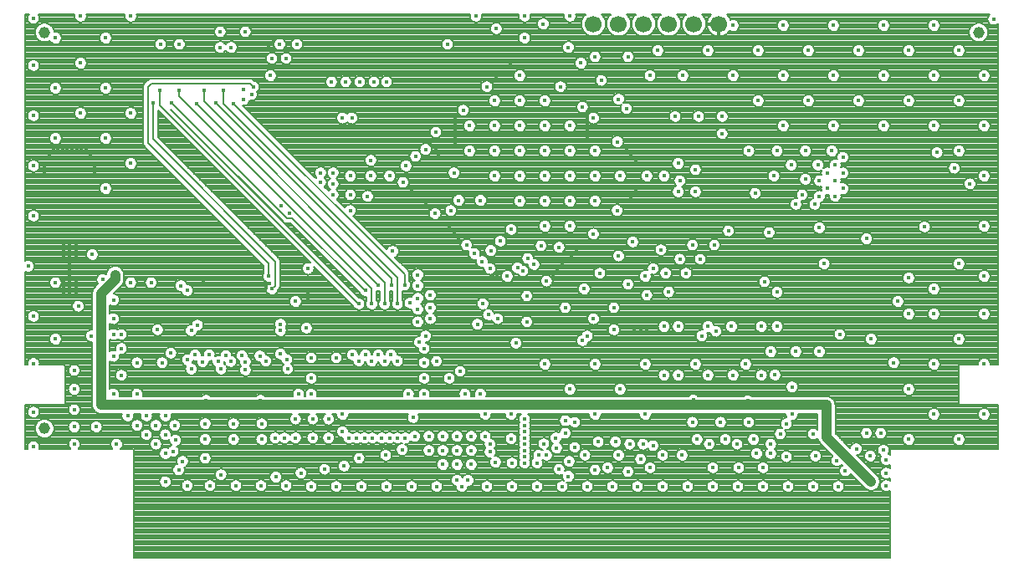
<source format=gbr>
G04 DipTrace 4.0.0.4*
G04 3 - Inner 2.gbr*
%MOIN*%
G04 #@! TF.FileFunction,Copper,L3,Inr*
G04 #@! TF.Part,Single*
%ADD22C,0.045354*%
%ADD27C,0.066929*%
G04 #@! TA.AperFunction,CopperBalancing*
%ADD15C,0.007874*%
%ADD16C,0.011811*%
G04 #@! TA.AperFunction,Conductor*
%ADD18C,0.03937*%
G04 #@! TA.AperFunction,ViaPad*
%ADD38C,0.017717*%
%FSLAX26Y26*%
G04*
G70*
G90*
G75*
G01*
G04 Inner2_Plane*
%LPD*%
X1143667Y1031201D2*
D18*
X949951D1*
X931201D1*
X912451D1*
X724950D1*
X1360202D2*
X1143667D1*
X1360202D2*
X1637451D1*
X1656201D1*
X1746825D1*
X2862451D1*
X2881201D1*
X2899950D1*
X3087139D1*
X3301969D1*
X3573911D1*
X3594298D1*
X3615453D1*
X3301969Y1033219D2*
D16*
Y1031201D1*
X724950D2*
D18*
Y1474950D1*
X781201Y1531201D1*
Y1549951D1*
X3085433Y1032907D2*
D16*
X3087139Y1031201D1*
X3594298Y1030560D2*
D18*
Y1031201D1*
X3573911Y1030735D2*
Y1031201D1*
X3615453D2*
Y903198D1*
X3743700Y774950D1*
X3793701Y724950D1*
X931201Y1031201D2*
D3*
X912451D2*
D3*
X1746825D2*
D3*
X2881201D2*
D3*
X2862451D2*
D3*
X1656201D2*
D3*
X1637451D2*
D3*
X3743701Y774951D2*
X3743700Y774950D1*
X1406201Y1493701D2*
D15*
X1418701Y1506201D1*
Y1603077D1*
X931201Y2090577D1*
Y2234326D1*
X1393701Y1543701D2*
Y1593701D1*
X912450Y2074951D1*
Y2299951D1*
X924950Y2312451D1*
X1318699D1*
X1332579Y2298572D1*
X1934325Y1509325D2*
Y1553077D1*
X1253839Y2233564D1*
X1906365Y1434400D2*
Y1537287D1*
X1212451Y2231201D1*
Y2284325D1*
X1881201Y1509325D2*
Y1534326D1*
X1181201Y2234326D1*
X1855184Y1434400D2*
Y1519717D1*
X1134325Y2240575D1*
Y2284325D1*
X1828076Y1509325D2*
X1106200Y2231201D1*
X1804003Y1434400D2*
Y1495899D1*
X1037303Y2262598D1*
Y2284325D1*
X1778076Y1487451D2*
X1774950D1*
X1487451Y1774951D1*
X1465576D1*
X1006201Y2234326D1*
X1752822Y1434400D2*
X1749877D1*
X958563Y2225714D1*
Y2284325D1*
D38*
X2274950Y843701D3*
X1143667Y1031201D3*
X724950D3*
X1360202D3*
X1143667D3*
X3615453D3*
X1360202D3*
X3301969Y1033219D3*
X2899950Y1031201D3*
X949951D3*
X724950D3*
X3085433Y1032907D3*
X3615453Y1031201D3*
X949951D3*
X2899950D3*
X2489025Y876503D3*
X2612450Y862451D3*
Y962451D3*
X1406201Y1493701D3*
X931201Y2234326D3*
X1465576Y1212451D3*
X1099950Y1231176D3*
X1068701Y1211678D3*
X1049950Y806201D3*
X1003076Y1237451D3*
X1393701Y1543701D3*
X1332579Y2298572D3*
X1418701Y899950D3*
X1456201D3*
X1381201Y1206201D3*
X1357882Y1226673D3*
X1299951Y1203076D3*
X1286444Y1227991D3*
X1242092Y1204592D3*
X1222407Y1228618D3*
X1191228Y1204060D3*
X1156201Y1231175D3*
X1129890Y1203533D3*
X1253839Y2233564D3*
X1937450Y899950D3*
X1212451Y2284325D3*
X1906201Y899951D3*
X1181201Y2234326D3*
X1874950Y899950D3*
X1134325Y2284325D3*
X1843701Y899950D3*
X1106200Y2231201D3*
X1806201Y899950D3*
X1037303Y2284325D3*
X1774950Y899950D3*
X1006201Y2234326D3*
X1743701Y899950D3*
X958563Y2284325D3*
X1712450Y899950D3*
X2018701Y1306201D3*
X2246825Y1434325D3*
X2424951Y1615576D3*
X2478076Y1665576D3*
X806201Y1312451D3*
Y1256201D3*
X1012450Y846825D3*
X2274951Y874951D3*
X2537450Y899950D3*
D3*
X2987008Y1481644D3*
X2643701Y2218701D3*
X2468701Y831201D3*
X3212451Y893701D3*
X3174950Y1324951D3*
X2662451Y1306201D3*
X3259325Y874951D3*
X3118701Y1306201D3*
X2643701Y1287451D3*
X3324950Y893701D3*
X3456201Y956201D3*
X3393701Y874951D3*
X3518701Y1868701D3*
X3568701Y1831201D3*
X2924951Y868701D3*
X3099950Y893701D3*
X3148640Y875262D3*
X3842138Y851513D3*
X3831201Y918701D3*
X3734325Y856201D3*
X3774951Y918701D3*
X2061861Y1205610D3*
X2059325Y2118701D3*
X1993701Y1281201D3*
X2306202Y1374950D3*
X806201Y1149950D3*
X2343701Y1543701D3*
X2384325Y1578077D3*
X949950Y1331201D3*
X1934325Y1509325D3*
X1906365Y1434400D3*
X1881201Y1509325D3*
X1855184Y1434400D3*
X1828076Y1509325D3*
X1804003Y1434400D3*
X1778076Y1487451D3*
X1752822Y1434400D3*
X1068701Y1487451D3*
X1085139Y1174701D3*
X1727231Y1231054D3*
X1752822Y1206054D3*
X1778412Y1231054D3*
X1804003Y1206054D3*
X1829593Y1231054D3*
X1855184Y1206054D3*
X1880774Y1231054D3*
X1906365Y1206054D3*
X962451Y2468701D3*
X1203037Y1174776D3*
X1300617Y1170908D3*
X1468701Y1174951D3*
X1199950Y2518701D3*
X1299950D3*
X1562451Y1218701D3*
X1543701Y1337450D3*
X1643701Y2318701D3*
X1756201D3*
X1862451D3*
X949951Y1462450D3*
X1549951Y1474951D3*
X1115576Y1534325D3*
X599950Y1649951D3*
X2106201Y2468701D3*
X1687451Y2174950D3*
X2018701Y2049951D3*
X2168701Y2206201D3*
X2262451Y2299950D3*
X2034325Y2071825D3*
X2137451Y2174950D3*
X2281201Y2318701D3*
X2556201Y2299950D3*
X2574950Y2281201D3*
X2662451Y2199950D3*
X2687451Y2174950D3*
X2782769Y2080348D3*
X2803076Y2059325D3*
X3031201Y1924950D3*
X2799950Y1824950D3*
X2781201Y1806201D3*
X2687451Y1712451D3*
X2656201Y1681201D3*
X2524950Y1549950D3*
X2499950Y1524950D3*
X2287451Y1546825D3*
X2274950Y1574950D3*
X2181201Y1668701D3*
X2149951Y1699950D3*
X2056201Y1793701D3*
X2037451Y1812451D3*
X2224951Y1353428D3*
X3306201Y1924950D3*
X2899950Y1331201D3*
X3518701Y1318701D3*
X3649950Y1987451D3*
X4056201Y2037451D3*
X2687451Y1374950D3*
X2824950Y1512451D3*
X2899950Y1468701D3*
X2956201Y1649951D3*
X2156201Y1165576D3*
X2037451Y1468701D3*
X1887451Y1643701D3*
X1718701Y1943701D3*
Y1806201D3*
X1799950Y2006201D3*
X1874951Y1943701D3*
X3774950Y1693701D3*
X3418701Y1481201D3*
X3606201Y1593701D3*
X3456201Y824950D3*
X2362451Y799950D3*
X787450Y874951D3*
X2412451Y799950D3*
Y974951D3*
X3668701Y1312450D3*
X618701Y943701D3*
X2462451Y799950D3*
X906202Y912451D3*
X3853076Y709325D3*
X2412451Y949951D3*
X706201Y943701D3*
X2412451Y924950D3*
X618701Y1093701D3*
X2412451Y899950D3*
X943701Y949951D3*
X2412451Y874950D3*
X456201Y1196825D3*
X2412451Y849950D3*
X456201Y1384325D3*
X2412451Y824950D3*
X434327Y1584325D3*
X599950Y1624951D3*
X456201Y1784325D3*
X943701Y874951D3*
X599950Y1599951D3*
X456201Y1984325D3*
X906202Y987451D3*
X599950Y1574951D3*
X456201Y2184325D3*
X599950Y1549951D3*
X981201Y987451D3*
X599950Y1524951D3*
X456201Y2384325D3*
X599950Y1499950D3*
X981201Y912451D3*
X599950Y1674950D3*
X456201Y2571825D3*
X724950Y1474950D3*
X981201Y837450D3*
X724950Y1449950D3*
X643701Y2581201D3*
X724950Y1424950D3*
X843701Y2581201D3*
X868701Y949951D3*
X724950Y1399950D3*
X643701Y2393701D3*
X724950Y1374950D3*
X643701Y2193701D3*
X831201Y987451D3*
X724950Y1349951D3*
X774950Y1224950D3*
X781201Y1549951D3*
X743701Y1493701D3*
X762451Y1512451D3*
X781201Y1531201D3*
X687451Y1306201D3*
X1043701Y1506201D3*
X1474951Y1793701D3*
X1599950Y1956201D3*
Y1918701D3*
X1649951Y1956201D3*
Y1912451D3*
Y1868701D3*
X1718701D3*
X1787451Y1862451D3*
X1799951Y1943701D3*
X1037450Y2468701D3*
X1199950Y2456201D3*
X1062451Y2518701D3*
X2018701Y1831201D3*
X1999950Y1849950D3*
X1243701Y2456201D3*
X1374951Y2443701D3*
X1393701Y2462451D3*
X1412451Y2481201D3*
X1043701Y2518701D3*
X1024950D3*
X1724950Y2174950D3*
X1699950Y2318701D3*
X1812451D3*
X1981201Y1868701D3*
X1962451Y1887451D3*
X2131201Y1718701D3*
X2112451Y1737451D3*
X2074951Y1774950D3*
X2543701Y1568701D3*
X2562451Y1587451D3*
X2581201Y1606201D3*
X2599950Y1624951D3*
X2618701Y1643701D3*
X2637451Y1662451D3*
X2818701Y1843701D3*
X2837451Y1862451D3*
X2856201Y1881201D3*
X2874950Y1899950D3*
X2799950Y1824950D3*
X2818701Y2043701D3*
X2837451Y2024950D3*
X2856201Y2006201D3*
X2874950Y1987451D3*
X2662451Y2174950D3*
Y2149951D3*
Y2124951D3*
Y2099951D3*
X2574951Y2256199D3*
Y2231201D3*
Y2206201D3*
Y2181201D3*
X2299950Y2337451D3*
X2318701Y2356201D3*
X2337450Y2374951D3*
X2356201Y2393701D3*
X2046825Y2059325D3*
X2059325Y2046825D3*
X2068701Y2031201D3*
Y2012451D3*
X3324950Y1924950D3*
X3343701D3*
X3362451D3*
X3381201D3*
X3681199Y2018701D3*
X3618701Y1956201D3*
X3587451Y1924950D3*
X3649948Y1924953D3*
X3681197Y1956201D3*
X3618698Y1893701D3*
X3587451Y1862450D3*
X3649950Y1862451D3*
X3681201Y1893701D3*
X4124950Y1974950D3*
X4187450Y1912451D3*
X3306201Y2043701D3*
X3331201Y1874950D3*
X3387451Y1718701D3*
X3493701Y1831201D3*
X3406201Y1943701D3*
X3199950Y2112451D3*
X3418701Y2043701D3*
X3531201D3*
X3637451D3*
X3531201Y1931201D3*
X3793701Y724950D3*
X3474950Y1987451D3*
X3581201D3*
X3337450Y837451D3*
X3493701Y1318701D3*
X3468701D3*
X2874950Y1331201D3*
X2849950D3*
X3224950Y1724950D3*
X3168701Y1668701D3*
X3112451Y1612451D3*
X3056201Y1556201D3*
X2974950D3*
X3031201Y1612451D3*
X3081201Y1668701D3*
X2893701Y1543701D3*
X2843701Y1681201D3*
X2787451Y1624951D3*
X2649951Y1493701D3*
X2712451Y1556201D3*
X2768701Y1331201D3*
X2924950Y1574950D3*
X2768701Y1418701D3*
X2574950D3*
X3093701Y1968701D3*
Y1881201D3*
X2968701Y1943701D3*
X2899950D3*
X3024950Y1993701D3*
Y1881201D3*
X3012451Y2181201D3*
X3199950D3*
X3106201D3*
X1499950Y899950D3*
X1568701D3*
X1631201D3*
X1687451Y924950D3*
X1499950Y974950D3*
X1568701D3*
X1631201D3*
X1687451Y993701D3*
X1512451Y1074950D3*
X1562451D3*
Y1137451D3*
X1440576Y1234325D3*
X2174950Y1074950D3*
X2237450D3*
X2112451Y1137451D3*
X2012451D3*
X1949950Y1074950D3*
X2012451D3*
Y1199950D3*
Y1256201D3*
X1987451Y1362451D3*
Y1412451D3*
Y1456201D3*
Y1506201D3*
X2037451Y1418701D3*
Y1374950D3*
X1968701Y981201D3*
X1974950Y906201D3*
X2199951Y849951D3*
X2143699Y849950D3*
X2087451D3*
Y793701D3*
X2031201Y849950D3*
Y906201D3*
X2087451D3*
X2143702D3*
X2199951D3*
X2256201D3*
X2143702Y793701D3*
Y731201D3*
X2199951Y793701D3*
X2187451Y731201D3*
X2256201Y993701D3*
X2362451Y706201D3*
X2462451D3*
X2499950Y831201D3*
X2549950Y774950D3*
X2540576Y859325D3*
X2574950Y968701D3*
Y918701D3*
X1662451Y1218701D3*
X1293701Y2287451D3*
Y2249951D3*
X1324951Y2268701D3*
X3024950Y1343701D3*
X2968701D3*
X3143701D3*
X3237451D3*
X3356201D3*
X3418701D3*
X2968701Y1149950D3*
X3024950D3*
X3143701D3*
X3243701D3*
X3356201D3*
X3410403Y1150678D3*
X3899951Y1443701D3*
X3883774Y1199483D3*
X456201Y865575D3*
Y1003076D3*
X618699Y1012451D3*
Y1168701D3*
X618701Y874950D3*
X543701Y2093701D3*
Y2293701D3*
Y2493701D3*
X743701D3*
X543701Y1518701D3*
Y1293701D3*
X4281201Y2568701D3*
X4243701Y2343701D3*
Y2143701D3*
Y1943701D3*
Y1743701D3*
Y1543701D3*
Y1393701D3*
Y1193701D3*
X4043701D3*
Y993701D3*
X4243701D3*
X4143701Y893701D3*
X3943701Y1093701D3*
X4143701Y1293701D3*
Y1593701D3*
X4043701Y1493701D3*
X3943701Y1393701D3*
Y1537451D3*
X3793701Y1293701D3*
X3493701Y1243701D3*
X3393701D3*
X3293701Y1193701D3*
X3093701D3*
X2893701D3*
X2693701D3*
X2493701D3*
X2268701Y1390576D3*
X2593701Y1093701D3*
X2793701D3*
X2693701Y993701D3*
X2893701D3*
X4143701Y2443701D3*
X4043701Y2543701D3*
X3843701D3*
X3643701D3*
X3443701D3*
X3243701D3*
X3943701Y2443701D3*
X3743701D3*
X3543701D3*
X3343701D3*
X3143701D3*
X2943701D3*
X3043701Y2343701D3*
X3243701D3*
X3443701D3*
X3643701D3*
X3843701D3*
X4043701D3*
X3943701Y2243701D3*
X4143701D3*
X3743701D3*
X3543701D3*
X3343701D3*
X4043701Y2143701D3*
X4143701Y2043701D3*
X3843701Y2143701D3*
X3643701D3*
X3443701D3*
X743701Y2293701D3*
Y2093701D3*
X843701Y2193701D3*
Y1993701D3*
X743701Y1893701D3*
X3362451Y781201D3*
X3393701Y837451D3*
X2393701Y2343701D3*
X2293701Y2243701D3*
X2193701Y2143701D3*
X2293701Y2043701D3*
X2393701Y1943701D3*
Y2143701D3*
X2493701Y2243701D3*
X2131201Y1956201D3*
X2237451Y1846825D3*
X2493701Y2043701D3*
X2137451Y2149951D3*
Y2124951D3*
Y2099951D3*
X2593701Y2143701D3*
X2693701Y2043701D3*
X2593701Y1943701D3*
X2493701Y1843701D3*
X2359325Y1731201D3*
X2549951Y1659325D3*
X2593701Y1743701D3*
X2693701Y1843701D3*
X2793701Y1943701D3*
X2193701Y2043701D3*
X2293701Y2143701D3*
X2393701Y2243701D3*
X2493701Y2143701D3*
X2393701Y2043701D3*
X2293701Y1943701D3*
X2393701Y1843701D3*
X2493701Y1943701D3*
X2593701Y2043701D3*
X2693701Y1943701D3*
X2593701Y1843701D3*
X2493701Y1743701D3*
X2421825Y1362450D3*
X2243701Y1603076D3*
X2212451Y1634325D3*
X1928076Y1918701D3*
X2421825Y1465576D3*
X2449951Y1590576D3*
X2137451Y2074951D3*
Y2174950D3*
X1406201Y2412450D3*
X1399951Y2343701D3*
X1437451Y2468701D3*
X1462450Y2412450D3*
X724950Y1056201D3*
X1506201Y2468701D3*
X724950Y1081201D3*
Y1106201D3*
Y1131201D3*
Y1156201D3*
Y1181201D3*
X1143701Y1049950D3*
X1359941Y1049623D3*
X1674951Y1031201D3*
X3085344Y1050559D3*
X3301756Y1047865D3*
X3594298Y1030560D3*
X3573911Y1030735D3*
X3943701Y893701D3*
X4043701Y1393701D3*
X1956201Y1437451D3*
X1987451Y1549950D3*
X2412450Y2581201D3*
X2218701D3*
X2593701D3*
X2412451Y2493701D3*
X2299951Y2531201D3*
X2487451Y2549950D3*
X774950Y1449950D3*
Y1374950D3*
Y1312451D3*
X868701Y1199950D3*
X968701D3*
X774950Y1074950D3*
X868701D3*
X2587451Y2456201D3*
X2693701Y2418701D3*
X2824950D3*
X2718701Y2324950D3*
X2787451Y2249950D3*
X2818701Y2212451D3*
X2912451Y2343701D3*
X2637451Y2393701D3*
X843701Y1518701D3*
X924950D3*
X1140576Y956201D3*
X1253076D3*
X1365576D3*
X1140576Y818701D3*
X1203076Y753076D3*
X1159325Y709325D3*
X1034325Y771825D3*
X1068699Y709325D3*
X981201Y724950D3*
X1018701Y949951D3*
X1253076Y893701D3*
X1140576D3*
X1365576D3*
X1362450Y709325D3*
X1262451D3*
X1462451D3*
X1562451Y706201D3*
X1662451D3*
X1762451D3*
X1862451D3*
X1962451D3*
X2062451D3*
X2262451D3*
X2562451D3*
X2662451D3*
X2762451D3*
X2862451D3*
X2962451D3*
X3062451D3*
X3162451D3*
X3262451D3*
X3362451D3*
X3462451D3*
X3562451D3*
X3662451D3*
X3756201Y762451D3*
X2162451Y706201D3*
X1421825Y743701D3*
X1521825Y759325D3*
X1615576Y774950D3*
X1693701Y787451D3*
X1753076Y818701D3*
X1859325Y831201D3*
X1924950Y853076D3*
X2359325Y896825D3*
X2296825Y803076D3*
X2587451Y746825D3*
X2774951Y884325D3*
X2706201D3*
X2653076Y831201D3*
X2693701Y771825D3*
X2831201Y874950D3*
X2743701Y781201D3*
X2874951Y815576D3*
X2884325Y874950D3*
X2912451Y781201D3*
X2787451Y831201D3*
X2962450D3*
X3040576D3*
X3431201Y915576D3*
X3562451D3*
X3478076Y1103076D3*
X3587451Y1243701D3*
X3478076Y993701D3*
X3571825Y828076D3*
X3790576D3*
X3690576Y768701D3*
X3743701Y774951D3*
X2590576Y806201D3*
X3768701Y749950D3*
X3781201Y737451D3*
X1006201Y2518701D3*
X987451D3*
X3853076Y759325D3*
Y812451D3*
X1549951Y1574951D3*
X1499950Y1443701D3*
X1109325Y1349951D3*
X1440576Y1353076D3*
Y1328076D3*
X1084325D3*
X1131201Y1518701D3*
X1396825Y1515576D3*
X1381201Y1499950D3*
X1549950Y1456201D3*
Y1437451D3*
X3081201Y962451D3*
X3193701D3*
X3306201D3*
X574950Y1674950D3*
X624950D3*
X574950Y1649951D3*
X624950D3*
Y1624951D3*
X574950D3*
Y1524951D3*
X624950D3*
Y1499950D3*
X574950D3*
Y1474950D3*
X599950D3*
X624950D3*
X731201Y1531201D3*
X634325Y1424950D3*
X690576Y1631201D3*
X4006201Y1740576D3*
X3587451Y1737451D3*
X3368701Y1521825D3*
X2359325Y993701D3*
X499951Y2012451D3*
Y1993701D3*
Y1974951D3*
Y1956201D3*
X699951Y2012451D3*
Y1993701D3*
Y1974951D3*
Y1956201D3*
X571825Y2049951D3*
X590576D3*
X609325D3*
X628076D3*
X553076D3*
X646825D3*
X665576D3*
X534325D3*
X518701Y2031201D3*
X681201D3*
X931201Y1031201D3*
X912451D3*
X2881201D3*
X2862451D3*
X1656201D3*
X1637451D3*
X3162451Y781201D3*
X3265576D3*
X2824951Y765576D3*
X3656201Y809325D3*
X1940576Y1984325D3*
X1978076Y2021825D3*
X2149951Y1846825D3*
X2315576Y1684325D3*
X2278076Y1646825D3*
X2118701Y1806201D3*
X2299951Y1534325D3*
X2303076Y1549951D3*
X2287451Y1546825D3*
D3*
X2315576Y1537451D3*
X2378076Y1278076D3*
X2406201Y1565576D3*
X1443701Y1824951D3*
X1021825Y890576D3*
X424413Y2580446D2*
D15*
X432197D1*
X480200D2*
X618159D1*
X669238D2*
X818162D1*
X869241D2*
X2193162D1*
X2244241D2*
X2386913D1*
X2437993D2*
X2568162D1*
X2619241D2*
X2647840D1*
X2727063D2*
X2747834D1*
X2827065D2*
X2847835D1*
X2927066D2*
X2947837D1*
X3027060D2*
X3047838D1*
X3127062D2*
X3147840D1*
X3227063D2*
X4258615D1*
X424413Y2572703D2*
X430666D1*
X481738D2*
X619650D1*
X667747D2*
X819654D1*
X867750D2*
X2194654D1*
X2242750D2*
X2388405D1*
X2436501D2*
X2476888D1*
X2498009D2*
X2569654D1*
X2617750D2*
X2642850D1*
X2732054D2*
X2742851D1*
X2832055D2*
X2842845D1*
X2932049D2*
X2942846D1*
X3032050D2*
X3042848D1*
X3132052D2*
X3142850D1*
X3232054D2*
X4255977D1*
X424413Y2564961D2*
X431620D1*
X480785D2*
X624218D1*
X663187D2*
X824221D1*
X863182D2*
X2199221D1*
X2238182D2*
X2392965D1*
X2431934D2*
X2466968D1*
X2507936D2*
X2574221D1*
X2613182D2*
X2639628D1*
X2735268D2*
X2739629D1*
X2835269D2*
X2839631D1*
X2935271D2*
X2939632D1*
X3035272D2*
X3039626D1*
X3135274D2*
X3139628D1*
X3257190D2*
X3430213D1*
X3457186D2*
X3630216D1*
X3657189D2*
X3830211D1*
X3857184D2*
X4030214D1*
X4057187D2*
X4255931D1*
X424413Y2557218D2*
X435418D1*
X476986D2*
X636744D1*
X650661D2*
X836747D1*
X850656D2*
X2211747D1*
X2225656D2*
X2405491D1*
X2419407D2*
X2462993D1*
X2511912D2*
X2586747D1*
X2600656D2*
X2637828D1*
X3265241D2*
X3422162D1*
X3465237D2*
X3622165D1*
X3665240D2*
X3822160D1*
X3865235D2*
X4022163D1*
X4065238D2*
X4258476D1*
X424413Y2549475D2*
X444753D1*
X467651D2*
X480740D1*
X519163D2*
X2282452D1*
X2317453D2*
X2461901D1*
X2512996D2*
X2637298D1*
X3268571D2*
X3418832D1*
X3468566D2*
X3618835D1*
X3668569D2*
X3818831D1*
X3868572D2*
X4018834D1*
X4068568D2*
X4202612D1*
X4241035D2*
X4264805D1*
X424413Y2541732D2*
X470798D1*
X529105D2*
X1190063D1*
X1209839D2*
X1290064D1*
X1309840D2*
X2276754D1*
X2323151D2*
X2463300D1*
X2511596D2*
X2637982D1*
X3269171D2*
X3418225D1*
X3469174D2*
X3618228D1*
X3669177D2*
X3818231D1*
X3869172D2*
X4018226D1*
X4069175D2*
X4192677D1*
X4250977D2*
X4299999D1*
X424413Y2533990D2*
X465261D1*
X534642D2*
X1179682D1*
X1220219D2*
X1279684D1*
X1320221D2*
X2274555D1*
X2325342D2*
X2467730D1*
X2507175D2*
X2639943D1*
X2734960D2*
X2739944D1*
X2834954D2*
X2839946D1*
X2934956D2*
X2939948D1*
X3034957D2*
X3039941D1*
X3134959D2*
X3139943D1*
X3267271D2*
X3420132D1*
X3467267D2*
X3620135D1*
X3667270D2*
X3820130D1*
X3867265D2*
X4020133D1*
X4067268D2*
X4187133D1*
X4256521D2*
X4299999D1*
X424413Y2526247D2*
X462086D1*
X537818D2*
X1175576D1*
X1224326D2*
X1275577D1*
X1324327D2*
X2274901D1*
X2325004D2*
X2479494D1*
X2495410D2*
X2643357D1*
X2731546D2*
X2743359D1*
X2831548D2*
X2843352D1*
X2931541D2*
X2943354D1*
X3031543D2*
X3043356D1*
X3131545D2*
X3143357D1*
X3262058D2*
X3425345D1*
X3462053D2*
X3625348D1*
X3662056D2*
X3825344D1*
X3862052D2*
X4025347D1*
X4062055D2*
X4183957D1*
X4259689D2*
X4299999D1*
X424413Y2518504D2*
X460694D1*
X539209D2*
X1174399D1*
X1225502D2*
X1274401D1*
X1325504D2*
X2277900D1*
X2321997D2*
X2648601D1*
X2726294D2*
X2748603D1*
X2826296D2*
X2848604D1*
X2926297D2*
X2948606D1*
X3026299D2*
X3048600D1*
X3126300D2*
X3148601D1*
X3226294D2*
X4182566D1*
X4261081D2*
X4299999D1*
X424413Y2510761D2*
X460886D1*
X562439D2*
X724965D1*
X762435D2*
X1175707D1*
X1224195D2*
X1275708D1*
X1324196D2*
X2285182D1*
X2314723D2*
X2393711D1*
X2431188D2*
X2656637D1*
X2718266D2*
X2756638D1*
X2818268D2*
X2856632D1*
X2918262D2*
X2956634D1*
X3018263D2*
X3056635D1*
X3118265D2*
X3156637D1*
X3218266D2*
X4182758D1*
X4260897D2*
X4299999D1*
X424413Y2503018D2*
X462685D1*
X567430D2*
X719967D1*
X767433D2*
X1179997D1*
X1219904D2*
X1279999D1*
X1319906D2*
X2388720D1*
X2436186D2*
X2671339D1*
X2703564D2*
X2771341D1*
X2803558D2*
X2871342D1*
X2903559D2*
X2971336D1*
X3003561D2*
X3071338D1*
X3103563D2*
X3171339D1*
X3203564D2*
X4184557D1*
X4259097D2*
X4299999D1*
X424413Y2495276D2*
X466353D1*
X569198D2*
X718199D1*
X769201D2*
X1191132D1*
X1208770D2*
X1291133D1*
X1308771D2*
X2386952D1*
X2437954D2*
X4188225D1*
X4255422D2*
X4299999D1*
X424413Y2487533D2*
X472666D1*
X568468D2*
X718929D1*
X768471D2*
X945584D1*
X979316D2*
X1020579D1*
X1054319D2*
X1420585D1*
X1454318D2*
X1489329D1*
X1523069D2*
X2089331D1*
X2123071D2*
X2387682D1*
X2437224D2*
X4194538D1*
X4249109D2*
X4299999D1*
X424413Y2479790D2*
X484746D1*
X515157D2*
X522425D1*
X564977D2*
X722428D1*
X764972D2*
X939525D1*
X985383D2*
X1014520D1*
X1060378D2*
X1191624D1*
X1208270D2*
X1235377D1*
X1252023D2*
X1414518D1*
X1460385D2*
X1483270D1*
X1529128D2*
X2083272D1*
X2129130D2*
X2391173D1*
X2433725D2*
X2579127D1*
X2595773D2*
X4206618D1*
X4237036D2*
X4299999D1*
X424413Y2472047D2*
X530899D1*
X556503D2*
X730902D1*
X756506D2*
X937126D1*
X987775D2*
X1012129D1*
X1062778D2*
X1180136D1*
X1219766D2*
X1223881D1*
X1263519D2*
X1412127D1*
X1462776D2*
X1480879D1*
X1531528D2*
X2080880D1*
X2131521D2*
X2399647D1*
X2425251D2*
X2567631D1*
X2607269D2*
X4299999D1*
X424413Y2464304D2*
X937295D1*
X987613D2*
X1012290D1*
X1062608D2*
X1175760D1*
X1267886D2*
X1412296D1*
X1462607D2*
X1481040D1*
X1531358D2*
X2081042D1*
X2131360D2*
X2563264D1*
X2611636D2*
X2929175D1*
X2958224D2*
X3129178D1*
X3158227D2*
X3329173D1*
X3358230D2*
X3529176D1*
X3558225D2*
X3729172D1*
X3758229D2*
X3929175D1*
X3958224D2*
X4129178D1*
X4158227D2*
X4299999D1*
X424413Y2456562D2*
X940078D1*
X984822D2*
X1015081D1*
X1059825D2*
X1174399D1*
X1269248D2*
X1415080D1*
X1459823D2*
X1483831D1*
X1528575D2*
X2083825D1*
X2128576D2*
X2561903D1*
X2612998D2*
X2921754D1*
X2965652D2*
X3121750D1*
X3165647D2*
X3321753D1*
X3365650D2*
X3521748D1*
X3565653D2*
X3721751D1*
X3765649D2*
X3921754D1*
X3965652D2*
X4121750D1*
X4165647D2*
X4299999D1*
X424413Y2448819D2*
X946899D1*
X978001D2*
X1021902D1*
X1053004D2*
X1175522D1*
X1268125D2*
X1421900D1*
X1453003D2*
X1490652D1*
X1521754D2*
X2090653D1*
X2121748D2*
X2563025D1*
X2611875D2*
X2918686D1*
X2968720D2*
X3118682D1*
X3168715D2*
X3318685D1*
X3368718D2*
X3518688D1*
X3568714D2*
X3718683D1*
X3768717D2*
X3918686D1*
X3968720D2*
X4118682D1*
X4168715D2*
X4299999D1*
X424413Y2441076D2*
X1179551D1*
X1264096D2*
X2567054D1*
X2607846D2*
X2682304D1*
X2705102D2*
X2813548D1*
X2836346D2*
X2918286D1*
X2969112D2*
X3118289D1*
X3169115D2*
X3318292D1*
X3369111D2*
X3518288D1*
X3569114D2*
X3718291D1*
X3769109D2*
X3918286D1*
X3969112D2*
X4118289D1*
X4169115D2*
X4299999D1*
X424413Y2433333D2*
X1189655D1*
X1210239D2*
X1233408D1*
X1253992D2*
X1392104D1*
X1420299D2*
X1448352D1*
X1476548D2*
X2577158D1*
X2597742D2*
X2672938D1*
X2714468D2*
X2804182D1*
X2845719D2*
X2920424D1*
X2966975D2*
X3120427D1*
X3166978D2*
X3320422D1*
X3366981D2*
X3520426D1*
X3566976D2*
X3720421D1*
X3766979D2*
X3920424D1*
X3966975D2*
X4120427D1*
X4166978D2*
X4299999D1*
X424413Y2425591D2*
X1384422D1*
X1427981D2*
X1440670D1*
X1484230D2*
X2669124D1*
X2718274D2*
X2800376D1*
X2849526D2*
X2926022D1*
X2961377D2*
X3126025D1*
X3161380D2*
X3326020D1*
X3361375D2*
X3526023D1*
X3561378D2*
X3726027D1*
X3761381D2*
X3926022D1*
X3961377D2*
X4126025D1*
X4161380D2*
X4299999D1*
X424413Y2417848D2*
X637421D1*
X649984D2*
X1381246D1*
X1431157D2*
X1437495D1*
X1487405D2*
X2631169D1*
X2643732D2*
X2668163D1*
X2719235D2*
X2799415D1*
X2850487D2*
X4299999D1*
X424413Y2410105D2*
X624364D1*
X663041D2*
X1380762D1*
X1431641D2*
X1437010D1*
X1487890D2*
X2618113D1*
X2656789D2*
X2669686D1*
X2717713D2*
X2800937D1*
X2848964D2*
X4299999D1*
X424413Y2402362D2*
X438448D1*
X473957D2*
X619712D1*
X667685D2*
X1382799D1*
X1429604D2*
X1439048D1*
X1485852D2*
X2613468D1*
X2661441D2*
X2674307D1*
X2713099D2*
X2805551D1*
X2844343D2*
X4299999D1*
X424413Y2394619D2*
X432889D1*
X479508D2*
X618166D1*
X669238D2*
X1388228D1*
X1424175D2*
X1444477D1*
X1480423D2*
X2611915D1*
X2662987D2*
X2687141D1*
X2700265D2*
X2818392D1*
X2831509D2*
X4299999D1*
X424413Y2386877D2*
X430782D1*
X481623D2*
X619112D1*
X668292D2*
X2612861D1*
X2662041D2*
X4299999D1*
X424413Y2379134D2*
X431197D1*
X481200D2*
X622888D1*
X664517D2*
X2616636D1*
X2658265D2*
X4299999D1*
X424413Y2371391D2*
X434296D1*
X478109D2*
X632169D1*
X655236D2*
X2625917D1*
X2648984D2*
X4299999D1*
X424413Y2363648D2*
X441785D1*
X470612D2*
X1384491D1*
X1415417D2*
X2378240D1*
X2409165D2*
X2896986D1*
X2927912D2*
X3028238D1*
X3059164D2*
X3228241D1*
X3259159D2*
X3428236D1*
X3459162D2*
X3628240D1*
X3659165D2*
X3828243D1*
X3859160D2*
X4028238D1*
X4059164D2*
X4228241D1*
X4259159D2*
X4299999D1*
X424413Y2355906D2*
X1377617D1*
X1422283D2*
X2371365D1*
X2416032D2*
X2890120D1*
X2934786D2*
X3021364D1*
X3066038D2*
X3221367D1*
X3266033D2*
X3421370D1*
X3466036D2*
X3621365D1*
X3666032D2*
X3821368D1*
X3866035D2*
X4021364D1*
X4066038D2*
X4221367D1*
X4266033D2*
X4299999D1*
X424413Y2348163D2*
X1374802D1*
X1425098D2*
X2368559D1*
X2418846D2*
X2709287D1*
X2728117D2*
X2887305D1*
X2937601D2*
X3018557D1*
X3068845D2*
X3218552D1*
X3268848D2*
X3418555D1*
X3468843D2*
X3618559D1*
X3668846D2*
X3818554D1*
X3868849D2*
X4018557D1*
X4068845D2*
X4218552D1*
X4268848D2*
X4299999D1*
X424413Y2340420D2*
X1374618D1*
X1425282D2*
X1631015D1*
X1656381D2*
X1687264D1*
X1712638D2*
X1743520D1*
X1768886D2*
X1799769D1*
X1825135D2*
X1849765D1*
X1875131D2*
X2368366D1*
X2419031D2*
X2698575D1*
X2738828D2*
X2887121D1*
X2937785D2*
X3018365D1*
X3069037D2*
X3218368D1*
X3269032D2*
X3418371D1*
X3469035D2*
X3618366D1*
X3669031D2*
X3818369D1*
X3869034D2*
X4018365D1*
X4069037D2*
X4218368D1*
X4269032D2*
X4299999D1*
X424413Y2332677D2*
X1376986D1*
X1422914D2*
X1622472D1*
X1664932D2*
X1678721D1*
X1721181D2*
X1734969D1*
X1777429D2*
X1791218D1*
X1833685D2*
X1841222D1*
X1883682D2*
X2370742D1*
X2416662D2*
X2694384D1*
X2743019D2*
X2889489D1*
X2935417D2*
X3020741D1*
X3066661D2*
X3220736D1*
X3266664D2*
X3420739D1*
X3466659D2*
X3620742D1*
X3666662D2*
X3820738D1*
X3866665D2*
X4020741D1*
X4066661D2*
X4220736D1*
X4266664D2*
X4299999D1*
X424413Y2324934D2*
X908582D1*
X1335069D2*
X1383007D1*
X1416893D2*
X1618951D1*
X1668454D2*
X1675199D1*
X1724702D2*
X1731448D1*
X1780951D2*
X1787696D1*
X1887204D2*
X2376756D1*
X2410649D2*
X2693146D1*
X2744249D2*
X2895510D1*
X2929396D2*
X3026754D1*
X3060648D2*
X3226757D1*
X3260643D2*
X3426752D1*
X3460646D2*
X3626756D1*
X3660649D2*
X3826759D1*
X3860645D2*
X4026754D1*
X4060648D2*
X4226757D1*
X4260643D2*
X4299999D1*
X424413Y2317192D2*
X535074D1*
X552328D2*
X735077D1*
X752323D2*
X900839D1*
X1349695D2*
X1618197D1*
X1669208D2*
X1674446D1*
X1725456D2*
X1730694D1*
X1781704D2*
X1786943D1*
X1887958D2*
X2243889D1*
X2281012D2*
X2537635D1*
X2574765D2*
X2694400D1*
X2743003D2*
X4299999D1*
X424413Y2309449D2*
X523801D1*
X563600D2*
X723804D1*
X763596D2*
X894241D1*
X1355616D2*
X1619943D1*
X1667462D2*
X1676191D1*
X1723710D2*
X1732440D1*
X1779959D2*
X1788696D1*
X1886212D2*
X2238791D1*
X2286111D2*
X2532544D1*
X2579856D2*
X2698598D1*
X2738797D2*
X4299999D1*
X424413Y2301706D2*
X519480D1*
X567922D2*
X719483D1*
X767925D2*
X891896D1*
X1357930D2*
X1624902D1*
X1662502D2*
X1681151D1*
X1718751D2*
X1737399D1*
X1774999D2*
X1793655D1*
X1831248D2*
X1843652D1*
X1881252D2*
X2236961D1*
X2287941D2*
X2530714D1*
X2581686D2*
X2709371D1*
X2728032D2*
X4299999D1*
X424413Y2293963D2*
X518149D1*
X569252D2*
X718153D1*
X769248D2*
X891819D1*
X1357699D2*
X1641773D1*
X1645626D2*
X1698021D1*
X1701880D2*
X1754270D1*
X1758133D2*
X1810526D1*
X1814377D2*
X1860523D1*
X1864381D2*
X2237638D1*
X2287272D2*
X2531383D1*
X2581017D2*
X4299999D1*
X424413Y2286220D2*
X519303D1*
X568099D2*
X719306D1*
X768094D2*
X891819D1*
X1354831D2*
X2241052D1*
X2283850D2*
X2534805D1*
X2577595D2*
X4299999D1*
X424413Y2278478D2*
X523378D1*
X564023D2*
X723381D1*
X764019D2*
X891819D1*
X1348487D2*
X2249326D1*
X2275576D2*
X2543079D1*
X2569321D2*
X4299999D1*
X424413Y2270735D2*
X533651D1*
X553750D2*
X733647D1*
X753753D2*
X891819D1*
X1350418D2*
X2773201D1*
X2801705D2*
X4299999D1*
X424413Y2262992D2*
X891819D1*
X1349833D2*
X2277385D1*
X2310017D2*
X2377386D1*
X2410019D2*
X2477388D1*
X2510012D2*
X2765612D1*
X2809287D2*
X3327389D1*
X3360014D2*
X3527385D1*
X3560017D2*
X3727388D1*
X3760012D2*
X3927383D1*
X3960016D2*
X4127386D1*
X4160019D2*
X4299999D1*
X424413Y2255249D2*
X891819D1*
X1346534D2*
X2271010D1*
X2316392D2*
X2371004D1*
X2416393D2*
X2471005D1*
X2516395D2*
X2762475D1*
X2812432D2*
X3321007D1*
X3366396D2*
X3521010D1*
X3566392D2*
X3721005D1*
X3766395D2*
X3921008D1*
X3966398D2*
X4121004D1*
X4166393D2*
X4299999D1*
X424413Y2247507D2*
X891819D1*
X1338545D2*
X2268442D1*
X2318960D2*
X2368443D1*
X2418961D2*
X2468445D1*
X2518955D2*
X2762021D1*
X2812885D2*
X3318446D1*
X3368957D2*
X3518442D1*
X3568960D2*
X3718445D1*
X3768955D2*
X3918440D1*
X3968958D2*
X4118443D1*
X4168961D2*
X4299999D1*
X424413Y2239764D2*
X891819D1*
X1317061D2*
X2268465D1*
X2318937D2*
X2368466D1*
X2418938D2*
X2468468D1*
X2518940D2*
X2629893D1*
X2657512D2*
X2764089D1*
X2810809D2*
X3318462D1*
X3368934D2*
X3518465D1*
X3568937D2*
X3718468D1*
X3768940D2*
X3918463D1*
X3968935D2*
X4118466D1*
X4168938D2*
X4299999D1*
X424413Y2232021D2*
X891819D1*
X1311570D2*
X2271079D1*
X2316322D2*
X2371081D1*
X2416324D2*
X2471075D1*
X2516326D2*
X2622034D1*
X2665363D2*
X2769580D1*
X2834662D2*
X3321076D1*
X3366327D2*
X3521079D1*
X3566322D2*
X3721075D1*
X3766326D2*
X3921078D1*
X3966321D2*
X4121081D1*
X4166324D2*
X4299999D1*
X424413Y2224278D2*
X891819D1*
X1291970D2*
X2150985D1*
X2186417D2*
X2277554D1*
X2309848D2*
X2377548D1*
X2409849D2*
X2477549D1*
X2509851D2*
X2618789D1*
X2668615D2*
X2796154D1*
X2841244D2*
X3327551D1*
X3359853D2*
X3527554D1*
X3559848D2*
X3727549D1*
X3759851D2*
X3927552D1*
X3959854D2*
X4127548D1*
X4159849D2*
X4299999D1*
X424413Y2216535D2*
X633330D1*
X654067D2*
X833333D1*
X854070D2*
X891819D1*
X1299713D2*
X2145410D1*
X2191991D2*
X2618243D1*
X2669154D2*
X2793486D1*
X2843912D2*
X4299999D1*
X424413Y2208793D2*
X451589D1*
X460808D2*
X623280D1*
X664125D2*
X823283D1*
X864120D2*
X891819D1*
X1307456D2*
X2143288D1*
X2194114D2*
X2620219D1*
X2667185D2*
X2793425D1*
X2843981D2*
X4299999D1*
X424413Y2201050D2*
X437149D1*
X475248D2*
X619266D1*
X668139D2*
X819269D1*
X868134D2*
X891819D1*
X1315200D2*
X2143688D1*
X2193714D2*
X2625541D1*
X2661856D2*
X2795932D1*
X2841475D2*
X2996857D1*
X3028044D2*
X3090607D1*
X3121794D2*
X3184357D1*
X3215544D2*
X4299999D1*
X424413Y2193307D2*
X432335D1*
X480062D2*
X618151D1*
X669246D2*
X818154D1*
X869249D2*
X891819D1*
X951834D2*
X962124D1*
X1322943D2*
X1670040D1*
X1742357D2*
X2146771D1*
X2190630D2*
X2670040D1*
X2704864D2*
X2802206D1*
X2835192D2*
X2990060D1*
X3034842D2*
X3083810D1*
X3128592D2*
X3177560D1*
X3222342D2*
X4299999D1*
X424413Y2185564D2*
X430682D1*
X481723D2*
X619527D1*
X667877D2*
X819523D1*
X867880D2*
X891819D1*
X951834D2*
X969867D1*
X1330686D2*
X1664288D1*
X1748109D2*
X2154222D1*
X2183179D2*
X2664288D1*
X2710615D2*
X2987284D1*
X3037618D2*
X3081034D1*
X3131368D2*
X3174784D1*
X3225118D2*
X4299999D1*
X424413Y2177822D2*
X431520D1*
X480885D2*
X623910D1*
X663494D2*
X823913D1*
X863490D2*
X891819D1*
X951834D2*
X977603D1*
X1338430D2*
X1662066D1*
X1750331D2*
X2662066D1*
X2712838D2*
X2987130D1*
X3037771D2*
X3080880D1*
X3131521D2*
X3174630D1*
X3225271D2*
X4299999D1*
X424413Y2170079D2*
X435157D1*
X477240D2*
X635483D1*
X651922D2*
X835478D1*
X851917D2*
X891819D1*
X951834D2*
X985346D1*
X1346173D2*
X1662381D1*
X1750016D2*
X2662381D1*
X2712522D2*
X2989537D1*
X3035365D2*
X3083287D1*
X3129115D2*
X3177037D1*
X3222865D2*
X4299999D1*
X424413Y2162336D2*
X444023D1*
X468374D2*
X891819D1*
X951834D2*
X993089D1*
X1353916D2*
X1665357D1*
X1747048D2*
X2176606D1*
X2210800D2*
X2276608D1*
X2310794D2*
X2376602D1*
X2410795D2*
X2476603D1*
X2510797D2*
X2576605D1*
X2610798D2*
X2665357D1*
X2709546D2*
X2995619D1*
X3029282D2*
X3089369D1*
X3123032D2*
X3183119D1*
X3216782D2*
X3426606D1*
X3460800D2*
X3626602D1*
X3660795D2*
X3826605D1*
X3860798D2*
X4026608D1*
X4060794D2*
X4226603D1*
X4260797D2*
X4299999D1*
X424413Y2154593D2*
X891819D1*
X951834D2*
X1000833D1*
X1361660D2*
X1672562D1*
X1702341D2*
X1710063D1*
X1739835D2*
X2170670D1*
X2216728D2*
X2270672D1*
X2316730D2*
X2370673D1*
X2416732D2*
X2470675D1*
X2516725D2*
X2570676D1*
X2616727D2*
X2672562D1*
X2702341D2*
X3420670D1*
X3466728D2*
X3620673D1*
X3666732D2*
X3820676D1*
X3866727D2*
X4020672D1*
X4066730D2*
X4220675D1*
X4266725D2*
X4299999D1*
X424413Y2146850D2*
X891819D1*
X951834D2*
X1008576D1*
X1369403D2*
X2168348D1*
X2219051D2*
X2268349D1*
X2319052D2*
X2368351D1*
X2419054D2*
X2468352D1*
X2519048D2*
X2568354D1*
X2619049D2*
X3418348D1*
X3469051D2*
X3618351D1*
X3669054D2*
X3818354D1*
X3869049D2*
X4018349D1*
X4069052D2*
X4218352D1*
X4269048D2*
X4299999D1*
X424413Y2139108D2*
X891819D1*
X951834D2*
X1016319D1*
X1377146D2*
X2044509D1*
X2074143D2*
X2168579D1*
X2218820D2*
X2268580D1*
X2318822D2*
X2368582D1*
X2418823D2*
X2468583D1*
X2518825D2*
X2568577D1*
X2618818D2*
X3418579D1*
X3468820D2*
X3618582D1*
X3668823D2*
X3818577D1*
X3868818D2*
X4018580D1*
X4068822D2*
X4218583D1*
X4268825D2*
X4299999D1*
X424413Y2131365D2*
X891819D1*
X951834D2*
X1024063D1*
X1384889D2*
X2037258D1*
X2081394D2*
X2171439D1*
X2215959D2*
X2271441D1*
X2315961D2*
X2371442D1*
X2415963D2*
X2471444D1*
X2515964D2*
X2571437D1*
X2615958D2*
X3183181D1*
X3216721D2*
X3421439D1*
X3465959D2*
X3621442D1*
X3665963D2*
X3821437D1*
X3865958D2*
X4021441D1*
X4065961D2*
X4221444D1*
X4265964D2*
X4299999D1*
X424413Y2123622D2*
X891819D1*
X951834D2*
X1031806D1*
X1392633D2*
X2034267D1*
X2084385D2*
X2178421D1*
X2208985D2*
X2278423D1*
X2308979D2*
X2378416D1*
X2408981D2*
X2478418D1*
X2508982D2*
X2578420D1*
X2608984D2*
X3177060D1*
X3222842D2*
X3428421D1*
X3458985D2*
X3628416D1*
X3658981D2*
X3828420D1*
X3858984D2*
X4028423D1*
X4058979D2*
X4228418D1*
X4258982D2*
X4299999D1*
X424413Y2115879D2*
X531898D1*
X555503D2*
X731894D1*
X755506D2*
X891819D1*
X951834D2*
X1039549D1*
X1400368D2*
X2033936D1*
X2084716D2*
X3174638D1*
X3225264D2*
X4299999D1*
X424413Y2108136D2*
X522794D1*
X564608D2*
X722789D1*
X764611D2*
X891819D1*
X951834D2*
X1047293D1*
X1408112D2*
X2036143D1*
X2082509D2*
X3174776D1*
X3225125D2*
X4299999D1*
X424413Y2100394D2*
X519072D1*
X568329D2*
X719068D1*
X768332D2*
X891819D1*
X951834D2*
X1055036D1*
X1415855D2*
X2041864D1*
X2076788D2*
X2767442D1*
X2798098D2*
X3177529D1*
X3222365D2*
X4299999D1*
X424413Y2092651D2*
X518173D1*
X569229D2*
X718176D1*
X769232D2*
X891819D1*
X957978D2*
X1062779D1*
X1423598D2*
X2760491D1*
X2805050D2*
X3184288D1*
X3215613D2*
X4299999D1*
X424413Y2084908D2*
X519764D1*
X567637D2*
X719760D1*
X767640D2*
X891819D1*
X965721D2*
X1070522D1*
X1431342D2*
X2757638D1*
X2807895D2*
X4299999D1*
X424413Y2077165D2*
X524478D1*
X562924D2*
X724481D1*
X762919D2*
X891819D1*
X973464D2*
X1078266D1*
X1439085D2*
X2757423D1*
X2808118D2*
X4299999D1*
X424413Y2069423D2*
X538034D1*
X549367D2*
X738030D1*
X749370D2*
X892604D1*
X981208D2*
X1086009D1*
X1446828D2*
X2002609D1*
X2034788D2*
X2759760D1*
X2805780D2*
X4299999D1*
X424413Y2061680D2*
X896910D1*
X988943D2*
X1093745D1*
X1454571D2*
X1996104D1*
X2041301D2*
X2175884D1*
X2211515D2*
X2275885D1*
X2311517D2*
X2375887D1*
X2411518D2*
X2475880D1*
X2511520D2*
X2575882D1*
X2611521D2*
X2675884D1*
X2711515D2*
X2765712D1*
X2799829D2*
X3288380D1*
X3324020D2*
X3400885D1*
X3436517D2*
X3513382D1*
X3549021D2*
X3619635D1*
X3655267D2*
X4050291D1*
X4062109D2*
X4125887D1*
X4161518D2*
X4299999D1*
X424413Y2053937D2*
X904614D1*
X996687D2*
X1101488D1*
X1462315D2*
X1993474D1*
X2043931D2*
X2170362D1*
X2217036D2*
X2270364D1*
X2317038D2*
X2370366D1*
X2417039D2*
X2470367D1*
X2517041D2*
X2570361D1*
X2617034D2*
X2670362D1*
X2717036D2*
X3282867D1*
X3329541D2*
X3395364D1*
X3442038D2*
X3507861D1*
X3554534D2*
X3614114D1*
X3660788D2*
X4036935D1*
X4075465D2*
X4120366D1*
X4167039D2*
X4299999D1*
X424413Y2046194D2*
X912358D1*
X1004430D2*
X1109231D1*
X1470058D2*
X1972882D1*
X1983268D2*
X1993436D1*
X2043961D2*
X2168279D1*
X2219128D2*
X2268272D1*
X2319129D2*
X2368274D1*
X2419123D2*
X2468276D1*
X2519124D2*
X2568277D1*
X2619126D2*
X2668279D1*
X2719128D2*
X3280776D1*
X3331624D2*
X3393272D1*
X3444129D2*
X3505777D1*
X3556626D2*
X3612022D1*
X3662879D2*
X4032244D1*
X4080156D2*
X4118274D1*
X4169123D2*
X4299999D1*
X424413Y2038451D2*
X920101D1*
X1012173D2*
X1116975D1*
X1477801D2*
X1958933D1*
X2041416D2*
X2168709D1*
X2218689D2*
X2268711D1*
X2318691D2*
X2368712D1*
X2418692D2*
X2468714D1*
X2518686D2*
X2568715D1*
X2618688D2*
X2668709D1*
X2718689D2*
X3281214D1*
X3331186D2*
X3393711D1*
X3443691D2*
X3506215D1*
X3556188D2*
X3612461D1*
X3696928D2*
X4030668D1*
X4081732D2*
X4118712D1*
X4168692D2*
X4299999D1*
X424413Y2030709D2*
X927844D1*
X1019916D2*
X1124718D1*
X1485545D2*
X1795609D1*
X1804288D2*
X1954173D1*
X2035072D2*
X2171831D1*
X2215567D2*
X2271833D1*
X2315569D2*
X2371834D1*
X2415570D2*
X2471828D1*
X2515572D2*
X2571830D1*
X2615573D2*
X2671831D1*
X2715567D2*
X3284328D1*
X3328072D2*
X3396833D1*
X3440569D2*
X3509330D1*
X3553073D2*
X3615583D1*
X3703641D2*
X4031583D1*
X4080817D2*
X4121834D1*
X4165570D2*
X4299999D1*
X424413Y2022966D2*
X935588D1*
X1027660D2*
X1132461D1*
X1493288D2*
X1780937D1*
X1818960D2*
X1952551D1*
X2003599D2*
X2179375D1*
X2208024D2*
X2279376D1*
X2308025D2*
X2379378D1*
X2408027D2*
X2479371D1*
X2508029D2*
X2579373D1*
X2608030D2*
X2679375D1*
X2708024D2*
X3291871D1*
X3320529D2*
X3404376D1*
X3433025D2*
X3516873D1*
X3545530D2*
X3623126D1*
X3651775D2*
X3656022D1*
X3706378D2*
X4035328D1*
X4077072D2*
X4129378D1*
X4158027D2*
X4299999D1*
X424413Y2015223D2*
X830665D1*
X856738D2*
X943331D1*
X1035403D2*
X1140204D1*
X1501031D2*
X1776100D1*
X1823797D2*
X1953420D1*
X2002731D2*
X3011913D1*
X3037987D2*
X3655891D1*
X3706501D2*
X4044501D1*
X4067906D2*
X4299999D1*
X424413Y2007480D2*
X446630D1*
X465767D2*
X822337D1*
X865066D2*
X951074D1*
X1043146D2*
X1147948D1*
X1508774D2*
X1774432D1*
X1825465D2*
X1931005D1*
X1950142D2*
X1957103D1*
X1999047D2*
X3003586D1*
X3046314D2*
X3459602D1*
X3490304D2*
X3565847D1*
X3596550D2*
X3634599D1*
X3704064D2*
X4299999D1*
X424413Y1999738D2*
X436034D1*
X476371D2*
X818900D1*
X868503D2*
X958818D1*
X1050890D2*
X1155691D1*
X1516510D2*
X1775255D1*
X1824642D2*
X1920409D1*
X1960746D2*
X1966092D1*
X1990058D2*
X3000148D1*
X3049752D2*
X3452658D1*
X3497240D2*
X3558911D1*
X3603486D2*
X3627663D1*
X3697912D2*
X4299999D1*
X424413Y1991995D2*
X431866D1*
X480531D2*
X818208D1*
X869195D2*
X966561D1*
X1058633D2*
X1163434D1*
X1524253D2*
X1778876D1*
X1821021D2*
X1916241D1*
X1964906D2*
X2999456D1*
X3050444D2*
X3084510D1*
X3102894D2*
X3449821D1*
X3500078D2*
X3556066D1*
X3606331D2*
X3624818D1*
X3675082D2*
X4106202D1*
X4143702D2*
X4299999D1*
X424413Y1984252D2*
X430651D1*
X481754D2*
X820023D1*
X867381D2*
X974304D1*
X1066376D2*
X1171178D1*
X1531997D2*
X1787696D1*
X1812201D2*
X1915026D1*
X1966129D2*
X3001271D1*
X3048629D2*
X3073644D1*
X3113759D2*
X3449606D1*
X3500293D2*
X3555859D1*
X3606546D2*
X3624610D1*
X3675298D2*
X4101211D1*
X4148684D2*
X4299999D1*
X424413Y1976509D2*
X431912D1*
X480485D2*
X825090D1*
X862313D2*
X982040D1*
X1074120D2*
X1178921D1*
X1539740D2*
X1584994D1*
X1614912D2*
X1634991D1*
X1664909D2*
X1916287D1*
X1964860D2*
X2116244D1*
X2146162D2*
X3006338D1*
X3043562D2*
X3069415D1*
X3117988D2*
X3451951D1*
X3497955D2*
X3558196D1*
X3696151D2*
X4099450D1*
X4150453D2*
X4299999D1*
X424413Y1968766D2*
X436149D1*
X476256D2*
X989783D1*
X1081863D2*
X1186664D1*
X1547483D2*
X1577827D1*
X1622079D2*
X1627824D1*
X1672076D2*
X1920524D1*
X1960631D2*
X2109077D1*
X2153329D2*
X3068146D1*
X3119249D2*
X3457910D1*
X3491988D2*
X3564163D1*
X3703326D2*
X4100181D1*
X4149715D2*
X4299999D1*
X424413Y1961024D2*
X447030D1*
X465367D2*
X997526D1*
X1089606D2*
X1194407D1*
X1555227D2*
X1574875D1*
X1675028D2*
X1700221D1*
X1737182D2*
X1781468D1*
X1818437D2*
X1856471D1*
X1893432D2*
X1931405D1*
X1949742D2*
X2106125D1*
X2156282D2*
X2275216D1*
X2312186D2*
X2375218D1*
X2412187D2*
X2475219D1*
X2512181D2*
X2575221D1*
X2612182D2*
X2675215D1*
X2712184D2*
X2775216D1*
X2812186D2*
X2881469D1*
X2918431D2*
X2950221D1*
X2987182D2*
X3069369D1*
X3118034D2*
X3387721D1*
X3424682D2*
X3593622D1*
X3706271D2*
X4103687D1*
X4146216D2*
X4225219D1*
X4262181D2*
X4299999D1*
X424413Y1953281D2*
X1005270D1*
X1097349D2*
X1202151D1*
X1562970D2*
X1574575D1*
X1675328D2*
X1695076D1*
X1742327D2*
X1776331D1*
X1823574D2*
X1851326D1*
X1898577D2*
X2105825D1*
X2156581D2*
X2270080D1*
X2317322D2*
X2370081D1*
X2417324D2*
X2470075D1*
X2517325D2*
X2570076D1*
X2617327D2*
X2670078D1*
X2717321D2*
X2770080D1*
X2817322D2*
X2876325D1*
X2923575D2*
X2945076D1*
X2992327D2*
X3073537D1*
X3113866D2*
X3382576D1*
X3429827D2*
X3519203D1*
X3543200D2*
X3593322D1*
X3706578D2*
X4112176D1*
X4137727D2*
X4220075D1*
X4267325D2*
X4299999D1*
X424413Y1945538D2*
X1013013D1*
X1105085D2*
X1209886D1*
X1570713D2*
X1576812D1*
X1673091D2*
X1693216D1*
X1744188D2*
X1774470D1*
X1825434D2*
X1849466D1*
X1900438D2*
X2108062D1*
X2154336D2*
X2268219D1*
X2319183D2*
X2368220D1*
X2419184D2*
X2468214D1*
X2519186D2*
X2568216D1*
X2619188D2*
X2668217D1*
X2719181D2*
X2768219D1*
X2819183D2*
X2874464D1*
X2925436D2*
X2943216D1*
X2994188D2*
X3016650D1*
X3045753D2*
X3084156D1*
X3103247D2*
X3380716D1*
X3431688D2*
X3510222D1*
X3552182D2*
X3572906D1*
X3704333D2*
X4218214D1*
X4269186D2*
X4299999D1*
X424413Y1937795D2*
X1020756D1*
X1112828D2*
X1217630D1*
X1578456D2*
X1582595D1*
X1617304D2*
X1632600D1*
X1667308D2*
X1693861D1*
X1743534D2*
X1775116D1*
X1824789D2*
X1850111D1*
X1899792D2*
X1911520D1*
X1944629D2*
X2113845D1*
X2148554D2*
X2268865D1*
X2318537D2*
X2368866D1*
X2418539D2*
X2468868D1*
X2518540D2*
X2568861D1*
X2618534D2*
X2668863D1*
X2718535D2*
X2768865D1*
X2818537D2*
X2875110D1*
X2924790D2*
X2943861D1*
X2993534D2*
X3009245D1*
X3053158D2*
X3381361D1*
X3431034D2*
X3506546D1*
X3555857D2*
X3565494D1*
X3698551D2*
X4218868D1*
X4268540D2*
X4299999D1*
X424413Y1930052D2*
X1028499D1*
X1120572D2*
X1225373D1*
X1622748D2*
X1631746D1*
X1668162D2*
X1697253D1*
X1740151D2*
X1778499D1*
X1821405D2*
X1853503D1*
X1896401D2*
X1905283D1*
X1950873D2*
X2272248D1*
X2315154D2*
X2372249D1*
X2415155D2*
X2472251D1*
X2515149D2*
X2572253D1*
X2615151D2*
X2672246D1*
X2715152D2*
X2772248D1*
X2815154D2*
X2878501D1*
X2921399D2*
X2947253D1*
X2990151D2*
X3006185D1*
X3056218D2*
X3384753D1*
X3427651D2*
X3505677D1*
X3556726D2*
X3562433D1*
X3674967D2*
X4169240D1*
X4205656D2*
X4222251D1*
X4265149D2*
X4299999D1*
X424413Y1922310D2*
X1036243D1*
X1128315D2*
X1233116D1*
X1673452D2*
X1705434D1*
X1731961D2*
X1786689D1*
X1813216D2*
X1861684D1*
X1888219D2*
X1902792D1*
X1953364D2*
X2280437D1*
X2306964D2*
X2380439D1*
X2406966D2*
X2480440D1*
X2506967D2*
X2580434D1*
X2606961D2*
X2680436D1*
X2706963D2*
X2780437D1*
X2806964D2*
X2886683D1*
X2913217D2*
X2955434D1*
X2981961D2*
X3005792D1*
X3056611D2*
X3392934D1*
X3419461D2*
X3507300D1*
X3555104D2*
X3562041D1*
X3675359D2*
X4163949D1*
X4210954D2*
X4230440D1*
X4256967D2*
X4299999D1*
X424413Y1914567D2*
X729579D1*
X757821D2*
X1043986D1*
X1136058D2*
X1240860D1*
X1675413D2*
X1902869D1*
X1953280D2*
X3007930D1*
X3054473D2*
X3512067D1*
X3550336D2*
X3564179D1*
X3695321D2*
X4161989D1*
X4212914D2*
X4299999D1*
X424413Y1906824D2*
X721913D1*
X765487D2*
X1051729D1*
X1143802D2*
X1248603D1*
X1674852D2*
X1905560D1*
X1950596D2*
X3013543D1*
X3048860D2*
X3526054D1*
X3536349D2*
X3569792D1*
X3702987D2*
X4162550D1*
X4212353D2*
X4299999D1*
X424413Y1899081D2*
X718745D1*
X768663D2*
X1059473D1*
X1151545D2*
X1256346D1*
X1617173D2*
X1628316D1*
X1671584D2*
X1912181D1*
X1943975D2*
X3007030D1*
X3042870D2*
X3075782D1*
X3111621D2*
X3324852D1*
X3337553D2*
X3593737D1*
X3706163D2*
X4165818D1*
X4209085D2*
X4299999D1*
X424413Y1891339D2*
X718260D1*
X769140D2*
X1067216D1*
X1159288D2*
X1264089D1*
X1624916D2*
X1636221D1*
X1663679D2*
X1707872D1*
X1729524D2*
X3001571D1*
X3048329D2*
X3070322D1*
X3117081D2*
X3311849D1*
X3350556D2*
X3507876D1*
X3529528D2*
X3593260D1*
X3706640D2*
X4173723D1*
X4201180D2*
X4299999D1*
X424413Y1883596D2*
X720306D1*
X767094D2*
X1074959D1*
X1167031D2*
X1271833D1*
X1670522D2*
X1698129D1*
X1739274D2*
X1773770D1*
X1801128D2*
X2999518D1*
X3050382D2*
X3068269D1*
X3119134D2*
X3307204D1*
X3355193D2*
X3498134D1*
X3539271D2*
X3573775D1*
X3704594D2*
X4299999D1*
X424413Y1875853D2*
X725750D1*
X761658D2*
X1082703D1*
X1174775D2*
X1279576D1*
X1674444D2*
X1694208D1*
X1743196D2*
X1765843D1*
X1809064D2*
X2999987D1*
X3049921D2*
X3068731D1*
X3118665D2*
X3305666D1*
X3356738D2*
X3494204D1*
X3543200D2*
X3565840D1*
X3699158D2*
X4299999D1*
X424413Y1868110D2*
X1090446D1*
X1182518D2*
X1287319D1*
X1675498D2*
X1693154D1*
X1744241D2*
X1762559D1*
X1812347D2*
X2136506D1*
X2163394D2*
X2224004D1*
X2250893D2*
X2388736D1*
X2398661D2*
X2488737D1*
X2498663D2*
X2588739D1*
X2598664D2*
X2688740D1*
X2698666D2*
X3003140D1*
X3046760D2*
X3071891D1*
X3115512D2*
X3306612D1*
X3355785D2*
X3493159D1*
X3544246D2*
X3562556D1*
X3612344D2*
X3625056D1*
X3674844D2*
X4299999D1*
X424413Y1860367D2*
X1098181D1*
X1190261D2*
X1295063D1*
X1674060D2*
X1694592D1*
X1742811D2*
X1761990D1*
X1812916D2*
X2128432D1*
X2171468D2*
X2215930D1*
X2258974D2*
X2374595D1*
X2412802D2*
X2474596D1*
X2512804D2*
X2574598D1*
X2612805D2*
X2674599D1*
X2712807D2*
X3010775D1*
X3039125D2*
X3079527D1*
X3107876D2*
X3310395D1*
X3352002D2*
X3494597D1*
X3542808D2*
X3561987D1*
X3612913D2*
X3624487D1*
X3675413D2*
X4299999D1*
X424413Y1852625D2*
X1105925D1*
X1198005D2*
X1302806D1*
X1669577D2*
X1699075D1*
X1738328D2*
X1763936D1*
X1810971D2*
X2125087D1*
X2174813D2*
X2212585D1*
X2262312D2*
X2369812D1*
X2417585D2*
X2469813D1*
X2517587D2*
X2569815D1*
X2617588D2*
X2669817D1*
X2717590D2*
X3319700D1*
X3342705D2*
X3480494D1*
X3538325D2*
X3555490D1*
X3610967D2*
X3626433D1*
X3673467D2*
X4299999D1*
X424413Y1844882D2*
X1113668D1*
X1205748D2*
X1310549D1*
X1671368D2*
X1711140D1*
X1726263D2*
X1769211D1*
X1805688D2*
X2124479D1*
X2175428D2*
X2211978D1*
X2262927D2*
X2368174D1*
X2419223D2*
X2468176D1*
X2519224D2*
X2568177D1*
X2619226D2*
X2668179D1*
X2719228D2*
X3472274D1*
X3526260D2*
X3547269D1*
X3605693D2*
X3631708D1*
X3668193D2*
X4299999D1*
X424413Y1837139D2*
X1121411D1*
X1213491D2*
X1318292D1*
X1679112D2*
X2126371D1*
X2173529D2*
X2213869D1*
X2261027D2*
X2369035D1*
X2418369D2*
X2469037D1*
X2518363D2*
X2569038D1*
X2618365D2*
X2669032D1*
X2718366D2*
X3468875D1*
X3518532D2*
X3543871D1*
X3593528D2*
X4299999D1*
X424413Y1829396D2*
X1129155D1*
X1221227D2*
X1326028D1*
X1686855D2*
X1709240D1*
X1728163D2*
X2109239D1*
X2168331D2*
X2219075D1*
X2255829D2*
X2372695D1*
X2414701D2*
X2472697D1*
X2514703D2*
X2572699D1*
X2614705D2*
X2672700D1*
X2714706D2*
X2771740D1*
X2790663D2*
X3468214D1*
X3519186D2*
X3543217D1*
X3594189D2*
X4299999D1*
X424413Y1821654D2*
X1136898D1*
X1228970D2*
X1333771D1*
X1694598D2*
X1698560D1*
X1738836D2*
X2098566D1*
X2138842D2*
X2381638D1*
X2405766D2*
X2481640D1*
X2505768D2*
X2581634D1*
X2605762D2*
X2681635D1*
X2705763D2*
X2761060D1*
X2801336D2*
X3470067D1*
X3517341D2*
X3545063D1*
X3592336D2*
X4299999D1*
X424413Y1813911D2*
X1144641D1*
X1236713D2*
X1341515D1*
X1743019D2*
X2041103D1*
X2071298D2*
X2094383D1*
X2143025D2*
X2756877D1*
X2805519D2*
X3475188D1*
X3512219D2*
X3550184D1*
X3587215D2*
X4299999D1*
X424413Y1806168D2*
X443746D1*
X468658D2*
X1152385D1*
X1244457D2*
X1349258D1*
X1744249D2*
X2034021D1*
X2078387D2*
X2093153D1*
X2144255D2*
X2755646D1*
X2806749D2*
X4299999D1*
X424413Y1798425D2*
X435057D1*
X477348D2*
X1160128D1*
X1252200D2*
X1357001D1*
X1743003D2*
X2031106D1*
X2081294D2*
X2094398D1*
X2143002D2*
X2756900D1*
X2805503D2*
X4299999D1*
X424413Y1790682D2*
X431481D1*
X480923D2*
X1167871D1*
X1259943D2*
X1364745D1*
X1738790D2*
X2030837D1*
X2081571D2*
X2098612D1*
X2138788D2*
X2761114D1*
X2801290D2*
X4299999D1*
X424413Y1782940D2*
X430689D1*
X481715D2*
X1175614D1*
X1267687D2*
X1372488D1*
X1733315D2*
X2033113D1*
X2079295D2*
X2109416D1*
X2127984D2*
X2771917D1*
X2790486D2*
X4299999D1*
X424413Y1775197D2*
X432396D1*
X480008D2*
X1183358D1*
X1275430D2*
X1380231D1*
X1741058D2*
X2038957D1*
X2073443D2*
X4299999D1*
X424413Y1767454D2*
X437287D1*
X475118D2*
X1191101D1*
X1283173D2*
X1387974D1*
X1748794D2*
X2485915D1*
X2501493D2*
X2585909D1*
X2601486D2*
X4235915D1*
X4251493D2*
X4299999D1*
X424413Y1759711D2*
X452697D1*
X459708D2*
X1198844D1*
X1290916D2*
X1395718D1*
X1756537D2*
X2474020D1*
X2513380D2*
X2574021D1*
X2613382D2*
X3575813D1*
X3599087D2*
X3989691D1*
X4022708D2*
X4224020D1*
X4263380D2*
X4299999D1*
X424413Y1751969D2*
X1206588D1*
X1298660D2*
X1403461D1*
X1461161D2*
X1481586D1*
X1764280D2*
X2345052D1*
X2373601D2*
X2469567D1*
X2517833D2*
X2569569D1*
X2617834D2*
X3566601D1*
X3608299D2*
X3983424D1*
X4028975D2*
X4219567D1*
X4267833D2*
X4299999D1*
X424413Y1744226D2*
X1214323D1*
X1306403D2*
X1411204D1*
X1468897D2*
X1489329D1*
X1772023D2*
X2337478D1*
X2381175D2*
X2468153D1*
X2519248D2*
X2568154D1*
X2619249D2*
X3208618D1*
X3241281D2*
X3562848D1*
X3612059D2*
X3980917D1*
X4031481D2*
X4218153D1*
X4269248D2*
X4299999D1*
X424413Y1736483D2*
X1222066D1*
X1314146D2*
X1418948D1*
X1476640D2*
X1497073D1*
X1779767D2*
X2334340D1*
X2384305D2*
X2469221D1*
X2518179D2*
X2569223D1*
X2618180D2*
X2680689D1*
X2694214D2*
X3202251D1*
X3247655D2*
X3369427D1*
X3405474D2*
X3561918D1*
X3612982D2*
X3980994D1*
X4031412D2*
X4219221D1*
X4268179D2*
X4299999D1*
X424413Y1728740D2*
X1229810D1*
X1321890D2*
X1426691D1*
X1484383D2*
X1504816D1*
X1787510D2*
X2333894D1*
X2384751D2*
X2473181D1*
X2514219D2*
X2573183D1*
X2614220D2*
X2668010D1*
X2706894D2*
X3199690D1*
X3250208D2*
X3364029D1*
X3410880D2*
X3563487D1*
X3611421D2*
X3983662D1*
X4028744D2*
X4223181D1*
X4264219D2*
X4299999D1*
X424413Y1720997D2*
X1237553D1*
X1329633D2*
X1434434D1*
X1492127D2*
X1512552D1*
X1795253D2*
X2335971D1*
X2382675D2*
X2483024D1*
X2504376D2*
X2583025D1*
X2604378D2*
X2663419D1*
X2711484D2*
X3199713D1*
X3250185D2*
X3362007D1*
X3412894D2*
X3568154D1*
X3606746D2*
X3990252D1*
X4022154D2*
X4233024D1*
X4254376D2*
X4299999D1*
X424413Y1713255D2*
X1245296D1*
X1337369D2*
X1442170D1*
X1499870D2*
X1520295D1*
X1802997D2*
X2341476D1*
X2377177D2*
X2661912D1*
X2712991D2*
X3202335D1*
X3247563D2*
X3362507D1*
X3412395D2*
X3581395D1*
X3593505D2*
X3758968D1*
X3790932D2*
X4299999D1*
X424413Y1705512D2*
X1253040D1*
X1345112D2*
X1449913D1*
X1507613D2*
X1528038D1*
X1810740D2*
X2301968D1*
X2329187D2*
X2662896D1*
X2712007D2*
X2838201D1*
X2849203D2*
X3208818D1*
X3241081D2*
X3365706D1*
X3409196D2*
X3752394D1*
X3797506D2*
X4299999D1*
X424413Y1697769D2*
X1260783D1*
X1352855D2*
X1457656D1*
X1515357D2*
X1535781D1*
X1818483D2*
X2293994D1*
X2337161D2*
X2666725D1*
X2708178D2*
X2824506D1*
X2862890D2*
X3373434D1*
X3401468D2*
X3749733D1*
X3800167D2*
X4299999D1*
X424413Y1690026D2*
X1268526D1*
X1360598D2*
X1465400D1*
X1523100D2*
X1543525D1*
X1826226D2*
X2167825D1*
X2194575D2*
X2290687D1*
X2340460D2*
X2473358D1*
X2482792D2*
X2676160D1*
X2698743D2*
X2819777D1*
X2867627D2*
X3067823D1*
X3094574D2*
X3155322D1*
X3182080D2*
X3749672D1*
X3800228D2*
X4299999D1*
X424413Y1682283D2*
X1276270D1*
X1368342D2*
X1473143D1*
X1530843D2*
X1551268D1*
X1833970D2*
X2159705D1*
X2202695D2*
X2290111D1*
X2341044D2*
X2459010D1*
X2497140D2*
X2539880D1*
X2560025D2*
X2818169D1*
X2869226D2*
X3059703D1*
X3102694D2*
X3147209D1*
X3190192D2*
X3752186D1*
X3797714D2*
X4299999D1*
X424413Y1674541D2*
X1284013D1*
X1376085D2*
X1480886D1*
X1538587D2*
X1559011D1*
X1841713D2*
X2156345D1*
X2206055D2*
X2292041D1*
X2339114D2*
X2454204D1*
X2501946D2*
X2529622D1*
X2570275D2*
X2819061D1*
X2868342D2*
X2952481D1*
X2959923D2*
X3056351D1*
X3106054D2*
X3143849D1*
X3193552D2*
X3758476D1*
X3791424D2*
X4299999D1*
X424413Y1666798D2*
X1291756D1*
X1383828D2*
X1488630D1*
X1546330D2*
X1566755D1*
X1849456D2*
X1877732D1*
X1897170D2*
X2155722D1*
X2206678D2*
X2262651D1*
X2333854D2*
X2452558D1*
X2503599D2*
X2525554D1*
X2574350D2*
X2822768D1*
X2864635D2*
X2937264D1*
X2975141D2*
X3055720D1*
X3106677D2*
X3143226D1*
X3194175D2*
X4299999D1*
X424413Y1659055D2*
X1299499D1*
X1391572D2*
X1496373D1*
X1554073D2*
X1574498D1*
X1857200D2*
X1867236D1*
X1907666D2*
X2157606D1*
X2204794D2*
X2210363D1*
X2214535D2*
X2255754D1*
X2300398D2*
X2453396D1*
X2502754D2*
X2524401D1*
X2575504D2*
X2831834D1*
X2855569D2*
X2932381D1*
X2980016D2*
X3057604D1*
X3104793D2*
X3145103D1*
X3192299D2*
X4299999D1*
X424413Y1651312D2*
X675338D1*
X705809D2*
X1307243D1*
X1399315D2*
X1504116D1*
X1561816D2*
X1582241D1*
X1911803D2*
X2162781D1*
X2231262D2*
X2252932D1*
X2303220D2*
X2457049D1*
X2499109D2*
X2525731D1*
X2574173D2*
X2930689D1*
X2981715D2*
X3062779D1*
X3099618D2*
X3150278D1*
X3187124D2*
X4299999D1*
X424413Y1643570D2*
X668332D1*
X712814D2*
X1314986D1*
X1407058D2*
X1511859D1*
X1569560D2*
X1589984D1*
X1913002D2*
X2188694D1*
X2236214D2*
X2252740D1*
X2303412D2*
X2465930D1*
X2490220D2*
X2530060D1*
X2569844D2*
X2770333D1*
X2804565D2*
X2931489D1*
X2980916D2*
X4299999D1*
X424413Y1635827D2*
X665464D1*
X715690D2*
X1322729D1*
X1414801D2*
X1519603D1*
X1577303D2*
X1597728D1*
X1911718D2*
X2186949D1*
X2237959D2*
X2255100D1*
X2301051D2*
X2409912D1*
X2439992D2*
X2541349D1*
X2558556D2*
X2764412D1*
X2810486D2*
X2935072D1*
X2977332D2*
X3022240D1*
X3040163D2*
X3103487D1*
X3121417D2*
X4299999D1*
X424413Y1628084D2*
X665218D1*
X715929D2*
X1330465D1*
X1422545D2*
X1527346D1*
X1585039D2*
X1605471D1*
X1907458D2*
X2187702D1*
X2237205D2*
X2261106D1*
X2295053D2*
X2402792D1*
X2447113D2*
X2762098D1*
X2812801D2*
X2943792D1*
X2968612D2*
X3011206D1*
X3051197D2*
X3092460D1*
X3132444D2*
X4299999D1*
X424413Y1620341D2*
X667533D1*
X713622D2*
X1338208D1*
X1430288D2*
X1535089D1*
X1592782D2*
X1613214D1*
X1896462D2*
X2191224D1*
X2262242D2*
X2399862D1*
X2450042D2*
X2762336D1*
X2812570D2*
X3006938D1*
X3055465D2*
X3088193D1*
X3136712D2*
X4299999D1*
X424413Y1612598D2*
X673446D1*
X707709D2*
X1345951D1*
X1436893D2*
X1542833D1*
X1600525D2*
X1620958D1*
X1903652D2*
X2199782D1*
X2267348D2*
X2399578D1*
X2462061D2*
X2765204D1*
X2809702D2*
X3005646D1*
X3056749D2*
X3086901D1*
X3138004D2*
X3589408D1*
X3622994D2*
X4126909D1*
X4160495D2*
X4299999D1*
X448958Y1604856D2*
X1353695D1*
X1439254D2*
X1550576D1*
X1608268D2*
X1628693D1*
X1911395D2*
X2218214D1*
X2269186D2*
X2401839D1*
X2470973D2*
X2772194D1*
X2802712D2*
X3006846D1*
X3055557D2*
X3088093D1*
X3136812D2*
X3583302D1*
X3629099D2*
X4120804D1*
X4166601D2*
X4299999D1*
X456325Y1597113D2*
X1361438D1*
X1439331D2*
X1538111D1*
X1616012D2*
X1636437D1*
X1919138D2*
X2218875D1*
X2286787D2*
X2367697D1*
X2400953D2*
X2407659D1*
X2474626D2*
X2913111D1*
X2936786D2*
X3010975D1*
X3051428D2*
X3092222D1*
X3132683D2*
X3580888D1*
X3631514D2*
X4118389D1*
X4169015D2*
X4299999D1*
X459362Y1589370D2*
X1369181D1*
X1439331D2*
X1529030D1*
X1623755D2*
X1644180D1*
X1926882D2*
X2222289D1*
X2295868D2*
X2361500D1*
X2413848D2*
X2424430D1*
X2475471D2*
X2904030D1*
X2945867D2*
X3021441D1*
X3040963D2*
X3102695D1*
X3122209D2*
X3581034D1*
X3631368D2*
X4118528D1*
X4168869D2*
X4299999D1*
X459731Y1581627D2*
X764189D1*
X798214D2*
X1373072D1*
X1439331D2*
X1525316D1*
X1631498D2*
X1651923D1*
X1934625D2*
X2230533D1*
X2299582D2*
X2359031D1*
X2473826D2*
X2900316D1*
X2949581D2*
X3583794D1*
X3628607D2*
X4121296D1*
X4166109D2*
X4299999D1*
X457570Y1573885D2*
X754070D1*
X808333D2*
X1373072D1*
X1439331D2*
X1524424D1*
X1575481D2*
X1581541D1*
X1639242D2*
X1659666D1*
X1942368D2*
X1980310D1*
X1994595D2*
X2249426D1*
X2300482D2*
X2359131D1*
X2469035D2*
X2694331D1*
X2730577D2*
X2899424D1*
X2950481D2*
X2956826D1*
X2993073D2*
X3038081D1*
X3074327D2*
X3590561D1*
X3621840D2*
X4128063D1*
X4159342D2*
X4299999D1*
X451926Y1566142D2*
X748718D1*
X813685D2*
X1373072D1*
X1439331D2*
X1526023D1*
X1573881D2*
X1589285D1*
X1646985D2*
X1667410D1*
X1950050D2*
X1967930D1*
X2006975D2*
X2251017D1*
X2298883D2*
X2332441D1*
X2354962D2*
X2361838D1*
X2431749D2*
X2445138D1*
X2454764D2*
X2688986D1*
X2735921D2*
X2882446D1*
X2998417D2*
X3032729D1*
X3079671D2*
X4232440D1*
X4254960D2*
X4299999D1*
X424413Y1558399D2*
X745842D1*
X816561D2*
X1372980D1*
X1439331D2*
X1530745D1*
X1569160D2*
X1597028D1*
X1654728D2*
X1675153D1*
X1954225D2*
X1963385D1*
X2011520D2*
X2255746D1*
X2294161D2*
X2322983D1*
X2364420D2*
X2368505D1*
X2430688D2*
X2686995D1*
X2737905D2*
X2872980D1*
X2944160D2*
X2949498D1*
X3000401D2*
X3030745D1*
X3081655D2*
X3929705D1*
X3957693D2*
X4222982D1*
X4264419D2*
X4299999D1*
X424413Y1550656D2*
X715092D1*
X817568D2*
X1369143D1*
X1439331D2*
X1544371D1*
X1555534D2*
X1604771D1*
X1662472D2*
X1682896D1*
X1954956D2*
X1961909D1*
X2012996D2*
X2269364D1*
X2280536D2*
X2319146D1*
X2368257D2*
X2385652D1*
X2426751D2*
X2687525D1*
X2737375D2*
X2869143D1*
X2930542D2*
X2950028D1*
X2999870D2*
X3031275D1*
X3081125D2*
X3921962D1*
X3965437D2*
X4219144D1*
X4268256D2*
X4299999D1*
X424413Y1542913D2*
X537719D1*
X549682D2*
X708595D1*
X817576D2*
X837716D1*
X849687D2*
X918971D1*
X930934D2*
X1368159D1*
X1439331D2*
X1612515D1*
X1670215D2*
X1690640D1*
X1954956D2*
X1962924D1*
X2011981D2*
X2318162D1*
X2369241D2*
X2395433D1*
X2416970D2*
X2482117D1*
X2517787D2*
X2690770D1*
X2734137D2*
X2868159D1*
X2919238D2*
X2953266D1*
X2996633D2*
X3034513D1*
X3077887D2*
X3354933D1*
X3382467D2*
X3918763D1*
X3968643D2*
X4218160D1*
X4269240D2*
X4299999D1*
X424413Y1535171D2*
X524424D1*
X562978D2*
X705972D1*
X817576D2*
X824421D1*
X862982D2*
X905668D1*
X944229D2*
X1369666D1*
X1439331D2*
X1620258D1*
X1677958D2*
X1698383D1*
X1954956D2*
X1966791D1*
X2008105D2*
X2319669D1*
X2367734D2*
X2476603D1*
X2523292D2*
X2698591D1*
X2726317D2*
X2814309D1*
X2835592D2*
X2869666D1*
X2917739D2*
X2961086D1*
X2988813D2*
X3042341D1*
X3070067D2*
X3347051D1*
X3390349D2*
X3918256D1*
X3969143D2*
X4219667D1*
X4267733D2*
X4299999D1*
X424413Y1527428D2*
X519741D1*
X567660D2*
X705942D1*
X867665D2*
X900985D1*
X948912D2*
X1030160D1*
X1057241D2*
X1374249D1*
X1439331D2*
X1628001D1*
X1685701D2*
X1706126D1*
X1954956D2*
X1973912D1*
X2000993D2*
X2324244D1*
X2363151D2*
X2474519D1*
X2525376D2*
X2804444D1*
X2845458D2*
X2874249D1*
X2913156D2*
X3343791D1*
X3393609D2*
X3920270D1*
X3967136D2*
X4224250D1*
X4263157D2*
X4299999D1*
X424413Y1519685D2*
X518173D1*
X569229D2*
X708487D1*
X869234D2*
X899416D1*
X950481D2*
X1022140D1*
X1065261D2*
X1386875D1*
X1439331D2*
X1635744D1*
X1693445D2*
X1713869D1*
X1957609D2*
X1965892D1*
X2009013D2*
X2336870D1*
X2350525D2*
X2474965D1*
X2524938D2*
X2800476D1*
X2849418D2*
X2886875D1*
X2900530D2*
X3343245D1*
X3394163D2*
X3925661D1*
X3961738D2*
X4236876D1*
X4250531D2*
X4299999D1*
X424413Y1511942D2*
X519088D1*
X568314D2*
X710824D1*
X811916D2*
X819092D1*
X868311D2*
X900339D1*
X949558D2*
X1018826D1*
X1073158D2*
X1388666D1*
X1439331D2*
X1643488D1*
X1701180D2*
X1721613D1*
X2012327D2*
X2478087D1*
X2521808D2*
X2632415D1*
X2667485D2*
X2799407D1*
X2850494D2*
X3345206D1*
X3392194D2*
X4026162D1*
X4061240D2*
X4299999D1*
X424413Y1504199D2*
X522840D1*
X564562D2*
X703081D1*
X805319D2*
X822837D1*
X864558D2*
X904092D1*
X945813D2*
X1018234D1*
X1087730D2*
X1382984D1*
X1439231D2*
X1651231D1*
X1708924D2*
X1729356D1*
X2012919D2*
X2485646D1*
X2514249D2*
X2626732D1*
X2673168D2*
X2800814D1*
X2849087D2*
X2975996D1*
X2998017D2*
X3350519D1*
X3386881D2*
X3408728D1*
X3428673D2*
X4020487D1*
X4066915D2*
X4299999D1*
X424413Y1496457D2*
X532029D1*
X555373D2*
X695807D1*
X797576D2*
X832034D1*
X855370D2*
X913280D1*
X936624D2*
X1020149D1*
X1092559D2*
X1380800D1*
X1436770D2*
X1658974D1*
X1716667D2*
X1737099D1*
X1956271D2*
X1963900D1*
X2011004D2*
X2624556D1*
X2675351D2*
X2805259D1*
X2844643D2*
X2966376D1*
X3007644D2*
X3398409D1*
X3438993D2*
X4018303D1*
X4069098D2*
X4299999D1*
X424413Y1488714D2*
X691339D1*
X789832D2*
X1025378D1*
X1094220D2*
X1381154D1*
X1431242D2*
X1666718D1*
X1724410D2*
X1744835D1*
X1948843D2*
X1969129D1*
X2005776D2*
X2022079D1*
X2052827D2*
X2412212D1*
X2431441D2*
X2624910D1*
X2674998D2*
X2817108D1*
X2832793D2*
X2884576D1*
X2915324D2*
X2962485D1*
X3011527D2*
X3394318D1*
X3443083D2*
X4018657D1*
X4068745D2*
X4299999D1*
X424413Y1480971D2*
X689086D1*
X782089D2*
X1044009D1*
X1093389D2*
X1384168D1*
X1428227D2*
X1674453D1*
X1732154D2*
X1752578D1*
X1824635D2*
X1834556D1*
X1875816D2*
X1885737D1*
X1926997D2*
X2015151D1*
X2059748D2*
X2401639D1*
X2442007D2*
X2627924D1*
X2671983D2*
X2877655D1*
X2922245D2*
X2961463D1*
X3012550D2*
X3393149D1*
X3444252D2*
X4021671D1*
X4065730D2*
X4299999D1*
X424413Y1473228D2*
X688571D1*
X784188D2*
X1047639D1*
X1089760D2*
X1391481D1*
X1420922D2*
X1682197D1*
X1739897D2*
X1757015D1*
X1824635D2*
X1834556D1*
X1875816D2*
X1885737D1*
X1926997D2*
X1968683D1*
X2006222D2*
X2012321D1*
X2062585D2*
X2397486D1*
X2446167D2*
X2635229D1*
X2664671D2*
X2874818D1*
X2925082D2*
X2962931D1*
X3011081D2*
X3394464D1*
X3442937D2*
X4028984D1*
X4058418D2*
X4299999D1*
X424413Y1465486D2*
X688571D1*
X795023D2*
X1056481D1*
X1080925D2*
X1487384D1*
X1512512D2*
X1689940D1*
X1747640D2*
X1765858D1*
X1824635D2*
X1834556D1*
X1875816D2*
X1885737D1*
X1926997D2*
X1963708D1*
X2062793D2*
X2396271D1*
X2447374D2*
X2874610D1*
X2925290D2*
X2967453D1*
X3006560D2*
X3398778D1*
X3438623D2*
X3887390D1*
X3912518D2*
X4299999D1*
X424413Y1457743D2*
X688571D1*
X799244D2*
X1478764D1*
X1521131D2*
X1697683D1*
X1761881D2*
X1783375D1*
X1824635D2*
X1834556D1*
X1875816D2*
X1885737D1*
X1926997D2*
X1941216D1*
X2060448D2*
X2237984D1*
X2255668D2*
X2397548D1*
X2446105D2*
X2876955D1*
X2922945D2*
X2979741D1*
X2994272D2*
X3409982D1*
X3427420D2*
X3878770D1*
X3921138D2*
X4299999D1*
X424413Y1450000D2*
X688571D1*
X800498D2*
X1475211D1*
X1524684D2*
X1705426D1*
X1772838D2*
X1783375D1*
X1824635D2*
X1834556D1*
X1875816D2*
X1885737D1*
X1926997D2*
X1934065D1*
X2012212D2*
X2020433D1*
X2054473D2*
X2226865D1*
X2266787D2*
X2401785D1*
X2441868D2*
X2882930D1*
X2916970D2*
X3875218D1*
X3924690D2*
X4299999D1*
X424413Y1442257D2*
X615829D1*
X652821D2*
X688571D1*
X799275D2*
X1474443D1*
X1525461D2*
X1713170D1*
X2008705D2*
X2029022D1*
X2045876D2*
X2222582D1*
X2271070D2*
X2412704D1*
X2430949D2*
X2566524D1*
X2583378D2*
X2760275D1*
X2777129D2*
X3874441D1*
X3925459D2*
X4299999D1*
X424413Y1434514D2*
X610692D1*
X657958D2*
X688571D1*
X795100D2*
X1476165D1*
X1523738D2*
X1720913D1*
X2000193D2*
X2017604D1*
X2057295D2*
X2221274D1*
X2272377D2*
X2555105D1*
X2594797D2*
X2748857D1*
X2788548D2*
X3876163D1*
X3923737D2*
X4299999D1*
X424413Y1426772D2*
X608839D1*
X659811D2*
X688571D1*
X761327D2*
X765443D1*
X784457D2*
X1481086D1*
X1518809D2*
X1728472D1*
X2008444D2*
X2013251D1*
X2061647D2*
X2222451D1*
X2271193D2*
X2550753D1*
X2599149D2*
X2744504D1*
X2792900D2*
X3881092D1*
X3918815D2*
X4299999D1*
X424413Y1419029D2*
X609493D1*
X659157D2*
X688571D1*
X761327D2*
X1497034D1*
X1502869D2*
X1732616D1*
X1773023D2*
X1783798D1*
X1824204D2*
X1834979D1*
X1875385D2*
X1886160D1*
X1926566D2*
X1938863D1*
X2063001D2*
X2226565D1*
X2267087D2*
X2549399D1*
X2600502D2*
X2743151D1*
X2794246D2*
X3897033D1*
X3902867D2*
X4299999D1*
X424413Y1411286D2*
X612884D1*
X655766D2*
X688571D1*
X761327D2*
X1743143D1*
X1762496D2*
X1794324D1*
X1813677D2*
X1845506D1*
X1864858D2*
X1896687D1*
X1916039D2*
X1961924D1*
X2061870D2*
X2236961D1*
X2283065D2*
X2550537D1*
X2599364D2*
X2744289D1*
X2793116D2*
X3925476D1*
X3961923D2*
X4025478D1*
X4061924D2*
X4225481D1*
X4261927D2*
X4299999D1*
X424413Y1403543D2*
X439794D1*
X472603D2*
X621088D1*
X647562D2*
X688571D1*
X761327D2*
X1963554D1*
X2011343D2*
X2017081D1*
X2057826D2*
X2246819D1*
X2290586D2*
X2554582D1*
X2595319D2*
X2748334D1*
X2789071D2*
X3920193D1*
X3967213D2*
X4020187D1*
X4067214D2*
X4220190D1*
X4267210D2*
X4299999D1*
X424413Y1395801D2*
X433465D1*
X478932D2*
X688571D1*
X789102D2*
X1968337D1*
X2006568D2*
X2023301D1*
X2051597D2*
X2243705D1*
X2320352D2*
X2564740D1*
X2585162D2*
X2673300D1*
X2701603D2*
X2758491D1*
X2778913D2*
X3918240D1*
X3969166D2*
X4018242D1*
X4069160D2*
X4218237D1*
X4269163D2*
X4299999D1*
X424413Y1388058D2*
X430936D1*
X481469D2*
X688571D1*
X796745D2*
X1982401D1*
X1992504D2*
X2015650D1*
X2059248D2*
X2243282D1*
X2328003D2*
X2665657D1*
X2709247D2*
X3918802D1*
X3968597D2*
X4018803D1*
X4068599D2*
X4218798D1*
X4268602D2*
X4299999D1*
X424413Y1380315D2*
X430974D1*
X481423D2*
X688571D1*
X799913D2*
X1969514D1*
X2005391D2*
X2012490D1*
X2062416D2*
X2245373D1*
X2331163D2*
X2403892D1*
X2439761D2*
X2662488D1*
X2712415D2*
X3922077D1*
X3965321D2*
X4022079D1*
X4065323D2*
X4222082D1*
X4265326D2*
X4299999D1*
X424413Y1372572D2*
X433619D1*
X478786D2*
X688571D1*
X800390D2*
X1098458D1*
X1120187D2*
X1424522D1*
X1456632D2*
X1964062D1*
X2062885D2*
X2208456D1*
X2241450D2*
X2250910D1*
X2331640D2*
X2398440D1*
X2445213D2*
X2662012D1*
X2712891D2*
X3929997D1*
X3957401D2*
X4029999D1*
X4057403D2*
X4229994D1*
X4257406D2*
X4299999D1*
X424413Y1364829D2*
X440147D1*
X472257D2*
X688571D1*
X798337D2*
X1088739D1*
X1129907D2*
X1417994D1*
X1463161D2*
X1962016D1*
X2060840D2*
X2202182D1*
X2247725D2*
X2282813D1*
X2329594D2*
X2396387D1*
X2447259D2*
X2664065D1*
X2710838D2*
X2954996D1*
X2982407D2*
X3011244D1*
X3038656D2*
X3130000D1*
X3157404D2*
X3223750D1*
X3251154D2*
X3342499D1*
X3369903D2*
X3404999D1*
X3432403D2*
X4299999D1*
X424413Y1357087D2*
X688571D1*
X792885D2*
X1084825D1*
X1133828D2*
X1415349D1*
X1465798D2*
X1527823D1*
X1559579D2*
X1962485D1*
X2012412D2*
X2019510D1*
X2055388D2*
X2199675D1*
X2250231D2*
X2288265D1*
X2324143D2*
X2396863D1*
X2446790D2*
X2669517D1*
X2705386D2*
X2947076D1*
X2990320D2*
X3003332D1*
X3046568D2*
X3122080D1*
X3165324D2*
X3215830D1*
X3259074D2*
X3334579D1*
X3377823D2*
X3397079D1*
X3440323D2*
X4299999D1*
X424413Y1349344D2*
X688571D1*
X761327D2*
X932312D1*
X967590D2*
X1070853D1*
X1134866D2*
X1415311D1*
X1465844D2*
X1521194D1*
X1566207D2*
X1965653D1*
X2009251D2*
X2199736D1*
X2250162D2*
X2400024D1*
X2443622D2*
X2751056D1*
X2786341D2*
X2943800D1*
X2993603D2*
X3000048D1*
X3049852D2*
X3118805D1*
X3180011D2*
X3212555D1*
X3262350D2*
X3331303D1*
X3381099D2*
X3393803D1*
X3443599D2*
X4299999D1*
X424413Y1341601D2*
X688571D1*
X761327D2*
X926691D1*
X973211D2*
X1062795D1*
X1133428D2*
X1417840D1*
X1463307D2*
X1518503D1*
X1568898D2*
X1973304D1*
X2001600D2*
X2202404D1*
X2247494D2*
X2407675D1*
X2435978D2*
X2745442D1*
X2791962D2*
X2943239D1*
X2994164D2*
X2999487D1*
X3050413D2*
X3118236D1*
X3194068D2*
X3211993D1*
X3262911D2*
X3330742D1*
X3381660D2*
X3393242D1*
X3444160D2*
X4299999D1*
X424413Y1333858D2*
X688571D1*
X788187D2*
X792963D1*
X819437D2*
X924546D1*
X975356D2*
X1059457D1*
X1128938D2*
X1415710D1*
X1465444D2*
X1518411D1*
X1568991D2*
X2208987D1*
X2240912D2*
X2743289D1*
X2794108D2*
X2945192D1*
X2992211D2*
X3001440D1*
X3048460D2*
X3120189D1*
X3198843D2*
X3213939D1*
X3260966D2*
X3332687D1*
X3379714D2*
X3395187D1*
X3442214D2*
X3655468D1*
X3681934D2*
X4299999D1*
X424413Y1326115D2*
X671947D1*
X827641D2*
X924930D1*
X974972D2*
X1058850D1*
X1116827D2*
X1415103D1*
X1466052D2*
X1520895D1*
X1566507D2*
X2003193D1*
X2034204D2*
X2646948D1*
X2677958D2*
X2743674D1*
X2793723D2*
X2950474D1*
X2986921D2*
X3006731D1*
X3043169D2*
X3103195D1*
X3200473D2*
X3219229D1*
X3255676D2*
X3337978D1*
X3374424D2*
X3400478D1*
X3436924D2*
X3647263D1*
X3690138D2*
X4299999D1*
X424413Y1318373D2*
X540780D1*
X546622D2*
X665095D1*
X831032D2*
X927983D1*
X971919D2*
X1060757D1*
X1107899D2*
X1417002D1*
X1464145D2*
X1527123D1*
X1560279D2*
X1996350D1*
X2041055D2*
X2640097D1*
X2684802D2*
X2746734D1*
X2790670D2*
X3096344D1*
X3141056D2*
X3150285D1*
X3199612D2*
X3643865D1*
X3693537D2*
X3790780D1*
X3796622D2*
X4140781D1*
X4146616D2*
X4299999D1*
X424413Y1310630D2*
X524839D1*
X562562D2*
X662296D1*
X831686D2*
X935372D1*
X964522D2*
X1065963D1*
X1102686D2*
X1422216D1*
X1458939D2*
X1993551D1*
X2043854D2*
X2634199D1*
X2687601D2*
X2754124D1*
X2783273D2*
X3093552D1*
X3143855D2*
X3153961D1*
X3195944D2*
X3643219D1*
X3694183D2*
X3774839D1*
X3812562D2*
X4124841D1*
X4162564D2*
X4299999D1*
X424413Y1302887D2*
X519918D1*
X567484D2*
X662119D1*
X829833D2*
X1980955D1*
X2044031D2*
X2623549D1*
X2687778D2*
X3093376D1*
X3144032D2*
X3162919D1*
X3186978D2*
X3645072D1*
X3692330D2*
X3769918D1*
X3817484D2*
X4119920D1*
X4167485D2*
X4299999D1*
X424413Y1295144D2*
X518188D1*
X569214D2*
X664503D1*
X824696D2*
X1972451D1*
X2041647D2*
X2359347D1*
X2396808D2*
X2619374D1*
X2685394D2*
X3095752D1*
X3141648D2*
X3650201D1*
X3687201D2*
X3768188D1*
X3819214D2*
X4118189D1*
X4169208D2*
X4299999D1*
X424413Y1287402D2*
X518965D1*
X568437D2*
X670547D1*
X761327D2*
X1968937D1*
X2035611D2*
X2354348D1*
X2401806D2*
X2618151D1*
X2679358D2*
X3101795D1*
X3135605D2*
X3768965D1*
X3818437D2*
X4118966D1*
X4168439D2*
X4299999D1*
X424413Y1279659D2*
X522517D1*
X564885D2*
X688571D1*
X761327D2*
X797477D1*
X814923D2*
X1968199D1*
X2021178D2*
X2352572D1*
X2403575D2*
X2619404D1*
X2667993D2*
X3772517D1*
X3814885D2*
X4122519D1*
X4164886D2*
X4299999D1*
X424413Y1271916D2*
X531137D1*
X556265D2*
X688571D1*
X761327D2*
X786274D1*
X826127D2*
X1969960D1*
X2032373D2*
X2353303D1*
X2402852D2*
X2623626D1*
X2663771D2*
X3781137D1*
X3806265D2*
X4131139D1*
X4156266D2*
X4299999D1*
X424413Y1264173D2*
X688571D1*
X761327D2*
X781967D1*
X830433D2*
X1974935D1*
X2036687D2*
X2356794D1*
X2399353D2*
X2634468D1*
X2652937D2*
X3378978D1*
X3408419D2*
X3478979D1*
X3508421D2*
X3572729D1*
X3602171D2*
X4299999D1*
X424413Y1256430D2*
X688571D1*
X761327D2*
X780653D1*
X831748D2*
X986384D1*
X1019770D2*
X1428629D1*
X1452526D2*
X1986899D1*
X2038002D2*
X2365260D1*
X2390895D2*
X3371673D1*
X3415732D2*
X3471674D1*
X3515733D2*
X3565424D1*
X3609483D2*
X4299999D1*
X424413Y1248688D2*
X688571D1*
X761327D2*
X767111D1*
X830586D2*
X980217D1*
X1025930D2*
X1081657D1*
X1118249D2*
X1137905D1*
X1174498D2*
X1207110D1*
X1237698D2*
X1272056D1*
X1300828D2*
X1345752D1*
X1370010D2*
X1419617D1*
X1461538D2*
X1709056D1*
X1745402D2*
X1760237D1*
X1796584D2*
X1811418D1*
X1847765D2*
X1862599D1*
X1898946D2*
X1988068D1*
X2036833D2*
X3368658D1*
X3418746D2*
X3468660D1*
X3518748D2*
X3562410D1*
X3612498D2*
X4299999D1*
X424413Y1240945D2*
X688571D1*
X826496D2*
X977772D1*
X1028383D2*
X1076405D1*
X1123494D2*
X1132661D1*
X1179742D2*
X1200144D1*
X1244672D2*
X1264551D1*
X1308333D2*
X1336855D1*
X1378907D2*
X1415926D1*
X1465229D2*
X1550784D1*
X1574120D2*
X1650777D1*
X1674121D2*
X1703742D1*
X1750724D2*
X1754924D1*
X1801905D2*
X1806105D1*
X1853086D2*
X1857286D1*
X1904267D2*
X1992159D1*
X2032743D2*
X3368305D1*
X3419100D2*
X3468306D1*
X3519101D2*
X3562056D1*
X3612851D2*
X4299999D1*
X424413Y1233202D2*
X688571D1*
X816169D2*
X977895D1*
X1028260D2*
X1055666D1*
X1125416D2*
X1130731D1*
X1181672D2*
X1197283D1*
X1247532D2*
X1261444D1*
X1311440D2*
X1333210D1*
X1382560D2*
X1415049D1*
X1479877D2*
X1541587D1*
X1583316D2*
X1641588D1*
X1683310D2*
X1701774D1*
X1906235D2*
X2002486D1*
X2022423D2*
X3370489D1*
X3416916D2*
X3470482D1*
X3516918D2*
X3564232D1*
X3610668D2*
X4299999D1*
X424413Y1225459D2*
X688571D1*
X800498D2*
X980625D1*
X1025530D2*
X1047339D1*
X1256214D2*
X1261021D1*
X1311863D2*
X1332364D1*
X1397554D2*
X1416664D1*
X1487436D2*
X1537842D1*
X1587061D2*
X1637844D1*
X1687062D2*
X1702320D1*
X1922537D2*
X2046270D1*
X2077457D2*
X3376163D1*
X3411234D2*
X3476165D1*
X3511235D2*
X3569915D1*
X3604985D2*
X4299999D1*
X424413Y1217717D2*
X442116D1*
X470289D2*
X688571D1*
X799421D2*
X850665D1*
X886743D2*
X950659D1*
X1018825D2*
X1043894D1*
X1320713D2*
X1334010D1*
X1403913D2*
X1421424D1*
X1490558D2*
X1536919D1*
X1587984D2*
X1636921D1*
X1687985D2*
X1705580D1*
X1928996D2*
X1994412D1*
X2030490D2*
X2039472D1*
X2084254D2*
X2486876D1*
X2500531D2*
X2686872D1*
X2700527D2*
X2886875D1*
X2900530D2*
X3086870D1*
X3100525D2*
X3286873D1*
X3300528D2*
X3866229D1*
X3901322D2*
X4036873D1*
X4050528D2*
X4236876D1*
X4250531D2*
X4299999D1*
X424413Y1209974D2*
X434427D1*
X477970D2*
X688571D1*
X795461D2*
X845267D1*
X892133D2*
X945269D1*
X992134D2*
X1043209D1*
X1324519D2*
X1338808D1*
X1406466D2*
X1435288D1*
X1491004D2*
X1538488D1*
X1586415D2*
X1638490D1*
X1686417D2*
X1713447D1*
X1931603D2*
X1989022D1*
X2087022D2*
X2474250D1*
X2513157D2*
X2674246D1*
X2713153D2*
X2874249D1*
X2913156D2*
X3074244D1*
X3113151D2*
X3274247D1*
X3313154D2*
X3860554D1*
X3906997D2*
X4024247D1*
X4063154D2*
X4224250D1*
X4263157D2*
X4299999D1*
X424413Y1202231D2*
X431243D1*
X481154D2*
X688571D1*
X785588D2*
X843252D1*
X894148D2*
X943254D1*
X994149D2*
X1045024D1*
X1092382D2*
X1104371D1*
X1155405D2*
X1165741D1*
X1267533D2*
X1274416D1*
X1325488D2*
X1353118D1*
X1406435D2*
X1442231D1*
X1488920D2*
X1543171D1*
X1581732D2*
X1643173D1*
X1681734D2*
X1727564D1*
X1931618D2*
X1987007D1*
X2087184D2*
X2469667D1*
X2517733D2*
X2669663D1*
X2717736D2*
X2869666D1*
X2917739D2*
X3069669D1*
X3117734D2*
X3269664D1*
X3317737D2*
X3858378D1*
X3909173D2*
X4019664D1*
X4067737D2*
X4219667D1*
X4267733D2*
X4299999D1*
X424413Y1194488D2*
X430759D1*
X481638D2*
X688571D1*
X761327D2*
X843760D1*
X893640D2*
X943762D1*
X993642D2*
X1050092D1*
X1100817D2*
X1106048D1*
X1153729D2*
X1167602D1*
X1265487D2*
X1275939D1*
X1323966D2*
X1358593D1*
X1403806D2*
X1447745D1*
X1484706D2*
X1556466D1*
X1568437D2*
X1656468D1*
X1668431D2*
X1730140D1*
X1775507D2*
X1781322D1*
X1826688D2*
X1832503D1*
X1877869D2*
X1883684D1*
X1929050D2*
X1987507D1*
X2084777D2*
X2468160D1*
X2519240D2*
X2668163D1*
X2719243D2*
X2868159D1*
X2919238D2*
X3068162D1*
X3119241D2*
X3268165D1*
X3319237D2*
X3858731D1*
X3908819D2*
X4018165D1*
X4069237D2*
X4218160D1*
X4269240D2*
X4299999D1*
X581894Y1186745D2*
X600950D1*
X636450D2*
X688571D1*
X761327D2*
X846967D1*
X890441D2*
X946960D1*
X990435D2*
X1062718D1*
X1148884D2*
X1172739D1*
X1260051D2*
X1280545D1*
X1320444D2*
X1365091D1*
X1397308D2*
X1446138D1*
X1491266D2*
X1736530D1*
X1769117D2*
X1787711D1*
X1820298D2*
X1838893D1*
X1871479D2*
X1890074D1*
X1922660D2*
X1990713D1*
X2034188D2*
X2045032D1*
X2078687D2*
X2142565D1*
X2169838D2*
X2469144D1*
X2518256D2*
X2669148D1*
X2718259D2*
X2869143D1*
X2918254D2*
X3069146D1*
X3118257D2*
X3269149D1*
X3318252D2*
X3861753D1*
X3905797D2*
X4019149D1*
X4068252D2*
X4142519D1*
X581894Y1179003D2*
X595390D1*
X642010D2*
X688571D1*
X761327D2*
X854702D1*
X882698D2*
X954704D1*
X982699D2*
X1059965D1*
X1110314D2*
X1125710D1*
X1134074D2*
X1177852D1*
X1228224D2*
X1276423D1*
X1324804D2*
X1443485D1*
X1493918D2*
X1998457D1*
X2026445D2*
X2134606D1*
X2177797D2*
X2472982D1*
X2514419D2*
X2672985D1*
X2714422D2*
X2872980D1*
X2914417D2*
X3072983D1*
X3114420D2*
X3272986D1*
X3314415D2*
X3869066D1*
X3898484D2*
X4022986D1*
X4064415D2*
X4142519D1*
X581894Y1171260D2*
X593283D1*
X644117D2*
X688571D1*
X761327D2*
X792802D1*
X819606D2*
X1059826D1*
X1110452D2*
X1177737D1*
X1228340D2*
X1275070D1*
X1326165D2*
X1443423D1*
X1493972D2*
X2131308D1*
X2181088D2*
X2482440D1*
X2504960D2*
X2682443D1*
X2704956D2*
X2882446D1*
X2904959D2*
X2955296D1*
X2982100D2*
X3011544D1*
X3038356D2*
X3082441D1*
X3104962D2*
X3130300D1*
X3157104D2*
X3230302D1*
X3257106D2*
X3282444D1*
X3304957D2*
X3342799D1*
X3369603D2*
X3395841D1*
X3424959D2*
X4032444D1*
X4054957D2*
X4142519D1*
X581894Y1163517D2*
X593698D1*
X643702D2*
X688571D1*
X761327D2*
X784697D1*
X827703D2*
X1062256D1*
X1108022D2*
X1180190D1*
X1225879D2*
X1276193D1*
X1325042D2*
X1445945D1*
X1491458D2*
X2130739D1*
X2181664D2*
X2947199D1*
X2990204D2*
X3003447D1*
X3046453D2*
X3122196D1*
X3165201D2*
X3222197D1*
X3265203D2*
X3334694D1*
X3377707D2*
X3388443D1*
X3432364D2*
X4142519D1*
X581894Y1155774D2*
X596790D1*
X640610D2*
X688571D1*
X761327D2*
X781345D1*
X831055D2*
X1068385D1*
X1101894D2*
X1186372D1*
X1219704D2*
X1280230D1*
X1321005D2*
X1452243D1*
X1485152D2*
X1545009D1*
X1579894D2*
X1995004D1*
X2029897D2*
X2095006D1*
X2179727D2*
X2943846D1*
X2993557D2*
X3000095D1*
X3049805D2*
X3118843D1*
X3168554D2*
X3218845D1*
X3268555D2*
X3331342D1*
X3381060D2*
X3385383D1*
X3435425D2*
X4142519D1*
X581894Y1148031D2*
X604271D1*
X633129D2*
X688571D1*
X761327D2*
X780722D1*
X831678D2*
X1290349D1*
X1310886D2*
X1539272D1*
X1585631D2*
X1989275D1*
X2035626D2*
X2089277D1*
X2174467D2*
X2943223D1*
X2994180D2*
X2999472D1*
X3050428D2*
X3118228D1*
X3169177D2*
X3218222D1*
X3269178D2*
X3330726D1*
X3435809D2*
X4142519D1*
X581894Y1140289D2*
X688571D1*
X761327D2*
X782613D1*
X829787D2*
X1537066D1*
X1587838D2*
X1987061D1*
X2037841D2*
X2087062D1*
X2137842D2*
X2945115D1*
X2992288D2*
X3001363D1*
X3048537D2*
X3120112D1*
X3167293D2*
X3220113D1*
X3267287D2*
X3332610D1*
X3379791D2*
X3387136D1*
X3433671D2*
X4142519D1*
X581894Y1132546D2*
X688571D1*
X761327D2*
X787796D1*
X824604D2*
X1537389D1*
X1587515D2*
X1987392D1*
X2037510D2*
X2087393D1*
X2137512D2*
X2950298D1*
X2987106D2*
X3006546D1*
X3043354D2*
X3125295D1*
X3162102D2*
X3225296D1*
X3262104D2*
X3337801D1*
X3374601D2*
X3392750D1*
X3428058D2*
X4142519D1*
X581894Y1124803D2*
X688571D1*
X761327D2*
X1540372D1*
X1584531D2*
X1990375D1*
X2034526D2*
X2090377D1*
X2134528D2*
X3465407D1*
X3490743D2*
X4142519D1*
X581894Y1117060D2*
X609693D1*
X627707D2*
X688571D1*
X761327D2*
X1547615D1*
X1577288D2*
X1997611D1*
X2027291D2*
X2097612D1*
X2127292D2*
X2584694D1*
X2602709D2*
X2784689D1*
X2802712D2*
X3456849D1*
X3499301D2*
X3934696D1*
X3952711D2*
X4142519D1*
X581894Y1109318D2*
X598697D1*
X638703D2*
X688571D1*
X761327D2*
X2573698D1*
X2613705D2*
X2773694D1*
X2813708D2*
X3453327D1*
X3502830D2*
X3923692D1*
X3963706D2*
X4142519D1*
X581894Y1101575D2*
X594437D1*
X642963D2*
X688571D1*
X761327D2*
X2569438D1*
X2617965D2*
X2769434D1*
X2817968D2*
X3452574D1*
X3503584D2*
X3919432D1*
X3967966D2*
X4142519D1*
X581894Y1093832D2*
X593153D1*
X644255D2*
X688571D1*
X791762D2*
X851888D1*
X885512D2*
X1495642D1*
X1529259D2*
X1545639D1*
X1579264D2*
X1933142D1*
X1966759D2*
X1995642D1*
X2029259D2*
X2158144D1*
X2191761D2*
X2220644D1*
X2254261D2*
X2568146D1*
X2619249D2*
X2768149D1*
X2819252D2*
X3454311D1*
X3501839D2*
X3918148D1*
X3969251D2*
X4142519D1*
X581894Y1086089D2*
X594352D1*
X643056D2*
X688571D1*
X797852D2*
X845798D1*
X891602D2*
X1489545D1*
X1535357D2*
X1539549D1*
X1585354D2*
X1927045D1*
X1972857D2*
X1989545D1*
X2035357D2*
X2152046D1*
X2197851D2*
X2214546D1*
X2260351D2*
X2569346D1*
X2618049D2*
X2769349D1*
X2818053D2*
X3459271D1*
X3496887D2*
X3919347D1*
X3968051D2*
X4142519D1*
X581894Y1078346D2*
X598481D1*
X638919D2*
X688571D1*
X800267D2*
X843383D1*
X894017D2*
X1487138D1*
X1587768D2*
X1924630D1*
X1975264D2*
X1987138D1*
X2037771D2*
X2149632D1*
X2200265D2*
X2212132D1*
X2262765D2*
X2573483D1*
X2613920D2*
X2773486D1*
X2813916D2*
X3475988D1*
X3480167D2*
X3923484D1*
X3963914D2*
X4142519D1*
X581894Y1070604D2*
X608985D1*
X628423D2*
X688571D1*
X800121D2*
X843537D1*
X893871D2*
X1129247D1*
X1158150D2*
X1345998D1*
X1373886D2*
X1487284D1*
X1587615D2*
X1924784D1*
X1975118D2*
X1987284D1*
X2037618D2*
X2149785D1*
X2200119D2*
X2212285D1*
X2262619D2*
X2583979D1*
X2603416D2*
X2783982D1*
X2803420D2*
X3070015D1*
X3100671D2*
X3291164D1*
X3312355D2*
X3933981D1*
X3953418D2*
X4142519D1*
X581894Y1062861D2*
X688571D1*
X3632498D2*
X4142519D1*
X581894Y1055118D2*
X688571D1*
X3642594D2*
X4142519D1*
X581894Y1047375D2*
X688571D1*
X3647946D2*
X4142519D1*
X581894Y1039633D2*
X688571D1*
X3650814D2*
X4142519D1*
X424413Y1031890D2*
X602572D1*
X634828D2*
X688571D1*
X3651822D2*
X4299999D1*
X424413Y1024147D2*
X442400D1*
X469996D2*
X596082D1*
X641318D2*
X689279D1*
X3651829D2*
X4299999D1*
X424413Y1016404D2*
X434542D1*
X477863D2*
X593468D1*
X643932D2*
X691793D1*
X3651829D2*
X4033021D1*
X4054381D2*
X4233024D1*
X4254376D2*
X4299999D1*
X424413Y1008661D2*
X431289D1*
X481115D2*
X593437D1*
X643955D2*
X696622D1*
X3651829D2*
X4023178D1*
X4064223D2*
X4223181D1*
X4264219D2*
X4299999D1*
X424413Y1000919D2*
X430743D1*
X481661D2*
X595998D1*
X641402D2*
X705465D1*
X3651829D2*
X4019226D1*
X4068176D2*
X4219221D1*
X4268179D2*
X4299999D1*
X424413Y993176D2*
X432712D1*
X479685D2*
X602365D1*
X635036D2*
X806320D1*
X856085D2*
X881323D1*
X931080D2*
X956318D1*
X1006083D2*
X1482401D1*
X1517502D2*
X1551145D1*
X1586254D2*
X1613645D1*
X1648754D2*
X1661904D1*
X1712999D2*
X1946238D1*
X1991166D2*
X2230656D1*
X2281743D2*
X2333779D1*
X2384874D2*
X2394895D1*
X2430004D2*
X2570392D1*
X2579510D2*
X2668156D1*
X2719243D2*
X2868159D1*
X2919246D2*
X3452528D1*
X3503623D2*
X3579073D1*
X3651829D2*
X4018157D1*
X4069244D2*
X4218153D1*
X4269248D2*
X4299999D1*
X424413Y985433D2*
X438033D1*
X474364D2*
X805736D1*
X856669D2*
X880731D1*
X931672D2*
X955734D1*
X1006668D2*
X1476726D1*
X1523177D2*
X1545478D1*
X1591921D2*
X1607978D1*
X1654421D2*
X1663319D1*
X1711584D2*
X1943515D1*
X1993888D2*
X2232070D1*
X2280328D2*
X2335194D1*
X2383459D2*
X2389228D1*
X2435678D2*
X2555905D1*
X2593997D2*
X2602441D1*
X2622463D2*
X2669570D1*
X2717828D2*
X2869574D1*
X2917831D2*
X3071191D1*
X3091213D2*
X3183688D1*
X3203710D2*
X3296185D1*
X3316215D2*
X3453942D1*
X3502208D2*
X3579073D1*
X3651829D2*
X4019572D1*
X4067830D2*
X4219567D1*
X4267833D2*
X4299999D1*
X424413Y977690D2*
X807658D1*
X854747D2*
X882653D1*
X929750D2*
X957656D1*
X1004745D2*
X1127486D1*
X1153667D2*
X1239983D1*
X1266172D2*
X1352480D1*
X1378669D2*
X1474550D1*
X1525353D2*
X1543302D1*
X1594097D2*
X1605802D1*
X1656597D2*
X1667771D1*
X1707132D2*
X1943400D1*
X1994003D2*
X2236523D1*
X2275884D2*
X2339646D1*
X2379007D2*
X2387052D1*
X2437854D2*
X2551091D1*
X2632759D2*
X2674023D1*
X2713384D2*
X2874018D1*
X2913379D2*
X3060895D1*
X3101509D2*
X3173392D1*
X3214006D2*
X3285897D1*
X3326511D2*
X3443108D1*
X3497755D2*
X3579073D1*
X3651829D2*
X4024024D1*
X4063377D2*
X4224020D1*
X4263380D2*
X4299999D1*
X424413Y969948D2*
X478364D1*
X521539D2*
X812894D1*
X1034096D2*
X1119189D1*
X1161964D2*
X1231694D1*
X1274461D2*
X1344191D1*
X1386958D2*
X1474912D1*
X1524992D2*
X1543663D1*
X1593743D2*
X1606163D1*
X1656243D2*
X1679659D1*
X1695244D2*
X1945853D1*
X1991550D2*
X2248411D1*
X2263988D2*
X2351534D1*
X2367111D2*
X2387413D1*
X2437493D2*
X2549430D1*
X2636843D2*
X2685911D1*
X2701488D2*
X2885914D1*
X2901491D2*
X3056812D1*
X3105593D2*
X3169309D1*
X3218089D2*
X3281814D1*
X3330586D2*
X3434819D1*
X3485868D2*
X3579073D1*
X3651829D2*
X4035912D1*
X4051489D2*
X4235915D1*
X4251493D2*
X4299999D1*
X424413Y962205D2*
X469567D1*
X530336D2*
X601457D1*
X635943D2*
X688956D1*
X723449D2*
X846390D1*
X891010D2*
X921393D1*
X966006D2*
X996396D1*
X1041009D2*
X1115767D1*
X1165386D2*
X1228264D1*
X1277890D2*
X1340761D1*
X1390387D2*
X1477934D1*
X1521970D2*
X1546685D1*
X1590721D2*
X1609185D1*
X1653221D2*
X1952028D1*
X1985375D2*
X2390143D1*
X2434756D2*
X2550268D1*
X2638004D2*
X3055651D1*
X3106754D2*
X3168148D1*
X3219251D2*
X3280653D1*
X3331748D2*
X3431389D1*
X3481015D2*
X3579073D1*
X3651829D2*
X4299999D1*
X424413Y954462D2*
X464531D1*
X535365D2*
X595613D1*
X641795D2*
X683112D1*
X729293D2*
X843560D1*
X893840D2*
X918563D1*
X968835D2*
X993566D1*
X1043838D2*
X1115083D1*
X1166063D2*
X1227588D1*
X1278567D2*
X1340084D1*
X1391064D2*
X1485254D1*
X1514649D2*
X1554005D1*
X1583401D2*
X1616505D1*
X1645901D2*
X2387313D1*
X2437585D2*
X2553905D1*
X2636673D2*
X3056974D1*
X3105431D2*
X3169471D1*
X3217928D2*
X3281975D1*
X3330425D2*
X3430713D1*
X3481692D2*
X3579073D1*
X3651829D2*
X4299999D1*
X424413Y946719D2*
X461709D1*
X538194D2*
X593337D1*
X644071D2*
X680836D1*
X731569D2*
X843360D1*
X894040D2*
X918363D1*
X969043D2*
X993359D1*
X1044038D2*
X1116913D1*
X1164240D2*
X1229410D1*
X1276737D2*
X1341915D1*
X1389242D2*
X1674861D1*
X1700042D2*
X2387113D1*
X2437793D2*
X2562756D1*
X2587138D2*
X2592537D1*
X2632360D2*
X3061287D1*
X3101110D2*
X3173792D1*
X3213614D2*
X3286289D1*
X3326111D2*
X3432535D1*
X3479862D2*
X3579073D1*
X3651829D2*
X4299999D1*
X424413Y938976D2*
X460609D1*
X539286D2*
X593606D1*
X643794D2*
X681105D1*
X731300D2*
X845713D1*
X891687D2*
X920716D1*
X966690D2*
X995712D1*
X1041685D2*
X1121996D1*
X1159157D2*
X1234493D1*
X1271654D2*
X1346997D1*
X1384159D2*
X1666256D1*
X1708647D2*
X2389466D1*
X2435440D2*
X2559942D1*
X2589952D2*
X2603779D1*
X2621125D2*
X3072529D1*
X3089875D2*
X3185026D1*
X3202372D2*
X3297531D1*
X3314869D2*
X3422308D1*
X3474779D2*
X3553559D1*
X3571344D2*
X3579073D1*
X3651829D2*
X3759945D1*
X3789955D2*
X3816193D1*
X3846204D2*
X4299999D1*
X424413Y931234D2*
X461086D1*
X538817D2*
X596521D1*
X640887D2*
X684019D1*
X728386D2*
X851703D1*
X1035703D2*
X1662711D1*
X1712192D2*
X2387713D1*
X2437193D2*
X2552806D1*
X2597096D2*
X3411227D1*
X3451173D2*
X3542479D1*
X3651829D2*
X3752809D1*
X3797099D2*
X3809057D1*
X3853347D2*
X4299999D1*
X424413Y923491D2*
X463193D1*
X536703D2*
X603603D1*
X633798D2*
X691101D1*
X721296D2*
X883245D1*
X929158D2*
X958248D1*
X1004153D2*
X1410228D1*
X1427174D2*
X1447729D1*
X1464675D2*
X1491475D1*
X1508421D2*
X1560226D1*
X1577172D2*
X1622726D1*
X1639672D2*
X1661943D1*
X1720927D2*
X1735223D1*
X1752177D2*
X1766473D1*
X1783427D2*
X1797723D1*
X1814677D2*
X1835225D1*
X1852178D2*
X1866475D1*
X1883421D2*
X1897725D1*
X1914678D2*
X1928975D1*
X1945921D2*
X1956434D1*
X1993465D2*
X2012682D1*
X2049713D2*
X2068938D1*
X2105969D2*
X2125187D1*
X2162218D2*
X2181435D1*
X2218466D2*
X2237684D1*
X2274715D2*
X2386944D1*
X2437962D2*
X2528976D1*
X2545922D2*
X2549869D1*
X2600033D2*
X3406952D1*
X3455456D2*
X3538196D1*
X3651829D2*
X3749872D1*
X3800036D2*
X3806120D1*
X3856285D2*
X4299999D1*
X424413Y915748D2*
X467261D1*
X532635D2*
X880869D1*
X931534D2*
X955872D1*
X1006529D2*
X1128509D1*
X1152637D2*
X1241013D1*
X1265141D2*
X1353510D1*
X1377638D2*
X1398840D1*
X1476056D2*
X1480094D1*
X1519809D2*
X1548846D1*
X1588560D2*
X1611346D1*
X1651060D2*
X1663673D1*
X1998586D2*
X2007561D1*
X2054834D2*
X2063817D1*
X2111091D2*
X2120066D1*
X2167339D2*
X2176314D1*
X2223587D2*
X2232563D1*
X2279836D2*
X2342560D1*
X2376085D2*
X2388674D1*
X2436232D2*
X2517596D1*
X2600325D2*
X3087885D1*
X3112013D2*
X3200390D1*
X3224518D2*
X3312887D1*
X3337015D2*
X3405653D1*
X3456755D2*
X3536904D1*
X3654021D2*
X3749579D1*
X3800328D2*
X3805828D1*
X3856577D2*
X3931635D1*
X3955763D2*
X4131638D1*
X4155766D2*
X4299999D1*
X424413Y908005D2*
X474235D1*
X525668D2*
X881054D1*
X931349D2*
X956049D1*
X1040201D2*
X1119574D1*
X1161580D2*
X1232070D1*
X1274076D2*
X1344575D1*
X1386581D2*
X1394495D1*
X1524153D2*
X1544494D1*
X1592905D2*
X1606994D1*
X1655405D2*
X1668602D1*
X2000439D2*
X2005716D1*
X2056688D2*
X2061964D1*
X2112936D2*
X2118220D1*
X2169184D2*
X2174469D1*
X2225441D2*
X2230717D1*
X2281689D2*
X2336440D1*
X2382206D2*
X2388244D1*
X2436655D2*
X2513244D1*
X2598072D2*
X2698168D1*
X2714237D2*
X2766919D1*
X2782989D2*
X3078950D1*
X3120948D2*
X3191447D1*
X3233453D2*
X3303952D1*
X3345950D2*
X3406837D1*
X3455563D2*
X3538088D1*
X3661764D2*
X3751832D1*
X3798075D2*
X3808081D1*
X3854324D2*
X3922700D1*
X3964706D2*
X4122695D1*
X4164701D2*
X4299999D1*
X424413Y900262D2*
X488883D1*
X511012D2*
X883861D1*
X928543D2*
X958856D1*
X1045407D2*
X1115913D1*
X1165240D2*
X1228410D1*
X1277744D2*
X1340907D1*
X1525499D2*
X1543148D1*
X1594251D2*
X1605648D1*
X1656751D2*
X1684726D1*
X1999778D2*
X2006369D1*
X2056026D2*
X2062625D1*
X2112282D2*
X2118874D1*
X2168531D2*
X2175122D1*
X2224779D2*
X2231371D1*
X2281028D2*
X2334017D1*
X2438001D2*
X2481255D1*
X2496794D2*
X2511898D1*
X2592267D2*
X2686457D1*
X2725940D2*
X2755208D1*
X2794692D2*
X3075282D1*
X3124616D2*
X3187787D1*
X3237121D2*
X3300284D1*
X3349618D2*
X3410951D1*
X3451449D2*
X3542202D1*
X3669507D2*
X3757630D1*
X3792270D2*
X3813879D1*
X3848518D2*
X3919032D1*
X3968366D2*
X4119035D1*
X4168369D2*
X4299999D1*
X424413Y892520D2*
X600465D1*
X636943D2*
X769211D1*
X805688D2*
X890720D1*
X1047299D2*
X1115052D1*
X1166101D2*
X1227557D1*
X1278598D2*
X1340054D1*
X1524361D2*
X1544294D1*
X1593113D2*
X1606794D1*
X1655613D2*
X1688041D1*
X1996379D2*
X2009776D1*
X2052627D2*
X2066024D1*
X2108884D2*
X2122273D1*
X2165132D2*
X2178521D1*
X2221381D2*
X2234769D1*
X2293193D2*
X2334148D1*
X2436863D2*
X2469352D1*
X2508698D2*
X2513044D1*
X2561863D2*
X2682043D1*
X2730354D2*
X2750794D1*
X2799106D2*
X2812964D1*
X2849441D2*
X2866090D1*
X2902568D2*
X2917387D1*
X2932518D2*
X3074429D1*
X3125470D2*
X3130093D1*
X3167185D2*
X3186926D1*
X3277568D2*
X3299430D1*
X3350471D2*
X3375464D1*
X3411941D2*
X3421377D1*
X3441023D2*
X3552629D1*
X3572274D2*
X3580711D1*
X3677251D2*
X3918179D1*
X3969228D2*
X4118174D1*
X4169223D2*
X4299999D1*
X424413Y884777D2*
X439778D1*
X472626D2*
X595183D1*
X642217D2*
X763928D1*
X810971D2*
X920186D1*
X967221D2*
X996965D1*
X1046691D2*
X1116690D1*
X1164463D2*
X1229187D1*
X1276960D2*
X1341692D1*
X1389465D2*
X1398340D1*
X1520309D2*
X1548346D1*
X1589060D2*
X1610846D1*
X1651560D2*
X1692093D1*
X1988159D2*
X2017996D1*
X2044407D2*
X2074244D1*
X2100656D2*
X2130493D1*
X2156912D2*
X2186741D1*
X2213161D2*
X2242990D1*
X2298467D2*
X2336901D1*
X2381744D2*
X2388936D1*
X2435971D2*
X2464900D1*
X2513150D2*
X2517088D1*
X2557810D2*
X2600950D1*
X2623955D2*
X2680651D1*
X2731746D2*
X2749403D1*
X2800498D2*
X2807681D1*
X2854716D2*
X2860808D1*
X2944575D2*
X3076067D1*
X3172291D2*
X3188563D1*
X3282842D2*
X3301060D1*
X3348841D2*
X3370181D1*
X3417216D2*
X3584210D1*
X3684994D2*
X3919817D1*
X3967590D2*
X4119812D1*
X4167585D2*
X4299999D1*
X424413Y877034D2*
X433458D1*
X478939D2*
X593237D1*
X644163D2*
X761990D1*
X812916D2*
X918240D1*
X969166D2*
X1000302D1*
X1043346D2*
X1121473D1*
X1159680D2*
X1233970D1*
X1272177D2*
X1346474D1*
X1384682D2*
X1408528D1*
X1428873D2*
X1446030D1*
X1466375D2*
X1489775D1*
X1510120D2*
X1558527D1*
X1578872D2*
X1621027D1*
X1641372D2*
X1702274D1*
X1722626D2*
X1733524D1*
X1753876D2*
X1764774D1*
X1785126D2*
X1796024D1*
X1816376D2*
X1833525D1*
X1853878D2*
X1864775D1*
X1885120D2*
X1896033D1*
X1947620D2*
X2249487D1*
X2300413D2*
X2343652D1*
X2375001D2*
X2386990D1*
X2437916D2*
X2463477D1*
X2514572D2*
X2522479D1*
X2558671D2*
X2591645D1*
X2633252D2*
X2681751D1*
X2730654D2*
X2750494D1*
X2799406D2*
X2805736D1*
X2949058D2*
X3080849D1*
X3119057D2*
X3123149D1*
X3174129D2*
X3193346D1*
X3284788D2*
X3305843D1*
X3344051D2*
X3368236D1*
X3419161D2*
X3590500D1*
X3692737D2*
X3720152D1*
X3748501D2*
X3924599D1*
X3962807D2*
X4124595D1*
X4162802D2*
X4299999D1*
X424413Y869291D2*
X430928D1*
X481469D2*
X593806D1*
X643594D2*
X762552D1*
X812347D2*
X918802D1*
X968597D2*
X1001248D1*
X1035272D2*
X1135614D1*
X1145539D2*
X1248118D1*
X1258036D2*
X1360615D1*
X1370541D2*
X1905445D1*
X1944452D2*
X2014951D1*
X2047452D2*
X2071199D1*
X2103701D2*
X2127448D1*
X2159949D2*
X2183696D1*
X2216206D2*
X2250056D1*
X2299844D2*
X2387559D1*
X2437347D2*
X2464546D1*
X2564031D2*
X2587862D1*
X2637035D2*
X2685734D1*
X2726663D2*
X2754485D1*
X2795415D2*
X2806305D1*
X2950496D2*
X3094990D1*
X3104908D2*
X3123818D1*
X3173460D2*
X3207487D1*
X3217413D2*
X3234431D1*
X3284219D2*
X3319992D1*
X3329910D2*
X3368805D1*
X3418600D2*
X3598243D1*
X3700481D2*
X3712516D1*
X3756137D2*
X3824113D1*
X3860168D2*
X3938740D1*
X3948666D2*
X4138736D1*
X4148661D2*
X4299999D1*
X424413Y861549D2*
X430982D1*
X481423D2*
X597090D1*
X640311D2*
X765843D1*
X809064D2*
X922093D1*
X965314D2*
X974712D1*
X987690D2*
X991752D1*
X1033150D2*
X1900893D1*
X1949004D2*
X2008530D1*
X2053865D2*
X2064786D1*
X2110122D2*
X2121035D1*
X2166370D2*
X2177283D1*
X2222619D2*
X2253340D1*
X2296561D2*
X2389781D1*
X2435117D2*
X2468499D1*
X2509551D2*
X2515127D1*
X2566030D2*
X2586916D1*
X2637988D2*
X2695692D1*
X2716705D2*
X2764443D1*
X2785457D2*
X2809588D1*
X2852809D2*
X2862715D1*
X2949450D2*
X3127232D1*
X3170046D2*
X3237715D1*
X3280936D2*
X3330957D1*
X3343943D2*
X3372088D1*
X3415309D2*
X3605979D1*
X3759290D2*
X3818715D1*
X3865566D2*
X4299999D1*
X857476Y853806D2*
X930028D1*
X957378D2*
X961816D1*
X1036995D2*
X1848428D1*
X1870226D2*
X1899409D1*
X1950488D2*
X2005954D1*
X2056449D2*
X2062202D1*
X2112698D2*
X2118451D1*
X2168946D2*
X2174699D1*
X2225202D2*
X2251556D1*
X2298344D2*
X2387205D1*
X2437701D2*
X2457803D1*
X2510851D2*
X2515650D1*
X2565507D2*
X2588454D1*
X2636443D2*
X2642173D1*
X2663979D2*
X2776554D1*
X2798352D2*
X2817524D1*
X2844881D2*
X2870650D1*
X2898000D2*
X2904384D1*
X2945521D2*
X2951551D1*
X2973349D2*
X3029676D1*
X3051474D2*
X3135491D1*
X3161795D2*
X3245650D1*
X3273000D2*
X3318069D1*
X3356831D2*
X3374318D1*
X3413087D2*
X3613722D1*
X3759759D2*
X3816693D1*
X857484Y846063D2*
X957195D1*
X1037987D2*
X1838731D1*
X1879922D2*
X1900416D1*
X1949489D2*
X2005954D1*
X2056441D2*
X2062210D1*
X2112698D2*
X2118459D1*
X2168946D2*
X2174707D1*
X2225195D2*
X2249510D1*
X2300390D2*
X2387205D1*
X2437693D2*
X2448106D1*
X2562278D2*
X2593099D1*
X2673675D2*
X2766858D1*
X2808049D2*
X2914126D1*
X2935778D2*
X2941855D1*
X2983045D2*
X3019980D1*
X3061170D2*
X3313448D1*
X3361452D2*
X3369697D1*
X3417708D2*
X3442470D1*
X3469927D2*
X3554021D1*
X3589637D2*
X3621465D1*
X3757706D2*
X3772771D1*
X3808387D2*
X3817193D1*
X857484Y838320D2*
X955665D1*
X1036495D2*
X1124679D1*
X1156474D2*
X1737176D1*
X1768971D2*
X1834817D1*
X1883828D2*
X1904276D1*
X1945629D2*
X2008553D1*
X2053850D2*
X2064801D1*
X2110099D2*
X2121050D1*
X2166347D2*
X2177298D1*
X2222603D2*
X2249987D1*
X2299913D2*
X2389805D1*
X2435102D2*
X2444192D1*
X2554481D2*
X2606102D1*
X2618795D2*
X2628570D1*
X2677581D2*
X2762944D1*
X2811955D2*
X2864368D1*
X2885535D2*
X2937941D1*
X2986959D2*
X3016073D1*
X3065084D2*
X3311918D1*
X3362990D2*
X3368166D1*
X3419238D2*
X3434573D1*
X3477832D2*
X3548492D1*
X3595158D2*
X3629208D1*
X3752246D2*
X3767242D1*
X3813908D2*
X3820392D1*
X857484Y830577D2*
X956626D1*
X1031927D2*
X1044801D1*
X1055096D2*
X1118059D1*
X1163094D2*
X1730556D1*
X1775591D2*
X1833779D1*
X1884866D2*
X1913819D1*
X1936086D2*
X2014989D1*
X2047414D2*
X2071238D1*
X2103662D2*
X2127486D1*
X2159911D2*
X2183742D1*
X2216159D2*
X2253163D1*
X2296737D2*
X2387552D1*
X2437355D2*
X2443154D1*
X2525491D2*
X2585425D1*
X2595727D2*
X2627532D1*
X2678619D2*
X2761906D1*
X2812993D2*
X2854464D1*
X2895439D2*
X2936910D1*
X2987990D2*
X3015035D1*
X3066123D2*
X3312871D1*
X3362029D2*
X3369120D1*
X3418277D2*
X3431297D1*
X3481108D2*
X3546401D1*
X3597249D2*
X3636952D1*
X3739197D2*
X3765151D1*
X3815999D2*
X3828127D1*
X857484Y822835D2*
X960425D1*
X1019378D2*
X1030814D1*
X1069083D2*
X1115375D1*
X1165778D2*
X1727872D1*
X1778283D2*
X1835232D1*
X1883421D2*
X2260829D1*
X2312539D2*
X2352203D1*
X2372702D2*
X2386990D1*
X2437908D2*
X2444607D1*
X2524046D2*
X2571445D1*
X2609706D2*
X2628978D1*
X2677174D2*
X2763359D1*
X2811547D2*
X2850488D1*
X2899415D2*
X2938356D1*
X2986544D2*
X3016481D1*
X3064669D2*
X3316670D1*
X3358230D2*
X3372926D1*
X3414479D2*
X3430743D1*
X3481661D2*
X3546839D1*
X3596819D2*
X3634660D1*
X3746933D2*
X3765589D1*
X3815569D2*
X3829804D1*
X857484Y815092D2*
X969767D1*
X992634D2*
X1026047D1*
X1073850D2*
X1115291D1*
X1165863D2*
X1727787D1*
X1778360D2*
X1839731D1*
X1878922D2*
X2074190D1*
X2100717D2*
X2130439D1*
X2156966D2*
X2186687D1*
X2213214D2*
X2274386D1*
X2319268D2*
X2342068D1*
X2382836D2*
X2388943D1*
X2435955D2*
X2442070D1*
X2519547D2*
X2566678D1*
X2614474D2*
X2633484D1*
X2672675D2*
X2767857D1*
X2807049D2*
X2849404D1*
X2900499D2*
X2942854D1*
X2982046D2*
X3020979D1*
X3060171D2*
X3326020D1*
X3348880D2*
X3382269D1*
X3405136D2*
X3432696D1*
X3479708D2*
X3549953D1*
X3593697D2*
X3631331D1*
X3754676D2*
X3768703D1*
X3812447D2*
X3827666D1*
X857484Y807349D2*
X1024424D1*
X1075473D2*
X1117782D1*
X1163371D2*
X1678175D1*
X1709231D2*
X1730279D1*
X1775876D2*
X1851880D1*
X1866773D2*
X2066001D1*
X2108899D2*
X2122249D1*
X2165155D2*
X2178498D1*
X2221404D2*
X2271648D1*
X2322005D2*
X2338031D1*
X2486875D2*
X2492505D1*
X2507398D2*
X2565055D1*
X2616104D2*
X2645633D1*
X2660526D2*
X2780007D1*
X2794900D2*
X2850804D1*
X2899100D2*
X2955004D1*
X2969896D2*
X3033129D1*
X3048021D2*
X3437994D1*
X3474410D2*
X3557489D1*
X3586161D2*
X3630731D1*
X3762419D2*
X3776239D1*
X3804911D2*
X3828058D1*
X857484Y799606D2*
X1025293D1*
X1074604D2*
X1124018D1*
X1157135D2*
X1612484D1*
X1618672D2*
X1671339D1*
X1716067D2*
X1736523D1*
X1769632D2*
X2062618D1*
X2112290D2*
X2118866D1*
X2168539D2*
X2175115D1*
X2224787D2*
X2271517D1*
X2322136D2*
X2336901D1*
X2487998D2*
X2546854D1*
X2553043D2*
X2565916D1*
X2615235D2*
X2726350D1*
X2761058D2*
X2855240D1*
X2929804D2*
X3145095D1*
X3179804D2*
X3248218D1*
X3282935D2*
X3345098D1*
X3379807D2*
X3632638D1*
X3770163D2*
X3831119D1*
X857484Y791864D2*
X1018988D1*
X1070928D2*
X1596697D1*
X1634451D2*
X1668548D1*
X1718858D2*
X2061972D1*
X2112936D2*
X2118220D1*
X2169184D2*
X2174469D1*
X2225433D2*
X2273955D1*
X2319690D2*
X2338254D1*
X2486644D2*
X2531075D1*
X2611552D2*
X2678360D1*
X2709039D2*
X2720559D1*
X2766841D2*
X2867028D1*
X2882875D2*
X2889312D1*
X2935586D2*
X3139312D1*
X3185586D2*
X3242436D1*
X3288717D2*
X3339315D1*
X3385589D2*
X3637851D1*
X3777906D2*
X3838523D1*
X857484Y784121D2*
X1012044D1*
X1061947D2*
X1591784D1*
X1639365D2*
X1668371D1*
X1719028D2*
X2063825D1*
X2111075D2*
X2120081D1*
X2167324D2*
X2176330D1*
X2223572D2*
X2280099D1*
X2313547D2*
X2342622D1*
X2382283D2*
X2392619D1*
X2432280D2*
X2442623D1*
X2482284D2*
X2526162D1*
X2573743D2*
X2578573D1*
X2602578D2*
X2671416D1*
X2769078D2*
X2807750D1*
X2842151D2*
X2887075D1*
X2937831D2*
X3137075D1*
X3187831D2*
X3240198D1*
X3290955D2*
X3337070D1*
X3387827D2*
X3670409D1*
X3785649D2*
X3866928D1*
X857484Y776378D2*
X1009199D1*
X1059456D2*
X1193908D1*
X1212245D2*
X1503078D1*
X1540570D2*
X1590069D1*
X1641087D2*
X1670762D1*
X1716636D2*
X2068969D1*
X2105939D2*
X2125218D1*
X2162187D2*
X2181466D1*
X2218436D2*
X2354072D1*
X2370825D2*
X2404076D1*
X2420830D2*
X2454073D1*
X2470827D2*
X2524439D1*
X2575458D2*
X2668571D1*
X2768778D2*
X2801883D1*
X2848026D2*
X2887375D1*
X2937532D2*
X3137375D1*
X3187532D2*
X3240498D1*
X3290655D2*
X3337378D1*
X3387527D2*
X3666249D1*
X3793392D2*
X3834333D1*
X857484Y768635D2*
X1008984D1*
X1059671D2*
X1183019D1*
X1223126D2*
X1498088D1*
X1545561D2*
X1590846D1*
X1640311D2*
X1676814D1*
X1710585D2*
X2525216D1*
X2599972D2*
X2668356D1*
X2765826D2*
X2799592D1*
X2850310D2*
X2890327D1*
X2934579D2*
X3140327D1*
X3184579D2*
X3243451D1*
X3287702D2*
X3340323D1*
X3384574D2*
X3665026D1*
X3801136D2*
X3829342D1*
X857484Y760892D2*
X1011321D1*
X1057333D2*
X1178790D1*
X1227363D2*
X1403215D1*
X1440438D2*
X1496327D1*
X1547329D2*
X1594398D1*
X1636750D2*
X2528776D1*
X2608622D2*
X2670693D1*
X2716705D2*
X2728741D1*
X2758659D2*
X2799845D1*
X2850056D2*
X2897494D1*
X2927412D2*
X3147494D1*
X3177412D2*
X3250617D1*
X3280536D2*
X3347489D1*
X3377408D2*
X3666287D1*
X3808879D2*
X3827574D1*
X857484Y753150D2*
X1017273D1*
X1051374D2*
X1177521D1*
X1228624D2*
X1398148D1*
X1445506D2*
X1497057D1*
X1546591D2*
X1603041D1*
X1628107D2*
X2131446D1*
X2155959D2*
X2175199D1*
X2199704D2*
X2537419D1*
X2612182D2*
X2676652D1*
X2710754D2*
X2802744D1*
X2847157D2*
X3670516D1*
X3816622D2*
X3828304D1*
X857484Y745407D2*
X966461D1*
X995941D2*
X1178744D1*
X1227409D2*
X1396333D1*
X1447320D2*
X1500556D1*
X1543093D2*
X2122634D1*
X2208524D2*
X2561941D1*
X2612959D2*
X2809796D1*
X2840106D2*
X3681381D1*
X3699765D2*
X3722120D1*
X3823612D2*
X3831803D1*
X857484Y737664D2*
X959164D1*
X1003238D2*
X1182904D1*
X1223249D2*
X1397025D1*
X1446628D2*
X1509037D1*
X1534611D2*
X2119012D1*
X2212146D2*
X2563656D1*
X2611244D2*
X3729864D1*
X3827734D2*
X3840284D1*
X857484Y729921D2*
X956157D1*
X1006245D2*
X1054159D1*
X1083239D2*
X1144787D1*
X1173860D2*
X1193508D1*
X1212645D2*
X1247911D1*
X1276991D2*
X1347912D1*
X1376985D2*
X1400462D1*
X1443191D2*
X1447914D1*
X1476986D2*
X1554551D1*
X1570352D2*
X1654553D1*
X1670353D2*
X1754554D1*
X1770355D2*
X1854548D1*
X1870349D2*
X1954550D1*
X1970350D2*
X2054551D1*
X2070352D2*
X2118182D1*
X2212968D2*
X2254554D1*
X2270355D2*
X2354548D1*
X2370349D2*
X2454550D1*
X2470350D2*
X2554551D1*
X2606338D2*
X2654553D1*
X2670353D2*
X2754554D1*
X2770355D2*
X2854548D1*
X2870349D2*
X2954550D1*
X2970350D2*
X3054551D1*
X3070352D2*
X3154553D1*
X3170353D2*
X3254554D1*
X3270355D2*
X3354548D1*
X3370349D2*
X3454550D1*
X3470350D2*
X3554551D1*
X3570352D2*
X3654553D1*
X3670353D2*
X3737607D1*
X3829733D2*
X3838539D1*
X857484Y722178D2*
X955803D1*
X1006598D2*
X1046747D1*
X1090652D2*
X1137375D1*
X1181280D2*
X1240498D1*
X1284403D2*
X1340492D1*
X1384405D2*
X1408790D1*
X1434863D2*
X1440494D1*
X1484407D2*
X1542748D1*
X1582155D2*
X1642742D1*
X1682157D2*
X1742743D1*
X1782158D2*
X1842745D1*
X1882160D2*
X1942747D1*
X1982161D2*
X2042748D1*
X2082155D2*
X2119850D1*
X2211300D2*
X2242743D1*
X2282158D2*
X2342745D1*
X2382160D2*
X2442747D1*
X2482161D2*
X2542748D1*
X2590644D2*
X2642742D1*
X2682157D2*
X2742743D1*
X2782158D2*
X2842745D1*
X2882160D2*
X2942747D1*
X2982161D2*
X3042748D1*
X3082155D2*
X3142742D1*
X3182157D2*
X3242743D1*
X3282158D2*
X3342745D1*
X3382160D2*
X3442747D1*
X3482161D2*
X3542748D1*
X3582155D2*
X3642742D1*
X3682157D2*
X3745350D1*
X857484Y714436D2*
X957995D1*
X1004407D2*
X1043678D1*
X1093720D2*
X1134307D1*
X1184340D2*
X1237430D1*
X1287472D2*
X1337432D1*
X1387465D2*
X1437433D1*
X1487467D2*
X1538311D1*
X1586592D2*
X1638313D1*
X1686593D2*
X1738307D1*
X1786595D2*
X1838308D1*
X1886596D2*
X1938310D1*
X1986590D2*
X2038311D1*
X2086592D2*
X2124687D1*
X2206463D2*
X2238307D1*
X2286595D2*
X2338308D1*
X2386596D2*
X2438310D1*
X2486590D2*
X2538311D1*
X2586592D2*
X2638313D1*
X2686593D2*
X2738307D1*
X2786595D2*
X2838308D1*
X2886596D2*
X2938310D1*
X2986590D2*
X3038311D1*
X3086592D2*
X3138313D1*
X3186593D2*
X3238307D1*
X3286595D2*
X3338308D1*
X3386596D2*
X3438310D1*
X3486590D2*
X3538311D1*
X3586592D2*
X3638313D1*
X3686593D2*
X3753093D1*
X857484Y706693D2*
X963685D1*
X998717D2*
X1043286D1*
X1094112D2*
X1133914D1*
X1184733D2*
X1237038D1*
X1287864D2*
X1337039D1*
X1387858D2*
X1437041D1*
X1487859D2*
X1536904D1*
X1587999D2*
X1636906D1*
X1688001D2*
X1736907D1*
X1787994D2*
X1836909D1*
X1887996D2*
X1936903D1*
X1987998D2*
X2036904D1*
X2087999D2*
X2136906D1*
X2191791D2*
X2236907D1*
X2287994D2*
X2336909D1*
X2387996D2*
X2436903D1*
X2487998D2*
X2536904D1*
X2587999D2*
X2636906D1*
X2688001D2*
X2736907D1*
X2787994D2*
X2836909D1*
X2887996D2*
X2936903D1*
X2987998D2*
X3036904D1*
X3087999D2*
X3136906D1*
X3188001D2*
X3236907D1*
X3287994D2*
X3336909D1*
X3387996D2*
X3436903D1*
X3487998D2*
X3536904D1*
X3587999D2*
X3636906D1*
X3688001D2*
X3760837D1*
X857484Y698950D2*
X1045424D1*
X1091975D2*
X1136052D1*
X1182595D2*
X1239176D1*
X1285726D2*
X1339177D1*
X1385720D2*
X1439179D1*
X1485721D2*
X1537988D1*
X1586915D2*
X1637982D1*
X1686916D2*
X1737984D1*
X1786918D2*
X1837985D1*
X1886919D2*
X1937987D1*
X1986921D2*
X2037988D1*
X2086915D2*
X2137982D1*
X2186916D2*
X2237984D1*
X2286918D2*
X2337985D1*
X2386919D2*
X2437987D1*
X2486921D2*
X2537988D1*
X2586915D2*
X2637982D1*
X2686916D2*
X2737984D1*
X2786918D2*
X2837985D1*
X2886919D2*
X2937987D1*
X2986921D2*
X3037988D1*
X3086915D2*
X3137982D1*
X3186916D2*
X3237984D1*
X3286918D2*
X3337985D1*
X3386919D2*
X3437987D1*
X3486921D2*
X3537988D1*
X3586915D2*
X3637982D1*
X3686916D2*
X3768611D1*
X3818791D2*
X3829804D1*
X857484Y691207D2*
X1051030D1*
X1086369D2*
X1141658D1*
X1176997D2*
X1244781D1*
X1280120D2*
X1344783D1*
X1380122D2*
X1444784D1*
X1480123D2*
X1541956D1*
X1582947D2*
X1641958D1*
X1682949D2*
X1741951D1*
X1782950D2*
X1841953D1*
X1882944D2*
X1941955D1*
X1982946D2*
X2041956D1*
X2082947D2*
X2141958D1*
X2182949D2*
X2241951D1*
X2282950D2*
X2341953D1*
X2382944D2*
X2441955D1*
X2482946D2*
X2541956D1*
X2582947D2*
X2641958D1*
X2682949D2*
X2741951D1*
X2782950D2*
X2841953D1*
X2882944D2*
X2941955D1*
X2982946D2*
X3041956D1*
X3082947D2*
X3141958D1*
X3182949D2*
X3241951D1*
X3282950D2*
X3341953D1*
X3382944D2*
X3441955D1*
X3482946D2*
X3541956D1*
X3582947D2*
X3641958D1*
X3682949D2*
X3781598D1*
X3805803D2*
X3835409D1*
X857484Y683465D2*
X1551852D1*
X1573051D2*
X1651854D1*
X1673052D2*
X1751848D1*
X1773054D2*
X1851849D1*
X1873055D2*
X1951851D1*
X1973049D2*
X2051852D1*
X2073051D2*
X2151854D1*
X2173052D2*
X2251848D1*
X2273054D2*
X2351849D1*
X2373055D2*
X2451851D1*
X2473049D2*
X2551852D1*
X2573051D2*
X2651854D1*
X2673052D2*
X2751848D1*
X2773054D2*
X2851849D1*
X2873055D2*
X2951851D1*
X2973049D2*
X3051852D1*
X3073051D2*
X3151854D1*
X3173052D2*
X3251848D1*
X3273054D2*
X3351849D1*
X3373055D2*
X3451851D1*
X3473049D2*
X3551852D1*
X3573051D2*
X3651854D1*
X3673052D2*
X3866928D1*
X857484Y675722D2*
X3866928D1*
X857484Y667979D2*
X3866928D1*
X857484Y660236D2*
X3866928D1*
X857484Y652493D2*
X3866928D1*
X857484Y644751D2*
X3866928D1*
X857484Y637008D2*
X3866928D1*
X857484Y629265D2*
X3866928D1*
X857484Y621522D2*
X3866928D1*
X857484Y613780D2*
X3866928D1*
X857484Y606037D2*
X3866928D1*
X857484Y598294D2*
X3866928D1*
X857484Y590551D2*
X3866928D1*
X857484Y582808D2*
X3866928D1*
X857484Y575066D2*
X3866928D1*
X857484Y567323D2*
X3866928D1*
X857484Y559580D2*
X3866928D1*
X857484Y551837D2*
X3866928D1*
X857484Y544094D2*
X3866928D1*
X857484Y536352D2*
X3866928D1*
X857484Y528609D2*
X3866928D1*
X857484Y520866D2*
X3866928D1*
X857484Y513123D2*
X3866928D1*
X857484Y505381D2*
X3866928D1*
X857484Y497638D2*
X3866928D1*
X857484Y489895D2*
X3866928D1*
X857484Y482152D2*
X3866928D1*
X857484Y474409D2*
X3866928D1*
X857484Y466667D2*
X3866928D1*
X857484Y458924D2*
X3866928D1*
X857484Y451181D2*
X3866928D1*
X857484Y443438D2*
X3866928D1*
X857484Y435696D2*
X3866928D1*
X857484Y427953D2*
X3866928D1*
X538417Y2517897D2*
X538339Y2519453D1*
X537750Y2523316D1*
X536773Y2527101D1*
X535418Y2530767D1*
X533699Y2534277D1*
X531634Y2537595D1*
X529244Y2540687D1*
X526553Y2543522D1*
X523589Y2546070D1*
X520383Y2548305D1*
X516967Y2550204D1*
X513377Y2551748D1*
X509648Y2552920D1*
X505821Y2553710D1*
X501933Y2554108D1*
X498024Y2554111D1*
X494136Y2553718D1*
X490307Y2552934D1*
X486577Y2551766D1*
X482984Y2550228D1*
X479565Y2548333D1*
X476356Y2546103D1*
X473389Y2543559D1*
X470694Y2540728D1*
X468300Y2537639D1*
X466230Y2534324D1*
X464506Y2530816D1*
X463146Y2527152D1*
X462164Y2523369D1*
X461569Y2519506D1*
X461369Y2515603D1*
X461564Y2511700D1*
X462153Y2507836D1*
X463130Y2504052D1*
X464485Y2500386D1*
X466204Y2496875D1*
X468269Y2493557D1*
X470659Y2490465D1*
X473350Y2487630D1*
X476313Y2485082D1*
X479520Y2482847D1*
X482936Y2480948D1*
X486526Y2479405D1*
X490254Y2478232D1*
X494082Y2477442D1*
X497970Y2477044D1*
X501879Y2477042D1*
X505767Y2477434D1*
X509596Y2478218D1*
X513326Y2479386D1*
X516919Y2480925D1*
X520337Y2482819D1*
X521180Y2483405D1*
X520337Y2482819D1*
X516919Y2480925D1*
X513326Y2479386D1*
X509596Y2478218D1*
X505767Y2477434D1*
X501879Y2477042D1*
X497970Y2477044D1*
X494082Y2477442D1*
X490254Y2478232D1*
X486526Y2479405D1*
X482936Y2480948D1*
X479520Y2482847D1*
X476313Y2485082D1*
X473350Y2487630D1*
X470659Y2490465D1*
X468269Y2493557D1*
X466204Y2496875D1*
X464485Y2500386D1*
X463130Y2504052D1*
X462153Y2507836D1*
X461564Y2511700D1*
X461369Y2515603D1*
X461569Y2519506D1*
X462164Y2523369D1*
X463146Y2527152D1*
X464506Y2530816D1*
X466230Y2534324D1*
X468300Y2537639D1*
X470694Y2540728D1*
X473389Y2543559D1*
X476356Y2546103D1*
X479565Y2548333D1*
X482984Y2550228D1*
X486577Y2551766D1*
X490307Y2552934D1*
X494136Y2553718D1*
X498024Y2554111D1*
X501933Y2554108D1*
X505821Y2553710D1*
X509648Y2552920D1*
X513377Y2551748D1*
X516967Y2550204D1*
X520383Y2548305D1*
X523589Y2546070D1*
X526553Y2543522D1*
X529244Y2540687D1*
X531634Y2537595D1*
X533699Y2534277D1*
X535418Y2530767D1*
X536773Y2527101D1*
X537750Y2523316D1*
X538339Y2519453D1*
X538417Y2517897D1*
X538339Y2519453D1*
X537750Y2523316D1*
X536773Y2527101D1*
X535418Y2530767D1*
X533699Y2534277D1*
X531634Y2537595D1*
X529244Y2540687D1*
X526553Y2543522D1*
X523589Y2546070D1*
X520383Y2548305D1*
X516967Y2550204D1*
X513377Y2551748D1*
X509648Y2552920D1*
X505821Y2553710D1*
X501933Y2554108D1*
X498024Y2554111D1*
X494136Y2553718D1*
X490307Y2552934D1*
X486577Y2551766D1*
X482984Y2550228D1*
X479565Y2548333D1*
X476356Y2546103D1*
X473389Y2543559D1*
X470694Y2540728D1*
X468300Y2537639D1*
X466230Y2534324D1*
X464506Y2530816D1*
X463146Y2527152D1*
X462164Y2523369D1*
X461569Y2519506D1*
X461369Y2515603D1*
X461564Y2511700D1*
X462153Y2507836D1*
X463130Y2504052D1*
X464485Y2500386D1*
X466204Y2496875D1*
X468269Y2493557D1*
X470659Y2490465D1*
X473350Y2487630D1*
X476313Y2485082D1*
X479520Y2482847D1*
X482936Y2480948D1*
X486526Y2479405D1*
X490254Y2478232D1*
X494082Y2477442D1*
X497970Y2477044D1*
X501879Y2477042D1*
X505767Y2477434D1*
X509596Y2478218D1*
X513326Y2479386D1*
X516919Y2480925D1*
X520337Y2482819D1*
X521180Y2483405D1*
X521243Y2483402D1*
X521615Y2482500D1*
X523639Y2479183D1*
X526157Y2476224D1*
X529107Y2473694D1*
X532416Y2471658D1*
X536004Y2470164D1*
X539780Y2469249D1*
X543654Y2468937D1*
X547528Y2469235D1*
X551308Y2470135D1*
X554901Y2471615D1*
X558218Y2473639D1*
X561178Y2476157D1*
X563707Y2479107D1*
X565744Y2482416D1*
X567238Y2486004D1*
X568152Y2489780D1*
X568465Y2493701D1*
X568167Y2497528D1*
X567267Y2501308D1*
X565787Y2504901D1*
X563763Y2508218D1*
X561245Y2511178D1*
X558295Y2513707D1*
X554985Y2515744D1*
X551398Y2517238D1*
X547621Y2518152D1*
X543748Y2518465D1*
X539873Y2518167D1*
X538467Y2517832D1*
X4260207Y2511646D2*
X4259613Y2507783D1*
X4258631Y2504000D1*
X4257271Y2500336D1*
X4255547Y2496828D1*
X4253477Y2493513D1*
X4251083Y2490424D1*
X4248388Y2487593D1*
X4245421Y2485049D1*
X4242211Y2482819D1*
X4238793Y2480925D1*
X4235200Y2479386D1*
X4231470Y2478218D1*
X4227641Y2477434D1*
X4223753Y2477042D1*
X4219844Y2477044D1*
X4215956Y2477442D1*
X4212129Y2478232D1*
X4208400Y2479405D1*
X4204810Y2480948D1*
X4201394Y2482847D1*
X4198187Y2485082D1*
X4195224Y2487630D1*
X4192533Y2490465D1*
X4190143Y2493557D1*
X4188078Y2496875D1*
X4186359Y2500386D1*
X4185004Y2504052D1*
X4184027Y2507836D1*
X4183438Y2511700D1*
X4183243Y2515603D1*
X4183443Y2519506D1*
X4184038Y2523369D1*
X4185020Y2527152D1*
X4186380Y2530816D1*
X4188104Y2534324D1*
X4190174Y2537639D1*
X4192568Y2540728D1*
X4195263Y2543559D1*
X4198230Y2546103D1*
X4201440Y2548333D1*
X4204858Y2550228D1*
X4208451Y2551766D1*
X4212181Y2552934D1*
X4216010Y2553718D1*
X4219898Y2554111D1*
X4223807Y2554108D1*
X4227695Y2553710D1*
X4231522Y2552920D1*
X4235251Y2551748D1*
X4238841Y2550204D1*
X4242257Y2548305D1*
X4245463Y2546070D1*
X4248427Y2543522D1*
X4251118Y2540687D1*
X4253508Y2537595D1*
X4255573Y2534277D1*
X4257292Y2530767D1*
X4258647Y2527101D1*
X4259624Y2523316D1*
X4260213Y2519453D1*
X4260408Y2515576D1*
X4260207Y2511646D1*
X4259613Y2507783D1*
X4258631Y2504000D1*
X4257271Y2500336D1*
X4255547Y2496828D1*
X4253477Y2493513D1*
X4251083Y2490424D1*
X4248388Y2487593D1*
X4245421Y2485049D1*
X4242211Y2482819D1*
X4238793Y2480925D1*
X4235200Y2479386D1*
X4231470Y2478218D1*
X4227641Y2477434D1*
X4223753Y2477042D1*
X4219844Y2477044D1*
X4215956Y2477442D1*
X4212129Y2478232D1*
X4208400Y2479405D1*
X4204810Y2480948D1*
X4201394Y2482847D1*
X4198187Y2485082D1*
X4195224Y2487630D1*
X4192533Y2490465D1*
X4190143Y2493557D1*
X4188078Y2496875D1*
X4186359Y2500386D1*
X4185004Y2504052D1*
X4184027Y2507836D1*
X4183438Y2511700D1*
X4183243Y2515603D1*
X4183443Y2519506D1*
X4184038Y2523369D1*
X4185020Y2527152D1*
X4186380Y2530816D1*
X4188104Y2534324D1*
X4190174Y2537639D1*
X4192568Y2540728D1*
X4195263Y2543559D1*
X4198230Y2546103D1*
X4201440Y2548333D1*
X4204858Y2550228D1*
X4208451Y2551766D1*
X4212181Y2552934D1*
X4216010Y2553718D1*
X4219898Y2554111D1*
X4223807Y2554108D1*
X4227695Y2553710D1*
X4231522Y2552920D1*
X4235251Y2551748D1*
X4238841Y2550204D1*
X4242257Y2548305D1*
X4245463Y2546070D1*
X4248427Y2543522D1*
X4251118Y2540687D1*
X4253508Y2537595D1*
X4255573Y2534277D1*
X4257292Y2530767D1*
X4258647Y2527101D1*
X4259624Y2523316D1*
X4260213Y2519453D1*
X4260408Y2515576D1*
X4260207Y2511646D1*
X4259613Y2507783D1*
X4258631Y2504000D1*
X4257271Y2500336D1*
X4255547Y2496828D1*
X4253477Y2493513D1*
X4251083Y2490424D1*
X4248388Y2487593D1*
X4245421Y2485049D1*
X4242211Y2482819D1*
X4238793Y2480925D1*
X4235200Y2479386D1*
X4231470Y2478218D1*
X4227641Y2477434D1*
X4223753Y2477042D1*
X4219844Y2477044D1*
X4215956Y2477442D1*
X4212129Y2478232D1*
X4208400Y2479405D1*
X4204810Y2480948D1*
X4201394Y2482847D1*
X4198187Y2485082D1*
X4195224Y2487630D1*
X4192533Y2490465D1*
X4190143Y2493557D1*
X4188078Y2496875D1*
X4186359Y2500386D1*
X4185004Y2504052D1*
X4184027Y2507836D1*
X4183438Y2511700D1*
X4183243Y2515603D1*
X4183443Y2519506D1*
X4184038Y2523369D1*
X4185020Y2527152D1*
X4186380Y2530816D1*
X4188104Y2534324D1*
X4190174Y2537639D1*
X4192568Y2540728D1*
X4195263Y2543559D1*
X4198230Y2546103D1*
X4201440Y2548333D1*
X4204858Y2550228D1*
X4208451Y2551766D1*
X4212181Y2552934D1*
X4216010Y2553718D1*
X4219898Y2554111D1*
X4223807Y2554108D1*
X4227695Y2553710D1*
X4231522Y2552920D1*
X4235251Y2551748D1*
X4238841Y2550204D1*
X4242257Y2548305D1*
X4245463Y2546070D1*
X4248427Y2543522D1*
X4251118Y2540687D1*
X4253508Y2537595D1*
X4255573Y2534277D1*
X4257292Y2530767D1*
X4258647Y2527101D1*
X4259624Y2523316D1*
X4260213Y2519453D1*
X4260408Y2515576D1*
X4260207Y2511646D1*
X538332Y933521D2*
X537738Y929658D1*
X536755Y925875D1*
X535395Y922211D1*
X533672Y918704D1*
X531602Y915388D1*
X529207Y912299D1*
X526513Y909468D1*
X523545Y906925D1*
X520336Y904694D1*
X516917Y902800D1*
X513325Y901261D1*
X509595Y900094D1*
X505766Y899310D1*
X501877Y898917D1*
X497969Y898920D1*
X494081Y899318D1*
X490253Y900107D1*
X486525Y901280D1*
X482934Y902824D1*
X479518Y904723D1*
X476312Y906958D1*
X473348Y909506D1*
X470658Y912340D1*
X468267Y915433D1*
X466202Y918751D1*
X464484Y922261D1*
X463129Y925927D1*
X462152Y929711D1*
X461563Y933575D1*
X461367Y937478D1*
X461568Y941382D1*
X462163Y945244D1*
X463145Y949027D1*
X464505Y952692D1*
X466229Y956199D1*
X468298Y959515D1*
X470693Y962604D1*
X473387Y965434D1*
X476355Y967978D1*
X479564Y970209D1*
X482983Y972103D1*
X486575Y973642D1*
X490305Y974809D1*
X494134Y975593D1*
X498023Y975986D1*
X501931Y975983D1*
X505819Y975585D1*
X509647Y974796D1*
X513375Y973623D1*
X516966Y972079D1*
X520382Y970180D1*
X523588Y967945D1*
X526552Y965397D1*
X529243Y962563D1*
X531633Y959470D1*
X533698Y956152D1*
X535417Y952642D1*
X536771Y948976D1*
X537748Y945192D1*
X538338Y941328D1*
X538533Y937451D1*
X538332Y933521D1*
X537738Y929658D1*
X536755Y925875D1*
X535395Y922211D1*
X533672Y918704D1*
X531602Y915388D1*
X529207Y912299D1*
X526513Y909468D1*
X523545Y906925D1*
X520336Y904694D1*
X516917Y902800D1*
X513325Y901261D1*
X509595Y900094D1*
X505766Y899310D1*
X501877Y898917D1*
X497969Y898920D1*
X494081Y899318D1*
X490253Y900107D1*
X486525Y901280D1*
X482934Y902824D1*
X479518Y904723D1*
X476312Y906958D1*
X473348Y909506D1*
X470658Y912340D1*
X468267Y915433D1*
X466202Y918751D1*
X464484Y922261D1*
X463129Y925927D1*
X462152Y929711D1*
X461563Y933575D1*
X461367Y937478D1*
X461568Y941382D1*
X462163Y945244D1*
X463145Y949027D1*
X464505Y952692D1*
X466229Y956199D1*
X468298Y959515D1*
X470693Y962604D1*
X473387Y965434D1*
X476355Y967978D1*
X479564Y970209D1*
X482983Y972103D1*
X486575Y973642D1*
X490305Y974809D1*
X494134Y975593D1*
X498023Y975986D1*
X501931Y975983D1*
X505819Y975585D1*
X509647Y974796D1*
X513375Y973623D1*
X516966Y972079D1*
X520382Y970180D1*
X523588Y967945D1*
X526552Y965397D1*
X529243Y962563D1*
X531633Y959470D1*
X533698Y956152D1*
X535417Y952642D1*
X536771Y948976D1*
X537748Y945192D1*
X538338Y941328D1*
X538533Y937451D1*
X538332Y933521D1*
X537738Y929658D1*
X536755Y925875D1*
X535395Y922211D1*
X533672Y918704D1*
X531602Y915388D1*
X529207Y912299D1*
X526513Y909468D1*
X523545Y906925D1*
X520336Y904694D1*
X516917Y902800D1*
X513325Y901261D1*
X509595Y900094D1*
X505766Y899310D1*
X501877Y898917D1*
X497969Y898920D1*
X494081Y899318D1*
X490253Y900107D1*
X486525Y901280D1*
X482934Y902824D1*
X479518Y904723D1*
X476312Y906958D1*
X473348Y909506D1*
X470658Y912340D1*
X468267Y915433D1*
X466202Y918751D1*
X464484Y922261D1*
X463129Y925927D1*
X462152Y929711D1*
X461563Y933575D1*
X461367Y937478D1*
X461568Y941382D1*
X462163Y945244D1*
X463145Y949027D1*
X464505Y952692D1*
X466229Y956199D1*
X468298Y959515D1*
X470693Y962604D1*
X473387Y965434D1*
X476355Y967978D1*
X479564Y970209D1*
X482983Y972103D1*
X486575Y973642D1*
X490305Y974809D1*
X494134Y975593D1*
X498023Y975986D1*
X501931Y975983D1*
X505819Y975585D1*
X509647Y974796D1*
X513375Y973623D1*
X516966Y972079D1*
X520382Y970180D1*
X523588Y967945D1*
X526552Y965397D1*
X529243Y962563D1*
X531633Y959470D1*
X533698Y956152D1*
X535417Y952642D1*
X536771Y948976D1*
X537748Y945192D1*
X538338Y941328D1*
X538533Y937451D1*
X538332Y933521D1*
X974402Y1327280D2*
X973487Y1323504D1*
X971993Y1319916D1*
X969957Y1316607D1*
X967427Y1313657D1*
X964468Y1311139D1*
X961151Y1309115D1*
X957558Y1307635D1*
X953777Y1306735D1*
X949903Y1306437D1*
X946030Y1306749D1*
X942253Y1307664D1*
X938666Y1309158D1*
X935356Y1311194D1*
X932406Y1313724D1*
X929888Y1316683D1*
X927864Y1320000D1*
X926384Y1323593D1*
X925484Y1327373D1*
X925186Y1331248D1*
X925499Y1335121D1*
X926413Y1338898D1*
X927907Y1342485D1*
X929944Y1345795D1*
X932473Y1348745D1*
X935432Y1351263D1*
X938750Y1353287D1*
X942343Y1354767D1*
X946123Y1355667D1*
X949997Y1355965D1*
X953871Y1355652D1*
X957647Y1354738D1*
X961235Y1353244D1*
X964544Y1351207D1*
X967494Y1348678D1*
X970012Y1345718D1*
X972036Y1342401D1*
X973516Y1338808D1*
X974416Y1335028D1*
X974714Y1331201D1*
X974402Y1327280D1*
X1830420Y1206357D2*
X1829546Y1206290D1*
X1828763Y1206353D1*
X1828747Y1206304D1*
X1828766Y1206054D1*
X1828454Y1202133D1*
X1827540Y1198357D1*
X1826046Y1194769D1*
X1824009Y1191460D1*
X1821480Y1188510D1*
X1818520Y1185992D1*
X1815203Y1183968D1*
X1811610Y1182488D1*
X1807830Y1181588D1*
X1803956Y1181290D1*
X1800082Y1181602D1*
X1796305Y1182517D1*
X1792718Y1184011D1*
X1789409Y1186047D1*
X1786459Y1188577D1*
X1783941Y1191536D1*
X1781917Y1194853D1*
X1780436Y1198446D1*
X1779536Y1202226D1*
X1779239Y1206101D1*
X1779255Y1206301D1*
X1779239Y1206357D1*
X1778365Y1206290D1*
X1777582Y1206353D1*
X1777566Y1206304D1*
X1777585Y1206054D1*
X1777273Y1202133D1*
X1776359Y1198357D1*
X1774865Y1194769D1*
X1772828Y1191460D1*
X1770299Y1188510D1*
X1767339Y1185992D1*
X1764022Y1183968D1*
X1760429Y1182488D1*
X1756649Y1181588D1*
X1752774Y1181290D1*
X1748901Y1181602D1*
X1745124Y1182517D1*
X1741537Y1184011D1*
X1738228Y1186047D1*
X1735278Y1188577D1*
X1732760Y1191536D1*
X1730735Y1194853D1*
X1729255Y1198446D1*
X1728355Y1202226D1*
X1728058Y1206101D1*
X1728074Y1206301D1*
X1728058Y1206357D1*
X1727184Y1206290D1*
X1723311Y1206602D1*
X1719534Y1207517D1*
X1715946Y1209011D1*
X1712637Y1211047D1*
X1709687Y1213577D1*
X1707169Y1216536D1*
X1705145Y1219853D1*
X1703665Y1223446D1*
X1702765Y1227226D1*
X1702467Y1231101D1*
X1702779Y1234974D1*
X1703694Y1238751D1*
X1705188Y1242338D1*
X1707224Y1245648D1*
X1709754Y1248598D1*
X1712713Y1251116D1*
X1716030Y1253140D1*
X1719623Y1254620D1*
X1723404Y1255520D1*
X1727278Y1255818D1*
X1731151Y1255505D1*
X1734928Y1254591D1*
X1738515Y1253097D1*
X1741825Y1251060D1*
X1744775Y1248531D1*
X1747293Y1245571D1*
X1749317Y1242254D1*
X1750797Y1238661D1*
X1751697Y1234881D1*
X1751995Y1231054D1*
X1751975Y1230805D1*
X1751995Y1230750D1*
X1752869Y1230818D1*
X1753652Y1230754D1*
X1753671Y1230802D1*
X1753648Y1231101D1*
X1753961Y1234974D1*
X1754875Y1238751D1*
X1756369Y1242338D1*
X1758405Y1245648D1*
X1760935Y1248598D1*
X1763894Y1251116D1*
X1767212Y1253140D1*
X1770804Y1254620D1*
X1774585Y1255520D1*
X1778459Y1255818D1*
X1782333Y1255505D1*
X1786109Y1254591D1*
X1789697Y1253097D1*
X1793006Y1251060D1*
X1795956Y1248531D1*
X1798474Y1245571D1*
X1800498Y1242254D1*
X1801978Y1238661D1*
X1802878Y1234881D1*
X1803176Y1231054D1*
X1803156Y1230805D1*
X1803176Y1230750D1*
X1804050Y1230818D1*
X1804833Y1230754D1*
X1804852Y1230802D1*
X1804829Y1231101D1*
X1805142Y1234974D1*
X1806056Y1238751D1*
X1807550Y1242338D1*
X1809587Y1245648D1*
X1812116Y1248598D1*
X1815076Y1251116D1*
X1818393Y1253140D1*
X1821986Y1254620D1*
X1825766Y1255520D1*
X1829640Y1255818D1*
X1833514Y1255505D1*
X1837290Y1254591D1*
X1840878Y1253097D1*
X1844187Y1251060D1*
X1847137Y1248531D1*
X1849655Y1245571D1*
X1851679Y1242254D1*
X1853159Y1238661D1*
X1854059Y1234881D1*
X1854357Y1231054D1*
X1854337Y1230805D1*
X1854357Y1230750D1*
X1855231Y1230818D1*
X1856014Y1230754D1*
X1856033Y1230802D1*
X1856011Y1231101D1*
X1856323Y1234974D1*
X1857237Y1238751D1*
X1858731Y1242338D1*
X1860768Y1245648D1*
X1863297Y1248598D1*
X1866257Y1251116D1*
X1869574Y1253140D1*
X1873167Y1254620D1*
X1876947Y1255520D1*
X1880821Y1255818D1*
X1884695Y1255505D1*
X1888472Y1254591D1*
X1892059Y1253097D1*
X1895368Y1251060D1*
X1898318Y1248531D1*
X1900836Y1245571D1*
X1902860Y1242254D1*
X1904341Y1238661D1*
X1905241Y1234881D1*
X1905538Y1231054D1*
X1905518Y1230805D1*
X1905538Y1230750D1*
X1906412Y1230818D1*
X1910285Y1230505D1*
X1914062Y1229591D1*
X1917649Y1228097D1*
X1920959Y1226060D1*
X1923909Y1223531D1*
X1926427Y1220571D1*
X1928451Y1217254D1*
X1929931Y1213661D1*
X1930831Y1209881D1*
X1931129Y1206054D1*
X1930816Y1202133D1*
X1929902Y1198357D1*
X1928408Y1194769D1*
X1926371Y1191460D1*
X1923842Y1188510D1*
X1920882Y1185992D1*
X1917565Y1183968D1*
X1913972Y1182488D1*
X1910192Y1181588D1*
X1906318Y1181290D1*
X1902444Y1181602D1*
X1898668Y1182517D1*
X1895080Y1184011D1*
X1891771Y1186047D1*
X1888821Y1188577D1*
X1886303Y1191536D1*
X1884279Y1194853D1*
X1882799Y1198446D1*
X1881899Y1202226D1*
X1881601Y1206101D1*
X1881617Y1206301D1*
X1881601Y1206357D1*
X1880727Y1206290D1*
X1879944Y1206353D1*
X1879928Y1206304D1*
X1879948Y1206054D1*
X1879635Y1202133D1*
X1878721Y1198357D1*
X1877227Y1194769D1*
X1875190Y1191460D1*
X1872661Y1188510D1*
X1869701Y1185992D1*
X1866384Y1183968D1*
X1862791Y1182488D1*
X1859011Y1181588D1*
X1855137Y1181290D1*
X1851263Y1181602D1*
X1847486Y1182517D1*
X1843899Y1184011D1*
X1840590Y1186047D1*
X1837640Y1188577D1*
X1835122Y1191536D1*
X1833098Y1194853D1*
X1831617Y1198446D1*
X1830718Y1202226D1*
X1830420Y1206101D1*
X1830436Y1206301D1*
X986903Y2464780D2*
X985989Y2461004D1*
X984495Y2457416D1*
X982458Y2454107D1*
X979929Y2451157D1*
X976969Y2448639D1*
X973652Y2446615D1*
X970059Y2445135D1*
X966279Y2444235D1*
X962404Y2443937D1*
X958531Y2444249D1*
X954754Y2445164D1*
X951167Y2446658D1*
X947858Y2448694D1*
X944908Y2451224D1*
X942389Y2454183D1*
X940365Y2457500D1*
X938885Y2461093D1*
X937985Y2464873D1*
X937688Y2468748D1*
X938000Y2472621D1*
X938914Y2476398D1*
X940408Y2479985D1*
X942445Y2483295D1*
X944974Y2486245D1*
X947934Y2488763D1*
X951251Y2490787D1*
X954844Y2492267D1*
X958624Y2493167D1*
X962499Y2493465D1*
X966372Y2493152D1*
X970149Y2492238D1*
X973736Y2490744D1*
X977045Y2488707D1*
X979995Y2486178D1*
X982513Y2483218D1*
X984537Y2479901D1*
X986018Y2476308D1*
X986918Y2472528D1*
X987215Y2468701D1*
X986903Y2464780D1*
X1217396Y1204367D2*
X1217494Y1201731D1*
X1218244Y1197919D1*
X1218468Y1197164D1*
X1218716Y1196417D1*
X1218988Y1195678D1*
X1219283Y1194948D1*
X1219601Y1194227D1*
X1219942Y1193518D1*
X1220306Y1192819D1*
X1220681Y1192150D1*
X1220050Y1192769D1*
X1219470Y1193301D1*
X1218873Y1193814D1*
X1218259Y1194308D1*
X1217631Y1194782D1*
X1214816Y1196515D1*
X1214813Y1196559D1*
X1215680Y1200140D1*
X1224402Y2514780D2*
X1223487Y2511004D1*
X1221993Y2507416D1*
X1219957Y2504107D1*
X1217427Y2501157D1*
X1214468Y2498639D1*
X1211151Y2496615D1*
X1207558Y2495135D1*
X1203777Y2494235D1*
X1199903Y2493937D1*
X1196030Y2494249D1*
X1192253Y2495164D1*
X1188666Y2496658D1*
X1185356Y2498694D1*
X1182406Y2501224D1*
X1179888Y2504183D1*
X1177864Y2507500D1*
X1176384Y2511093D1*
X1175484Y2514873D1*
X1175186Y2518748D1*
X1175499Y2522621D1*
X1176413Y2526398D1*
X1177907Y2529985D1*
X1179944Y2533295D1*
X1182473Y2536245D1*
X1185432Y2538763D1*
X1188750Y2540787D1*
X1192343Y2542267D1*
X1196123Y2543167D1*
X1199997Y2543465D1*
X1203871Y2543152D1*
X1207647Y2542238D1*
X1211235Y2540744D1*
X1214544Y2538707D1*
X1217494Y2536178D1*
X1220012Y2533218D1*
X1222036Y2529901D1*
X1223516Y2526308D1*
X1224416Y2522528D1*
X1224714Y2518701D1*
X1224402Y2514780D1*
X1324402D2*
X1323487Y2511004D1*
X1321993Y2507416D1*
X1319957Y2504107D1*
X1317427Y2501157D1*
X1314468Y2498639D1*
X1311151Y2496615D1*
X1307558Y2495135D1*
X1303777Y2494235D1*
X1299903Y2493937D1*
X1296030Y2494249D1*
X1292253Y2495164D1*
X1288666Y2496658D1*
X1285356Y2498694D1*
X1282406Y2501224D1*
X1279888Y2504183D1*
X1277864Y2507500D1*
X1276384Y2511093D1*
X1275484Y2514873D1*
X1275186Y2518748D1*
X1275499Y2522621D1*
X1276413Y2526398D1*
X1277907Y2529985D1*
X1279944Y2533295D1*
X1282473Y2536245D1*
X1285432Y2538763D1*
X1288750Y2540787D1*
X1292343Y2542267D1*
X1296123Y2543167D1*
X1299997Y2543465D1*
X1303871Y2543152D1*
X1307647Y2542238D1*
X1311235Y2540744D1*
X1314544Y2538707D1*
X1317494Y2536178D1*
X1320012Y2533218D1*
X1322036Y2529901D1*
X1323516Y2526308D1*
X1324416Y2522528D1*
X1324714Y2518701D1*
X1324402Y2514780D1*
X1586903Y1214780D2*
X1585989Y1211004D1*
X1584495Y1207416D1*
X1582458Y1204107D1*
X1579929Y1201157D1*
X1576969Y1198639D1*
X1573652Y1196615D1*
X1570059Y1195135D1*
X1566279Y1194235D1*
X1562404Y1193937D1*
X1558531Y1194249D1*
X1554754Y1195164D1*
X1551167Y1196658D1*
X1547858Y1198694D1*
X1544908Y1201224D1*
X1542389Y1204183D1*
X1540365Y1207500D1*
X1538885Y1211093D1*
X1537985Y1214873D1*
X1537688Y1218748D1*
X1538000Y1222621D1*
X1538914Y1226398D1*
X1540408Y1229985D1*
X1542445Y1233295D1*
X1544974Y1236245D1*
X1547934Y1238763D1*
X1551251Y1240787D1*
X1554844Y1242267D1*
X1558624Y1243167D1*
X1562499Y1243465D1*
X1566372Y1243152D1*
X1570149Y1242238D1*
X1573736Y1240744D1*
X1577045Y1238707D1*
X1579995Y1236178D1*
X1582513Y1233218D1*
X1584537Y1229901D1*
X1586018Y1226308D1*
X1586918Y1222528D1*
X1587215Y1218701D1*
X1586903Y1214780D1*
X1568152Y1333530D2*
X1567238Y1329753D1*
X1565744Y1326166D1*
X1563707Y1322856D1*
X1561178Y1319906D1*
X1558218Y1317388D1*
X1554901Y1315364D1*
X1551308Y1313884D1*
X1547528Y1312984D1*
X1543654Y1312686D1*
X1539780Y1312999D1*
X1536004Y1313913D1*
X1532416Y1315407D1*
X1529107Y1317444D1*
X1526157Y1319973D1*
X1523639Y1322932D1*
X1521615Y1326250D1*
X1520135Y1329843D1*
X1519235Y1333623D1*
X1518937Y1337497D1*
X1519249Y1341371D1*
X1520164Y1345147D1*
X1521658Y1348735D1*
X1523694Y1352044D1*
X1526224Y1354994D1*
X1529183Y1357512D1*
X1532500Y1359536D1*
X1536093Y1361016D1*
X1539873Y1361916D1*
X1543748Y1362214D1*
X1547621Y1361902D1*
X1551398Y1360987D1*
X1554985Y1359493D1*
X1558295Y1357457D1*
X1561245Y1354927D1*
X1563763Y1351968D1*
X1565787Y1348651D1*
X1567267Y1345058D1*
X1568167Y1341277D1*
X1568465Y1337450D1*
X1568152Y1333530D1*
X1668152Y2314780D2*
X1667238Y2311004D1*
X1665744Y2307416D1*
X1663707Y2304107D1*
X1661178Y2301157D1*
X1658218Y2298639D1*
X1654901Y2296615D1*
X1651308Y2295135D1*
X1647528Y2294235D1*
X1643654Y2293937D1*
X1639780Y2294249D1*
X1636004Y2295164D1*
X1632416Y2296658D1*
X1629107Y2298694D1*
X1626157Y2301224D1*
X1623639Y2304183D1*
X1621615Y2307500D1*
X1620135Y2311093D1*
X1619235Y2314873D1*
X1618937Y2318748D1*
X1619249Y2322621D1*
X1620164Y2326398D1*
X1621658Y2329985D1*
X1623694Y2333295D1*
X1626224Y2336245D1*
X1629183Y2338763D1*
X1632500Y2340787D1*
X1636093Y2342267D1*
X1639873Y2343167D1*
X1643748Y2343465D1*
X1647621Y2343152D1*
X1651398Y2342238D1*
X1654985Y2340744D1*
X1658295Y2338707D1*
X1661245Y2336178D1*
X1663763Y2333218D1*
X1665787Y2329901D1*
X1667267Y2326308D1*
X1668167Y2322528D1*
X1668465Y2318701D1*
X1668152Y2314780D1*
X1780652D2*
X1779738Y2311004D1*
X1778244Y2307416D1*
X1776207Y2304107D1*
X1773678Y2301157D1*
X1770718Y2298639D1*
X1767401Y2296615D1*
X1763808Y2295135D1*
X1760028Y2294235D1*
X1756154Y2293937D1*
X1752280Y2294249D1*
X1748504Y2295164D1*
X1744916Y2296658D1*
X1741607Y2298694D1*
X1738657Y2301224D1*
X1736139Y2304183D1*
X1734115Y2307500D1*
X1732635Y2311093D1*
X1731735Y2314873D1*
X1731437Y2318748D1*
X1731749Y2322621D1*
X1732664Y2326398D1*
X1734158Y2329985D1*
X1736194Y2333295D1*
X1738724Y2336245D1*
X1741683Y2338763D1*
X1745000Y2340787D1*
X1748593Y2342267D1*
X1752373Y2343167D1*
X1756248Y2343465D1*
X1760121Y2343152D1*
X1763898Y2342238D1*
X1767485Y2340744D1*
X1770795Y2338707D1*
X1773745Y2336178D1*
X1776263Y2333218D1*
X1778287Y2329901D1*
X1779767Y2326308D1*
X1780667Y2322528D1*
X1780965Y2318701D1*
X1780652Y2314780D1*
X1886903D2*
X1885989Y2311004D1*
X1884495Y2307416D1*
X1882458Y2304107D1*
X1879929Y2301157D1*
X1876969Y2298639D1*
X1873652Y2296615D1*
X1870059Y2295135D1*
X1866279Y2294235D1*
X1862404Y2293937D1*
X1858531Y2294249D1*
X1854754Y2295164D1*
X1851167Y2296658D1*
X1847858Y2298694D1*
X1844908Y2301224D1*
X1842389Y2304183D1*
X1840365Y2307500D1*
X1838885Y2311093D1*
X1837985Y2314873D1*
X1837688Y2318748D1*
X1838000Y2322621D1*
X1838914Y2326398D1*
X1840408Y2329985D1*
X1842445Y2333295D1*
X1844974Y2336245D1*
X1847934Y2338763D1*
X1851251Y2340787D1*
X1854844Y2342267D1*
X1858624Y2343167D1*
X1862499Y2343465D1*
X1866372Y2343152D1*
X1870149Y2342238D1*
X1873736Y2340744D1*
X1877045Y2338707D1*
X1879995Y2336178D1*
X1882513Y2333218D1*
X1884537Y2329901D1*
X1886018Y2326308D1*
X1886918Y2322528D1*
X1887215Y2318701D1*
X1886903Y2314780D1*
X2130652Y2464780D2*
X2129738Y2461004D1*
X2128244Y2457416D1*
X2126207Y2454107D1*
X2123678Y2451157D1*
X2120718Y2448639D1*
X2117401Y2446615D1*
X2113808Y2445135D1*
X2110028Y2444235D1*
X2106154Y2443937D1*
X2102280Y2444249D1*
X2098504Y2445164D1*
X2094916Y2446658D1*
X2091607Y2448694D1*
X2088657Y2451224D1*
X2086139Y2454183D1*
X2084115Y2457500D1*
X2082635Y2461093D1*
X2081735Y2464873D1*
X2081437Y2468748D1*
X2081749Y2472621D1*
X2082664Y2476398D1*
X2084158Y2479985D1*
X2086194Y2483295D1*
X2088724Y2486245D1*
X2091683Y2488763D1*
X2095000Y2490787D1*
X2098593Y2492267D1*
X2102373Y2493167D1*
X2106248Y2493465D1*
X2110121Y2493152D1*
X2113898Y2492238D1*
X2117485Y2490744D1*
X2120795Y2488707D1*
X2123745Y2486178D1*
X2126263Y2483218D1*
X2128287Y2479901D1*
X2129767Y2476308D1*
X2130667Y2472528D1*
X2130965Y2468701D1*
X2130652Y2464780D1*
X1999344Y2034512D2*
X1999572Y2034225D1*
X2000082Y2033624D1*
X2000610Y2033041D1*
X2001157Y2032474D1*
X2004107Y2029945D1*
X2007416Y2027908D1*
X2011004Y2026414D1*
X2014780Y2025500D1*
X2018654Y2025188D1*
X2022528Y2025485D1*
X2026308Y2026385D1*
X2029901Y2027865D1*
X2033218Y2029889D1*
X2036178Y2032408D1*
X2038707Y2035358D1*
X2040744Y2038667D1*
X2042238Y2042254D1*
X2043152Y2046031D1*
X2043465Y2049951D1*
X2043373Y2052075D1*
X2042737Y2055909D1*
X2041509Y2059596D1*
X2039720Y2063045D1*
X2037413Y2066172D1*
X2034645Y2068899D1*
X2031485Y2071160D1*
X2028009Y2072899D1*
X2024305Y2074073D1*
X2020463Y2074652D1*
X2016577Y2074624D1*
X2012743Y2073988D1*
X2009057Y2072760D1*
X2005607Y2070971D1*
X2002480Y2068663D1*
X1999753Y2065896D1*
X1997492Y2062735D1*
X1995753Y2059260D1*
X1994579Y2055556D1*
X1994000Y2051713D1*
X1994028Y2047827D1*
X1994664Y2043994D1*
X1994866Y2043233D1*
X1995091Y2042478D1*
X1995341Y2041732D1*
X1995614Y2040993D1*
X1995911Y2040264D1*
X1996230Y2039544D1*
X1996572Y2038835D1*
X1996937Y2038137D1*
X1997432Y2037272D1*
X2193152Y2202280D2*
X2192238Y2198504D1*
X2190744Y2194916D1*
X2188707Y2191607D1*
X2186178Y2188657D1*
X2183218Y2186139D1*
X2179901Y2184115D1*
X2176308Y2182635D1*
X2172528Y2181735D1*
X2168654Y2181437D1*
X2164780Y2181749D1*
X2161004Y2182664D1*
X2157416Y2184158D1*
X2154107Y2186194D1*
X2151157Y2188724D1*
X2148639Y2191683D1*
X2146615Y2195000D1*
X2145135Y2198593D1*
X2144235Y2202373D1*
X2143937Y2206248D1*
X2144249Y2210121D1*
X2145164Y2213898D1*
X2146658Y2217485D1*
X2148694Y2220795D1*
X2151224Y2223745D1*
X2154183Y2226263D1*
X2157500Y2228287D1*
X2161093Y2229767D1*
X2164873Y2230667D1*
X2168748Y2230965D1*
X2172621Y2230652D1*
X2176398Y2229738D1*
X2179985Y2228244D1*
X2183295Y2226207D1*
X2186245Y2223678D1*
X2188763Y2220718D1*
X2190787Y2217401D1*
X2192267Y2213808D1*
X2193167Y2210028D1*
X2193465Y2206201D1*
X2193152Y2202280D1*
X2286903Y2296030D2*
X2285989Y2292253D1*
X2284495Y2288666D1*
X2282458Y2285356D1*
X2279929Y2282406D1*
X2276969Y2279888D1*
X2273652Y2277864D1*
X2270059Y2276384D1*
X2266279Y2275484D1*
X2262404Y2275186D1*
X2258531Y2275499D1*
X2254754Y2276413D1*
X2251167Y2277907D1*
X2247858Y2279944D1*
X2244908Y2282473D1*
X2242389Y2285432D1*
X2240365Y2288750D1*
X2238885Y2292343D1*
X2237985Y2296123D1*
X2237688Y2299997D1*
X2238000Y2303871D1*
X2238914Y2307647D1*
X2240408Y2311235D1*
X2242445Y2314544D1*
X2244974Y2317494D1*
X2247934Y2320012D1*
X2251251Y2322036D1*
X2254844Y2323516D1*
X2258624Y2324416D1*
X2262499Y2324714D1*
X2266372Y2324402D1*
X2270149Y2323487D1*
X2273736Y2321993D1*
X2277045Y2319957D1*
X2279995Y2317427D1*
X2282513Y2314468D1*
X2284537Y2311151D1*
X2286018Y2307558D1*
X2286918Y2303777D1*
X2287215Y2299950D1*
X2286903Y2296030D1*
X2580652D2*
X2579738Y2292253D1*
X2578244Y2288666D1*
X2576207Y2285356D1*
X2573678Y2282406D1*
X2570718Y2279888D1*
X2567401Y2277864D1*
X2563808Y2276384D1*
X2560028Y2275484D1*
X2556154Y2275186D1*
X2552280Y2275499D1*
X2548504Y2276413D1*
X2544916Y2277907D1*
X2541607Y2279944D1*
X2538657Y2282473D1*
X2536139Y2285432D1*
X2534115Y2288750D1*
X2532635Y2292343D1*
X2531735Y2296123D1*
X2531437Y2299997D1*
X2531749Y2303871D1*
X2532664Y2307647D1*
X2534158Y2311235D1*
X2536194Y2314544D1*
X2538724Y2317494D1*
X2541683Y2320012D1*
X2545000Y2322036D1*
X2548593Y2323516D1*
X2552373Y2324416D1*
X2556248Y2324714D1*
X2560121Y2324402D1*
X2563898Y2323487D1*
X2567485Y2321993D1*
X2570795Y2319957D1*
X2573745Y2317427D1*
X2576263Y2314468D1*
X2578287Y2311151D1*
X2579767Y2307558D1*
X2580667Y2303777D1*
X2580965Y2299950D1*
X2580652Y2296030D1*
X2711903Y2171030D2*
X2710989Y2167253D1*
X2709495Y2163666D1*
X2707458Y2160356D1*
X2704929Y2157406D1*
X2701969Y2154888D1*
X2698652Y2152864D1*
X2695059Y2151384D1*
X2691279Y2150484D1*
X2687404Y2150186D1*
X2683531Y2150499D1*
X2679754Y2151413D1*
X2676167Y2152907D1*
X2672858Y2154944D1*
X2669908Y2157473D1*
X2667389Y2160432D1*
X2665365Y2163750D1*
X2663885Y2167343D1*
X2662985Y2171123D1*
X2662688Y2174997D1*
X2663000Y2178871D1*
X2663914Y2182647D1*
X2665408Y2186235D1*
X2667445Y2189544D1*
X2669974Y2192494D1*
X2672934Y2195012D1*
X2676251Y2197036D1*
X2679844Y2198516D1*
X2683624Y2199416D1*
X2687499Y2199714D1*
X2691372Y2199402D1*
X2695149Y2198487D1*
X2698736Y2196993D1*
X2702045Y2194957D1*
X2704995Y2192427D1*
X2707513Y2189468D1*
X2709537Y2186151D1*
X2711018Y2182558D1*
X2711918Y2178777D1*
X2712215Y2174950D1*
X2711903Y2171030D1*
X2807221Y2076427D2*
X2806306Y2072651D1*
X2804812Y2069063D1*
X2802776Y2065754D1*
X2800246Y2062804D1*
X2797287Y2060286D1*
X2793970Y2058262D1*
X2790377Y2056781D1*
X2786596Y2055882D1*
X2782722Y2055584D1*
X2778849Y2055896D1*
X2775072Y2056811D1*
X2771485Y2058305D1*
X2768175Y2060341D1*
X2765225Y2062870D1*
X2762707Y2065830D1*
X2760683Y2069147D1*
X2759203Y2072740D1*
X2758303Y2076520D1*
X2758005Y2080395D1*
X2758318Y2084268D1*
X2759232Y2088045D1*
X2760726Y2091632D1*
X2762762Y2094942D1*
X2765292Y2097892D1*
X2768251Y2100410D1*
X2771569Y2102434D1*
X2775161Y2103914D1*
X2778942Y2104814D1*
X2782816Y2105112D1*
X2786689Y2104799D1*
X2790466Y2103885D1*
X2794054Y2102391D1*
X2797363Y2100354D1*
X2800313Y2097825D1*
X2802831Y2094865D1*
X2804855Y2091548D1*
X2806335Y2087955D1*
X2807235Y2084175D1*
X2807533Y2080348D1*
X2807221Y2076427D1*
X3039121Y1901513D2*
X3042401Y1902864D1*
X3045718Y1904888D1*
X3048678Y1907406D1*
X3051207Y1910356D1*
X3053244Y1913666D1*
X3054738Y1917253D1*
X3055652Y1921030D1*
X3055965Y1924950D1*
X3055695Y1928591D1*
X3054824Y1932378D1*
X3053371Y1935982D1*
X3051373Y1939315D1*
X3048877Y1942293D1*
X3045947Y1944845D1*
X3042653Y1946907D1*
X3039077Y1948428D1*
X3035307Y1949371D1*
X3031436Y1949713D1*
X3027560Y1949445D1*
X3023773Y1948574D1*
X3020169Y1947121D1*
X3016836Y1945122D1*
X3013858Y1942627D1*
X3011306Y1939696D1*
X3009244Y1936402D1*
X3007723Y1932826D1*
X3006780Y1929057D1*
X3006438Y1925186D1*
X3006706Y1921309D1*
X3007577Y1917522D1*
X3009030Y1913918D1*
X3011029Y1910586D1*
X3013524Y1907607D1*
X3016455Y1905055D1*
X3017063Y1904675D1*
X3017030Y1904638D1*
X3013750Y1903287D1*
X3010432Y1901263D1*
X3007473Y1898745D1*
X3004944Y1895795D1*
X3002907Y1892485D1*
X3001413Y1888898D1*
X3000499Y1885121D1*
X3000186Y1881248D1*
X3000484Y1877373D1*
X3001384Y1873593D1*
X3002864Y1870000D1*
X3004888Y1866683D1*
X3007406Y1863724D1*
X3010356Y1861194D1*
X3013666Y1859158D1*
X3017253Y1857664D1*
X3021030Y1856749D1*
X3024903Y1856437D1*
X3028777Y1856735D1*
X3032558Y1857635D1*
X3036151Y1859115D1*
X3039468Y1861139D1*
X3042427Y1863657D1*
X3044957Y1866607D1*
X3046993Y1869916D1*
X3048487Y1873504D1*
X3049402Y1877280D1*
X3049714Y1881201D1*
X3049445Y1884842D1*
X3048574Y1888629D1*
X3047121Y1892233D1*
X3045122Y1895565D1*
X3042627Y1898544D1*
X3039696Y1901096D1*
X3039088Y1901476D1*
X2805652Y1802280D2*
X2804738Y1798504D1*
X2803244Y1794916D1*
X2801207Y1791607D1*
X2798678Y1788657D1*
X2795718Y1786139D1*
X2792401Y1784115D1*
X2788808Y1782635D1*
X2785028Y1781735D1*
X2781154Y1781437D1*
X2777280Y1781749D1*
X2773504Y1782664D1*
X2769916Y1784158D1*
X2766607Y1786194D1*
X2763657Y1788724D1*
X2761139Y1791683D1*
X2759115Y1795000D1*
X2757635Y1798593D1*
X2756735Y1802373D1*
X2756437Y1806248D1*
X2756749Y1810121D1*
X2757664Y1813898D1*
X2759158Y1817485D1*
X2761194Y1820795D1*
X2763724Y1823745D1*
X2766683Y1826263D1*
X2770000Y1828287D1*
X2773593Y1829767D1*
X2777373Y1830667D1*
X2781248Y1830965D1*
X2785121Y1830652D1*
X2788898Y1829738D1*
X2792485Y1828244D1*
X2795795Y1826207D1*
X2798745Y1823678D1*
X2801263Y1820718D1*
X2803287Y1817401D1*
X2804767Y1813808D1*
X2805667Y1810028D1*
X2805965Y1806201D1*
X2805652Y1802280D1*
X2711903Y1708531D2*
X2710989Y1704754D1*
X2709495Y1701167D1*
X2707458Y1697858D1*
X2704929Y1694908D1*
X2701969Y1692389D1*
X2698652Y1690365D1*
X2695059Y1688885D1*
X2691279Y1687985D1*
X2687404Y1687688D1*
X2683531Y1688000D1*
X2679754Y1688914D1*
X2676167Y1690408D1*
X2672858Y1692445D1*
X2669908Y1694974D1*
X2667389Y1697934D1*
X2665365Y1701251D1*
X2663885Y1704844D1*
X2662985Y1708624D1*
X2662688Y1712499D1*
X2663000Y1716372D1*
X2663914Y1720149D1*
X2665408Y1723736D1*
X2667445Y1727045D1*
X2669974Y1729995D1*
X2672934Y1732513D1*
X2676251Y1734537D1*
X2679844Y1736018D1*
X2683624Y1736918D1*
X2687499Y1737215D1*
X2691372Y1736903D1*
X2695149Y1735989D1*
X2698736Y1734495D1*
X2702045Y1732458D1*
X2704995Y1729929D1*
X2707513Y1726969D1*
X2709537Y1723652D1*
X2711018Y1720059D1*
X2711918Y1716279D1*
X2712215Y1712451D1*
X2711903Y1708531D1*
X2524402Y1521030D2*
X2523487Y1517253D1*
X2521993Y1513666D1*
X2519957Y1510356D1*
X2517427Y1507406D1*
X2514468Y1504888D1*
X2511151Y1502864D1*
X2507558Y1501384D1*
X2503777Y1500484D1*
X2499903Y1500186D1*
X2496030Y1500499D1*
X2492253Y1501413D1*
X2488666Y1502907D1*
X2485356Y1504944D1*
X2482406Y1507473D1*
X2479888Y1510432D1*
X2477864Y1513750D1*
X2476384Y1517343D1*
X2475484Y1521123D1*
X2475186Y1524997D1*
X2475499Y1528871D1*
X2476413Y1532647D1*
X2477907Y1536235D1*
X2479944Y1539544D1*
X2482473Y1542494D1*
X2485432Y1545012D1*
X2488750Y1547036D1*
X2492343Y1548516D1*
X2496123Y1549416D1*
X2499997Y1549714D1*
X2503871Y1549402D1*
X2507647Y1548487D1*
X2511235Y1546993D1*
X2514544Y1544957D1*
X2517494Y1542427D1*
X2520012Y1539468D1*
X2522036Y1536151D1*
X2523516Y1532558D1*
X2524416Y1528777D1*
X2524714Y1524950D1*
X2524402Y1521030D1*
X2080652Y1789780D2*
X2079738Y1786004D1*
X2078244Y1782416D1*
X2076207Y1779107D1*
X2073678Y1776157D1*
X2070718Y1773639D1*
X2067401Y1771615D1*
X2063808Y1770135D1*
X2060028Y1769235D1*
X2056154Y1768937D1*
X2052280Y1769249D1*
X2048504Y1770164D1*
X2044916Y1771658D1*
X2041607Y1773694D1*
X2038657Y1776224D1*
X2036139Y1779183D1*
X2034115Y1782500D1*
X2032635Y1786093D1*
X2031735Y1789873D1*
X2031437Y1793748D1*
X2031749Y1797621D1*
X2032664Y1801398D1*
X2034158Y1804985D1*
X2036194Y1808295D1*
X2038724Y1811245D1*
X2041683Y1813763D1*
X2045000Y1815787D1*
X2048593Y1817267D1*
X2052373Y1818167D1*
X2056248Y1818465D1*
X2060121Y1818152D1*
X2063898Y1817238D1*
X2067485Y1815744D1*
X2070795Y1813707D1*
X2073745Y1811178D1*
X2076263Y1808218D1*
X2078287Y1804901D1*
X2079767Y1801308D1*
X2080667Y1797528D1*
X2080965Y1793701D1*
X2080652Y1789780D1*
X2249403Y1349507D2*
X2248489Y1345731D1*
X2246995Y1342143D1*
X2244958Y1338834D1*
X2242429Y1335884D1*
X2239469Y1333366D1*
X2236152Y1331342D1*
X2232559Y1329862D1*
X2228779Y1328962D1*
X2224904Y1328664D1*
X2221031Y1328976D1*
X2217254Y1329891D1*
X2213667Y1331385D1*
X2210358Y1333421D1*
X2207408Y1335951D1*
X2204889Y1338910D1*
X2202865Y1342227D1*
X2201385Y1345820D1*
X2200485Y1349600D1*
X2200188Y1353475D1*
X2200500Y1357348D1*
X2201414Y1361125D1*
X2202908Y1364712D1*
X2204945Y1368022D1*
X2207474Y1370972D1*
X2210434Y1373490D1*
X2213751Y1375514D1*
X2217344Y1376994D1*
X2221124Y1377894D1*
X2224999Y1378192D1*
X2228872Y1377879D1*
X2232649Y1376965D1*
X2236236Y1375471D1*
X2239545Y1373434D1*
X2242495Y1370905D1*
X2245013Y1367945D1*
X2247037Y1364628D1*
X2248518Y1361035D1*
X2249418Y1357255D1*
X2249715Y1353428D1*
X2249403Y1349507D1*
X4080652Y2033531D2*
X4079738Y2029754D1*
X4078244Y2026167D1*
X4076207Y2022858D1*
X4073678Y2019908D1*
X4070718Y2017389D1*
X4067401Y2015365D1*
X4063808Y2013885D1*
X4060028Y2012985D1*
X4056154Y2012688D1*
X4052280Y2013000D1*
X4048504Y2013914D1*
X4044916Y2015408D1*
X4041607Y2017445D1*
X4038657Y2019974D1*
X4036139Y2022934D1*
X4034115Y2026251D1*
X4032635Y2029844D1*
X4031735Y2033624D1*
X4031437Y2037499D1*
X4031749Y2041372D1*
X4032664Y2045149D1*
X4034158Y2048736D1*
X4036194Y2052045D1*
X4038724Y2054995D1*
X4041683Y2057513D1*
X4045000Y2059537D1*
X4048593Y2061018D1*
X4052373Y2061918D1*
X4056248Y2062215D1*
X4060121Y2061903D1*
X4063898Y2060989D1*
X4067485Y2059495D1*
X4070795Y2057458D1*
X4073745Y2054929D1*
X4076263Y2051969D1*
X4078287Y2048652D1*
X4079767Y2045059D1*
X4080667Y2041279D1*
X4080965Y2037451D1*
X4080652Y2033531D1*
X2711903Y1371030D2*
X2710989Y1367253D1*
X2709495Y1363666D1*
X2707458Y1360356D1*
X2704929Y1357406D1*
X2701969Y1354888D1*
X2698652Y1352864D1*
X2695059Y1351384D1*
X2691279Y1350484D1*
X2687404Y1350186D1*
X2683531Y1350499D1*
X2679754Y1351413D1*
X2676167Y1352907D1*
X2672858Y1354944D1*
X2669908Y1357473D1*
X2667389Y1360432D1*
X2665365Y1363750D1*
X2663885Y1367343D1*
X2662985Y1371123D1*
X2662688Y1374997D1*
X2663000Y1378871D1*
X2663914Y1382647D1*
X2665408Y1386235D1*
X2667445Y1389544D1*
X2669974Y1392494D1*
X2672934Y1395012D1*
X2676251Y1397036D1*
X2679844Y1398516D1*
X2683624Y1399416D1*
X2687499Y1399714D1*
X2691372Y1399402D1*
X2695149Y1398487D1*
X2698736Y1396993D1*
X2702045Y1394957D1*
X2704995Y1392427D1*
X2707513Y1389468D1*
X2709537Y1386151D1*
X2711018Y1382558D1*
X2711918Y1378777D1*
X2712215Y1374950D1*
X2711903Y1371030D1*
X2849402Y1508531D2*
X2848487Y1504754D1*
X2846993Y1501167D1*
X2844957Y1497858D1*
X2842427Y1494908D1*
X2839468Y1492389D1*
X2836151Y1490365D1*
X2832558Y1488885D1*
X2828777Y1487985D1*
X2824903Y1487688D1*
X2821030Y1488000D1*
X2817253Y1488914D1*
X2813666Y1490408D1*
X2810356Y1492445D1*
X2807406Y1494974D1*
X2804888Y1497934D1*
X2802864Y1501251D1*
X2801384Y1504844D1*
X2800484Y1508624D1*
X2800186Y1512499D1*
X2800499Y1516372D1*
X2801413Y1520149D1*
X2802907Y1523736D1*
X2804944Y1527045D1*
X2807473Y1529995D1*
X2810432Y1532513D1*
X2813750Y1534537D1*
X2817343Y1536018D1*
X2821123Y1536918D1*
X2824997Y1537215D1*
X2828871Y1536903D1*
X2832647Y1535989D1*
X2836235Y1534495D1*
X2839544Y1532458D1*
X2842494Y1529929D1*
X2845012Y1526969D1*
X2847036Y1523652D1*
X2848516Y1520059D1*
X2849416Y1516279D1*
X2849714Y1512451D1*
X2849402Y1508531D1*
X2924402Y1464780D2*
X2923487Y1461004D1*
X2921993Y1457416D1*
X2919957Y1454107D1*
X2917427Y1451157D1*
X2914468Y1448639D1*
X2911151Y1446615D1*
X2907558Y1445135D1*
X2903777Y1444235D1*
X2899903Y1443937D1*
X2896030Y1444249D1*
X2892253Y1445164D1*
X2888666Y1446658D1*
X2885356Y1448694D1*
X2882406Y1451224D1*
X2879888Y1454183D1*
X2877864Y1457500D1*
X2876384Y1461093D1*
X2875484Y1464873D1*
X2875186Y1468748D1*
X2875499Y1472621D1*
X2876413Y1476398D1*
X2877907Y1479985D1*
X2879944Y1483295D1*
X2882473Y1486245D1*
X2885432Y1488763D1*
X2888750Y1490787D1*
X2892343Y1492267D1*
X2896123Y1493167D1*
X2899997Y1493465D1*
X2903871Y1493152D1*
X2907647Y1492238D1*
X2911235Y1490744D1*
X2914544Y1488707D1*
X2917494Y1486178D1*
X2920012Y1483218D1*
X2922036Y1479901D1*
X2923516Y1476308D1*
X2924416Y1472528D1*
X2924714Y1468701D1*
X2924402Y1464780D1*
X2980652Y1646031D2*
X2979738Y1642254D1*
X2978244Y1638667D1*
X2976207Y1635358D1*
X2973678Y1632408D1*
X2970718Y1629889D1*
X2967401Y1627865D1*
X2963808Y1626385D1*
X2960028Y1625485D1*
X2956154Y1625188D1*
X2952280Y1625500D1*
X2948504Y1626414D1*
X2944916Y1627908D1*
X2941607Y1629945D1*
X2938657Y1632474D1*
X2936139Y1635434D1*
X2934115Y1638751D1*
X2932635Y1642344D1*
X2931735Y1646124D1*
X2931437Y1649999D1*
X2931749Y1653872D1*
X2932664Y1657649D1*
X2934158Y1661236D1*
X2936194Y1664545D1*
X2938724Y1667495D1*
X2941683Y1670013D1*
X2945000Y1672037D1*
X2948593Y1673518D1*
X2952373Y1674418D1*
X2956248Y1674715D1*
X2960121Y1674403D1*
X2963898Y1673489D1*
X2967485Y1671995D1*
X2970795Y1669958D1*
X2973745Y1667429D1*
X2976263Y1664469D1*
X2978287Y1661152D1*
X2979767Y1657559D1*
X2980667Y1653779D1*
X2980965Y1649951D1*
X2980652Y1646031D1*
X2180652Y1161656D2*
X2179738Y1157879D1*
X2178244Y1154292D1*
X2176207Y1150982D1*
X2173678Y1148032D1*
X2170718Y1145514D1*
X2167401Y1143490D1*
X2163808Y1142010D1*
X2160028Y1141110D1*
X2156154Y1140812D1*
X2152280Y1141125D1*
X2148504Y1142039D1*
X2144916Y1143533D1*
X2141607Y1145570D1*
X2138657Y1148099D1*
X2136139Y1151058D1*
X2134115Y1154376D1*
X2132635Y1157969D1*
X2131735Y1161749D1*
X2131437Y1165623D1*
X2131749Y1169497D1*
X2132664Y1173273D1*
X2134158Y1176861D1*
X2136194Y1180170D1*
X2138724Y1183120D1*
X2141683Y1185638D1*
X2145000Y1187662D1*
X2148593Y1189142D1*
X2152373Y1190042D1*
X2156248Y1190340D1*
X2160121Y1190028D1*
X2163898Y1189113D1*
X2167485Y1187619D1*
X2170795Y1185583D1*
X2173745Y1183053D1*
X2176263Y1180094D1*
X2178287Y1176777D1*
X2179767Y1173184D1*
X2180667Y1169403D1*
X2180965Y1165576D1*
X2180652Y1161656D1*
X2061903Y1464780D2*
X2060989Y1461004D1*
X2059495Y1457416D1*
X2057458Y1454107D1*
X2054929Y1451157D1*
X2051969Y1448639D1*
X2048652Y1446615D1*
X2045059Y1445135D1*
X2041279Y1444235D1*
X2037404Y1443937D1*
X2033531Y1444249D1*
X2029754Y1445164D1*
X2026167Y1446658D1*
X2022858Y1448694D1*
X2019908Y1451224D1*
X2017389Y1454183D1*
X2015365Y1457500D1*
X2013885Y1461093D1*
X2012985Y1464873D1*
X2012688Y1468748D1*
X2013000Y1472621D1*
X2013914Y1476398D1*
X2015408Y1479985D1*
X2017445Y1483295D1*
X2019974Y1486245D1*
X2022934Y1488763D1*
X2026251Y1490787D1*
X2029844Y1492267D1*
X2033624Y1493167D1*
X2037499Y1493465D1*
X2041372Y1493152D1*
X2045149Y1492238D1*
X2048736Y1490744D1*
X2052045Y1488707D1*
X2054995Y1486178D1*
X2057513Y1483218D1*
X2059537Y1479901D1*
X2061018Y1476308D1*
X2061918Y1472528D1*
X2062215Y1468701D1*
X2061903Y1464780D1*
X1743152Y1939780D2*
X1742238Y1936004D1*
X1740744Y1932416D1*
X1738707Y1929107D1*
X1736178Y1926157D1*
X1733218Y1923639D1*
X1729901Y1921615D1*
X1726308Y1920135D1*
X1722528Y1919235D1*
X1718654Y1918937D1*
X1714780Y1919249D1*
X1711004Y1920164D1*
X1707416Y1921658D1*
X1704107Y1923694D1*
X1701157Y1926224D1*
X1698639Y1929183D1*
X1696615Y1932500D1*
X1695135Y1936093D1*
X1694235Y1939873D1*
X1693937Y1943748D1*
X1694249Y1947621D1*
X1695164Y1951398D1*
X1696658Y1954985D1*
X1698694Y1958295D1*
X1701224Y1961245D1*
X1704183Y1963763D1*
X1707500Y1965787D1*
X1711093Y1967267D1*
X1714873Y1968167D1*
X1718748Y1968465D1*
X1722621Y1968152D1*
X1726398Y1967238D1*
X1729985Y1965744D1*
X1733295Y1963707D1*
X1736245Y1961178D1*
X1738763Y1958218D1*
X1740787Y1954901D1*
X1742267Y1951308D1*
X1743167Y1947528D1*
X1743465Y1943701D1*
X1743152Y1939780D1*
X1824402Y2002280D2*
X1823487Y1998504D1*
X1821993Y1994916D1*
X1819957Y1991607D1*
X1817427Y1988657D1*
X1814468Y1986139D1*
X1811151Y1984115D1*
X1807558Y1982635D1*
X1803777Y1981735D1*
X1799903Y1981437D1*
X1796030Y1981749D1*
X1792253Y1982664D1*
X1788666Y1984158D1*
X1785356Y1986194D1*
X1782406Y1988724D1*
X1779888Y1991683D1*
X1777864Y1995000D1*
X1776384Y1998593D1*
X1775484Y2002373D1*
X1775186Y2006248D1*
X1775499Y2010121D1*
X1776413Y2013898D1*
X1777907Y2017485D1*
X1779944Y2020795D1*
X1782473Y2023745D1*
X1785432Y2026263D1*
X1788750Y2028287D1*
X1792343Y2029767D1*
X1796123Y2030667D1*
X1799997Y2030965D1*
X1803871Y2030652D1*
X1807647Y2029738D1*
X1811235Y2028244D1*
X1814544Y2026207D1*
X1817494Y2023678D1*
X1820012Y2020718D1*
X1822036Y2017401D1*
X1823516Y2013808D1*
X1824416Y2010028D1*
X1824714Y2006201D1*
X1824402Y2002280D1*
X1899403Y1939780D2*
X1898489Y1936004D1*
X1896995Y1932416D1*
X1894958Y1929107D1*
X1892429Y1926157D1*
X1889469Y1923639D1*
X1886152Y1921615D1*
X1882559Y1920135D1*
X1878779Y1919235D1*
X1874904Y1918937D1*
X1871031Y1919249D1*
X1867254Y1920164D1*
X1863667Y1921658D1*
X1860358Y1923694D1*
X1857408Y1926224D1*
X1854889Y1929183D1*
X1852865Y1932500D1*
X1851385Y1936093D1*
X1850485Y1939873D1*
X1850188Y1943748D1*
X1850500Y1947621D1*
X1851414Y1951398D1*
X1852908Y1954985D1*
X1854945Y1958295D1*
X1857474Y1961245D1*
X1860434Y1963763D1*
X1863751Y1965787D1*
X1867344Y1967267D1*
X1871124Y1968167D1*
X1874999Y1968465D1*
X1878872Y1968152D1*
X1882649Y1967238D1*
X1886236Y1965744D1*
X1889545Y1963707D1*
X1892495Y1961178D1*
X1895013Y1958218D1*
X1897037Y1954901D1*
X1898518Y1951308D1*
X1899418Y1947528D1*
X1899715Y1943701D1*
X1899403Y1939780D1*
X3799402Y1689780D2*
X3798487Y1686004D1*
X3796993Y1682416D1*
X3794957Y1679107D1*
X3792427Y1676157D1*
X3789468Y1673639D1*
X3786151Y1671615D1*
X3782558Y1670135D1*
X3778777Y1669235D1*
X3774903Y1668937D1*
X3771030Y1669249D1*
X3767253Y1670164D1*
X3763666Y1671658D1*
X3760356Y1673694D1*
X3757406Y1676224D1*
X3754888Y1679183D1*
X3752864Y1682500D1*
X3751384Y1686093D1*
X3750484Y1689873D1*
X3750186Y1693748D1*
X3750499Y1697621D1*
X3751413Y1701398D1*
X3752907Y1704985D1*
X3754944Y1708295D1*
X3757473Y1711245D1*
X3760432Y1713763D1*
X3763750Y1715787D1*
X3767343Y1717267D1*
X3771123Y1718167D1*
X3774997Y1718465D1*
X3778871Y1718152D1*
X3782647Y1717238D1*
X3786235Y1715744D1*
X3789544Y1713707D1*
X3792494Y1711178D1*
X3795012Y1708218D1*
X3797036Y1704901D1*
X3798516Y1701308D1*
X3799416Y1697528D1*
X3799714Y1693701D1*
X3799402Y1689780D1*
X3443152Y1477280D2*
X3442238Y1473504D1*
X3440744Y1469916D1*
X3438707Y1466607D1*
X3436178Y1463657D1*
X3433218Y1461139D1*
X3429901Y1459115D1*
X3426308Y1457635D1*
X3422528Y1456735D1*
X3418654Y1456437D1*
X3414780Y1456749D1*
X3411004Y1457664D1*
X3407416Y1459158D1*
X3404107Y1461194D1*
X3401157Y1463724D1*
X3398639Y1466683D1*
X3396615Y1470000D1*
X3395135Y1473593D1*
X3394235Y1477373D1*
X3393937Y1481248D1*
X3394249Y1485121D1*
X3395164Y1488898D1*
X3396658Y1492485D1*
X3398694Y1495795D1*
X3401224Y1498745D1*
X3404183Y1501263D1*
X3407500Y1503287D1*
X3411093Y1504767D1*
X3414873Y1505667D1*
X3418748Y1505965D1*
X3422621Y1505652D1*
X3426398Y1504738D1*
X3429985Y1503244D1*
X3433295Y1501207D1*
X3436245Y1498678D1*
X3438763Y1495718D1*
X3440787Y1492401D1*
X3442267Y1488808D1*
X3443167Y1485028D1*
X3443465Y1481201D1*
X3443152Y1477280D1*
X3630652Y1589780D2*
X3629738Y1586004D1*
X3628244Y1582416D1*
X3626207Y1579107D1*
X3623678Y1576157D1*
X3620718Y1573639D1*
X3617401Y1571615D1*
X3613808Y1570135D1*
X3610028Y1569235D1*
X3606154Y1568937D1*
X3602280Y1569249D1*
X3598504Y1570164D1*
X3594916Y1571658D1*
X3591607Y1573694D1*
X3588657Y1576224D1*
X3586139Y1579183D1*
X3584115Y1582500D1*
X3582635Y1586093D1*
X3581735Y1589873D1*
X3581437Y1593748D1*
X3581749Y1597621D1*
X3582664Y1601398D1*
X3584158Y1604985D1*
X3586194Y1608295D1*
X3588724Y1611245D1*
X3591683Y1613763D1*
X3595000Y1615787D1*
X3598593Y1617267D1*
X3602373Y1618167D1*
X3606248Y1618465D1*
X3610121Y1618152D1*
X3613898Y1617238D1*
X3617485Y1615744D1*
X3620795Y1613707D1*
X3623745Y1611178D1*
X3626263Y1608218D1*
X3628287Y1604901D1*
X3629767Y1601308D1*
X3630667Y1597528D1*
X3630965Y1593701D1*
X3630652Y1589780D1*
X3480652Y821030D2*
X3479738Y817253D1*
X3478244Y813666D1*
X3476207Y810356D1*
X3473678Y807406D1*
X3470718Y804888D1*
X3467401Y802864D1*
X3463808Y801384D1*
X3460028Y800484D1*
X3456154Y800186D1*
X3452280Y800499D1*
X3448504Y801413D1*
X3444916Y802907D1*
X3441607Y804944D1*
X3438657Y807473D1*
X3436139Y810432D1*
X3434115Y813750D1*
X3432635Y817343D1*
X3431735Y821123D1*
X3431437Y824997D1*
X3431749Y828871D1*
X3432664Y832647D1*
X3434158Y836235D1*
X3436194Y839544D1*
X3438724Y842494D1*
X3441683Y845012D1*
X3445000Y847036D1*
X3448593Y848516D1*
X3452373Y849416D1*
X3456248Y849714D1*
X3460121Y849402D1*
X3463898Y848487D1*
X3467485Y846993D1*
X3470795Y844957D1*
X3473745Y842427D1*
X3476263Y839468D1*
X3478287Y836151D1*
X3479767Y832558D1*
X3480667Y828777D1*
X3480965Y824950D1*
X3480652Y821030D1*
X2386903Y796030D2*
X2385989Y792253D1*
X2384495Y788666D1*
X2382458Y785356D1*
X2379929Y782406D1*
X2376969Y779888D1*
X2373652Y777864D1*
X2370059Y776384D1*
X2366279Y775484D1*
X2362404Y775186D1*
X2358531Y775499D1*
X2354754Y776413D1*
X2351167Y777907D1*
X2347858Y779944D1*
X2344908Y782473D1*
X2342389Y785432D1*
X2340365Y788750D1*
X2338885Y792343D1*
X2337985Y796123D1*
X2337688Y799997D1*
X2338000Y803871D1*
X2338914Y807647D1*
X2340408Y811235D1*
X2342445Y814544D1*
X2344974Y817494D1*
X2347934Y820012D1*
X2351251Y822036D1*
X2354844Y823516D1*
X2358624Y824416D1*
X2362499Y824714D1*
X2366372Y824402D1*
X2370149Y823487D1*
X2373736Y821993D1*
X2377045Y819957D1*
X2379995Y817427D1*
X2382513Y814468D1*
X2384537Y811151D1*
X2386018Y807558D1*
X2386918Y803777D1*
X2387215Y799950D1*
X2386903Y796030D1*
X3693152Y1308530D2*
X3692238Y1304753D1*
X3690744Y1301166D1*
X3688707Y1297856D1*
X3686178Y1294906D1*
X3683218Y1292388D1*
X3679901Y1290364D1*
X3676308Y1288884D1*
X3672528Y1287984D1*
X3668654Y1287686D1*
X3664780Y1287999D1*
X3661004Y1288913D1*
X3657416Y1290407D1*
X3654107Y1292444D1*
X3651157Y1294973D1*
X3648639Y1297932D1*
X3646615Y1301250D1*
X3645135Y1304843D1*
X3644235Y1308623D1*
X3643937Y1312497D1*
X3644249Y1316371D1*
X3645164Y1320147D1*
X3646658Y1323735D1*
X3648694Y1327044D1*
X3651224Y1329994D1*
X3654183Y1332512D1*
X3657500Y1334536D1*
X3661093Y1336016D1*
X3664873Y1336916D1*
X3668748Y1337214D1*
X3672621Y1336902D1*
X3676398Y1335987D1*
X3679985Y1334493D1*
X3683295Y1332457D1*
X3686245Y1329927D1*
X3688763Y1326968D1*
X3690787Y1323651D1*
X3692267Y1320058D1*
X3693167Y1316277D1*
X3693465Y1312450D1*
X3693152Y1308530D1*
X643152Y939780D2*
X642238Y936004D1*
X640744Y932416D1*
X638707Y929107D1*
X636178Y926157D1*
X633218Y923639D1*
X629901Y921615D1*
X626308Y920135D1*
X622528Y919235D1*
X618654Y918937D1*
X614780Y919249D1*
X611004Y920164D1*
X607416Y921658D1*
X604107Y923694D1*
X601157Y926224D1*
X598639Y929183D1*
X596615Y932500D1*
X595135Y936093D1*
X594235Y939873D1*
X593937Y943748D1*
X594249Y947621D1*
X595164Y951398D1*
X596658Y954985D1*
X598694Y958295D1*
X601224Y961245D1*
X604183Y963763D1*
X607500Y965787D1*
X611093Y967267D1*
X614873Y968167D1*
X618748Y968465D1*
X622621Y968152D1*
X626398Y967238D1*
X629985Y965744D1*
X633295Y963707D1*
X636245Y961178D1*
X638763Y958218D1*
X640787Y954901D1*
X642267Y951308D1*
X643167Y947528D1*
X643465Y943701D1*
X643152Y939780D1*
X930654Y908531D2*
X929739Y904754D1*
X928245Y901167D1*
X926209Y897858D1*
X923679Y894908D1*
X920720Y892389D1*
X917403Y890365D1*
X913810Y888885D1*
X910029Y887985D1*
X906155Y887688D1*
X902282Y888000D1*
X898505Y888914D1*
X894918Y890408D1*
X891608Y892445D1*
X888658Y894974D1*
X886140Y897934D1*
X884116Y901251D1*
X882636Y904844D1*
X881736Y908624D1*
X881438Y912499D1*
X881751Y916372D1*
X882665Y920149D1*
X884159Y923736D1*
X886196Y927045D1*
X888725Y929995D1*
X891684Y932513D1*
X895002Y934537D1*
X898595Y936018D1*
X902375Y936918D1*
X906249Y937215D1*
X910123Y936903D1*
X913899Y935989D1*
X917487Y934495D1*
X920796Y932458D1*
X923746Y929929D1*
X926264Y926969D1*
X928288Y923652D1*
X929768Y920059D1*
X930668Y916279D1*
X930966Y912451D1*
X930654Y908531D1*
X730652Y939780D2*
X729738Y936004D1*
X728244Y932416D1*
X726207Y929107D1*
X723678Y926157D1*
X720718Y923639D1*
X717401Y921615D1*
X713808Y920135D1*
X710028Y919235D1*
X706154Y918937D1*
X702280Y919249D1*
X698504Y920164D1*
X694916Y921658D1*
X691607Y923694D1*
X688657Y926224D1*
X686139Y929183D1*
X684115Y932500D1*
X682635Y936093D1*
X681735Y939873D1*
X681437Y943748D1*
X681749Y947621D1*
X682664Y951398D1*
X684158Y954985D1*
X686194Y958295D1*
X688724Y961245D1*
X691683Y963763D1*
X695000Y965787D1*
X698593Y967267D1*
X702373Y968167D1*
X706248Y968465D1*
X710121Y968152D1*
X713898Y967238D1*
X717485Y965744D1*
X720795Y963707D1*
X723745Y961178D1*
X726263Y958218D1*
X728287Y954901D1*
X729767Y951308D1*
X730667Y947528D1*
X730965Y943701D1*
X730652Y939780D1*
X643152Y1089780D2*
X642238Y1086004D1*
X640744Y1082416D1*
X638707Y1079107D1*
X636178Y1076157D1*
X633218Y1073639D1*
X629901Y1071615D1*
X626308Y1070135D1*
X622528Y1069235D1*
X618654Y1068937D1*
X614780Y1069249D1*
X611004Y1070164D1*
X607416Y1071658D1*
X604107Y1073694D1*
X601157Y1076224D1*
X598639Y1079183D1*
X596615Y1082500D1*
X595135Y1086093D1*
X594235Y1089873D1*
X593937Y1093748D1*
X594249Y1097621D1*
X595164Y1101398D1*
X596658Y1104985D1*
X598694Y1108295D1*
X601224Y1111245D1*
X604183Y1113763D1*
X607500Y1115787D1*
X611093Y1117267D1*
X614873Y1118167D1*
X618748Y1118465D1*
X622621Y1118152D1*
X626398Y1117238D1*
X629985Y1115744D1*
X633295Y1113707D1*
X636245Y1111178D1*
X638763Y1108218D1*
X640787Y1104901D1*
X642267Y1101308D1*
X643167Y1097528D1*
X643465Y1093701D1*
X643152Y1089780D1*
X968152Y946031D2*
X967238Y942254D1*
X965744Y938667D1*
X963707Y935358D1*
X961178Y932408D1*
X958218Y929889D1*
X954901Y927865D1*
X951308Y926385D1*
X947528Y925485D1*
X943654Y925188D1*
X939780Y925500D1*
X936004Y926414D1*
X932416Y927908D1*
X929107Y929945D1*
X926157Y932474D1*
X923639Y935434D1*
X921615Y938751D1*
X920135Y942344D1*
X919235Y946124D1*
X918937Y949999D1*
X919249Y953872D1*
X920164Y957649D1*
X921658Y961236D1*
X923694Y964545D1*
X926224Y967495D1*
X929183Y970013D1*
X932500Y972037D1*
X936093Y973518D1*
X939873Y974418D1*
X943748Y974715D1*
X947621Y974403D1*
X951398Y973489D1*
X954985Y971995D1*
X958295Y969958D1*
X961245Y967429D1*
X963763Y964469D1*
X965787Y961152D1*
X967267Y957559D1*
X968167Y953779D1*
X968465Y949951D1*
X968152Y946031D1*
X480652Y1380405D2*
X479738Y1376628D1*
X478244Y1373041D1*
X476207Y1369732D1*
X473678Y1366782D1*
X470718Y1364263D1*
X467401Y1362239D1*
X463808Y1360759D1*
X460028Y1359859D1*
X456154Y1359562D1*
X452280Y1359874D1*
X448504Y1360788D1*
X444916Y1362282D1*
X441607Y1364319D1*
X438657Y1366848D1*
X436139Y1369808D1*
X434115Y1373125D1*
X432635Y1376718D1*
X431735Y1380498D1*
X431437Y1384373D1*
X431749Y1388246D1*
X432664Y1392023D1*
X434158Y1395610D1*
X436194Y1398919D1*
X438724Y1401869D1*
X441683Y1404387D1*
X445000Y1406412D1*
X448593Y1407892D1*
X452373Y1408792D1*
X456248Y1409089D1*
X460121Y1408777D1*
X463898Y1407863D1*
X467485Y1406369D1*
X470795Y1404332D1*
X473745Y1401803D1*
X476263Y1398843D1*
X478287Y1395526D1*
X479767Y1391933D1*
X480667Y1388153D1*
X480965Y1384325D1*
X480652Y1380405D1*
Y1780405D2*
X479738Y1776628D1*
X478244Y1773041D1*
X476207Y1769732D1*
X473678Y1766782D1*
X470718Y1764263D1*
X467401Y1762239D1*
X463808Y1760759D1*
X460028Y1759859D1*
X456154Y1759562D1*
X452280Y1759874D1*
X448504Y1760788D1*
X444916Y1762282D1*
X441607Y1764319D1*
X438657Y1766848D1*
X436139Y1769808D1*
X434115Y1773125D1*
X432635Y1776718D1*
X431735Y1780498D1*
X431437Y1784373D1*
X431749Y1788246D1*
X432664Y1792023D1*
X434158Y1795610D1*
X436194Y1798919D1*
X438724Y1801869D1*
X441683Y1804387D1*
X445000Y1806412D1*
X448593Y1807892D1*
X452373Y1808792D1*
X456248Y1809089D1*
X460121Y1808777D1*
X463898Y1807863D1*
X467485Y1806369D1*
X470795Y1804332D1*
X473745Y1801803D1*
X476263Y1798843D1*
X478287Y1795526D1*
X479767Y1791933D1*
X480667Y1788153D1*
X480965Y1784325D1*
X480652Y1780405D1*
X968152Y871031D2*
X967238Y867254D1*
X965744Y863667D1*
X963707Y860358D1*
X961178Y857408D1*
X958218Y854889D1*
X954901Y852865D1*
X951308Y851385D1*
X947528Y850485D1*
X943654Y850188D1*
X939780Y850500D1*
X936004Y851414D1*
X932416Y852908D1*
X929107Y854945D1*
X926157Y857474D1*
X923639Y860434D1*
X921615Y863751D1*
X920135Y867344D1*
X919235Y871124D1*
X918937Y874999D1*
X919249Y878872D1*
X920164Y882649D1*
X921658Y886236D1*
X923694Y889545D1*
X926224Y892495D1*
X929183Y895013D1*
X932500Y897037D1*
X936093Y898518D1*
X939873Y899418D1*
X943748Y899715D1*
X947621Y899403D1*
X951398Y898489D1*
X954985Y896995D1*
X958295Y894958D1*
X961245Y892429D1*
X963763Y889469D1*
X965787Y886152D1*
X967267Y882559D1*
X968167Y878779D1*
X968465Y874951D1*
X968152Y871031D1*
X480652Y1980405D2*
X479738Y1976628D1*
X478244Y1973041D1*
X476207Y1969732D1*
X473678Y1966782D1*
X470718Y1964263D1*
X467401Y1962239D1*
X463808Y1960759D1*
X460028Y1959859D1*
X456154Y1959562D1*
X452280Y1959874D1*
X448504Y1960788D1*
X444916Y1962282D1*
X441607Y1964319D1*
X438657Y1966848D1*
X436139Y1969808D1*
X434115Y1973125D1*
X432635Y1976718D1*
X431735Y1980498D1*
X431437Y1984373D1*
X431749Y1988246D1*
X432664Y1992023D1*
X434158Y1995610D1*
X436194Y1998919D1*
X438724Y2001869D1*
X441683Y2004387D1*
X445000Y2006412D1*
X448593Y2007892D1*
X452373Y2008792D1*
X456248Y2009089D1*
X460121Y2008777D1*
X463898Y2007863D1*
X467485Y2006369D1*
X470795Y2004332D1*
X473745Y2001803D1*
X476263Y1998843D1*
X478287Y1995526D1*
X479767Y1991933D1*
X480667Y1988153D1*
X480965Y1984325D1*
X480652Y1980405D1*
Y2180405D2*
X479738Y2176628D1*
X478244Y2173041D1*
X476207Y2169732D1*
X473678Y2166782D1*
X470718Y2164263D1*
X467401Y2162239D1*
X463808Y2160759D1*
X460028Y2159859D1*
X456154Y2159562D1*
X452280Y2159874D1*
X448504Y2160788D1*
X444916Y2162282D1*
X441607Y2164319D1*
X438657Y2166848D1*
X436139Y2169808D1*
X434115Y2173125D1*
X432635Y2176718D1*
X431735Y2180498D1*
X431437Y2184373D1*
X431749Y2188246D1*
X432664Y2192023D1*
X434158Y2195610D1*
X436194Y2198919D1*
X438724Y2201869D1*
X441683Y2204387D1*
X445000Y2206412D1*
X448593Y2207892D1*
X452373Y2208792D1*
X456248Y2209089D1*
X460121Y2208777D1*
X463898Y2207863D1*
X467485Y2206369D1*
X470795Y2204332D1*
X473745Y2201803D1*
X476263Y2198843D1*
X478287Y2195526D1*
X479767Y2191933D1*
X480667Y2188153D1*
X480965Y2184325D1*
X480652Y2180405D1*
Y2380405D2*
X479738Y2376628D1*
X478244Y2373041D1*
X476207Y2369732D1*
X473678Y2366782D1*
X470718Y2364263D1*
X467401Y2362239D1*
X463808Y2360759D1*
X460028Y2359859D1*
X456154Y2359562D1*
X452280Y2359874D1*
X448504Y2360788D1*
X444916Y2362282D1*
X441607Y2364319D1*
X438657Y2366848D1*
X436139Y2369808D1*
X434115Y2373125D1*
X432635Y2376718D1*
X431735Y2380498D1*
X431437Y2384373D1*
X431749Y2388246D1*
X432664Y2392023D1*
X434158Y2395610D1*
X436194Y2398919D1*
X438724Y2401869D1*
X441683Y2404387D1*
X445000Y2406412D1*
X448593Y2407892D1*
X452373Y2408792D1*
X456248Y2409089D1*
X460121Y2408777D1*
X463898Y2407863D1*
X467485Y2406369D1*
X470795Y2404332D1*
X473745Y2401803D1*
X476263Y2398843D1*
X478287Y2395526D1*
X479767Y2391933D1*
X480667Y2388153D1*
X480965Y2384325D1*
X480652Y2380405D1*
X893152Y946031D2*
X892238Y942254D1*
X890744Y938667D1*
X888707Y935358D1*
X886178Y932408D1*
X883218Y929889D1*
X879901Y927865D1*
X876308Y926385D1*
X872528Y925485D1*
X868654Y925188D1*
X864780Y925500D1*
X861004Y926414D1*
X857416Y927908D1*
X854107Y929945D1*
X851157Y932474D1*
X848639Y935434D1*
X846615Y938751D1*
X845135Y942344D1*
X844235Y946124D1*
X843937Y949999D1*
X844249Y953872D1*
X845164Y957649D1*
X846658Y961236D1*
X848694Y964545D1*
X851224Y967495D1*
X854183Y970013D1*
X857500Y972037D1*
X861093Y973518D1*
X864873Y974418D1*
X868748Y974715D1*
X872621Y974403D1*
X876398Y973489D1*
X879985Y971995D1*
X883295Y969958D1*
X886245Y967429D1*
X888763Y964469D1*
X890787Y961152D1*
X892267Y957559D1*
X893167Y953779D1*
X893465Y949951D1*
X893152Y946031D1*
X668152Y2389780D2*
X667238Y2386004D1*
X665744Y2382416D1*
X663707Y2379107D1*
X661178Y2376157D1*
X658218Y2373639D1*
X654901Y2371615D1*
X651308Y2370135D1*
X647528Y2369235D1*
X643654Y2368937D1*
X639780Y2369249D1*
X636004Y2370164D1*
X632416Y2371658D1*
X629107Y2373694D1*
X626157Y2376224D1*
X623639Y2379183D1*
X621615Y2382500D1*
X620135Y2386093D1*
X619235Y2389873D1*
X618937Y2393748D1*
X619249Y2397621D1*
X620164Y2401398D1*
X621658Y2404985D1*
X623694Y2408295D1*
X626224Y2411245D1*
X629183Y2413763D1*
X632500Y2415787D1*
X636093Y2417267D1*
X639873Y2418167D1*
X643748Y2418465D1*
X647621Y2418152D1*
X651398Y2417238D1*
X654985Y2415744D1*
X658295Y2413707D1*
X661245Y2411178D1*
X663763Y2408218D1*
X665787Y2404901D1*
X667267Y2401308D1*
X668167Y2397528D1*
X668465Y2393701D1*
X668152Y2389780D1*
Y2189780D2*
X667238Y2186004D1*
X665744Y2182416D1*
X663707Y2179107D1*
X661178Y2176157D1*
X658218Y2173639D1*
X654901Y2171615D1*
X651308Y2170135D1*
X647528Y2169235D1*
X643654Y2168937D1*
X639780Y2169249D1*
X636004Y2170164D1*
X632416Y2171658D1*
X629107Y2173694D1*
X626157Y2176224D1*
X623639Y2179183D1*
X621615Y2182500D1*
X620135Y2186093D1*
X619235Y2189873D1*
X618937Y2193748D1*
X619249Y2197621D1*
X620164Y2201398D1*
X621658Y2204985D1*
X623694Y2208295D1*
X626224Y2211245D1*
X629183Y2213763D1*
X632500Y2215787D1*
X636093Y2217267D1*
X639873Y2218167D1*
X643748Y2218465D1*
X647621Y2218152D1*
X651398Y2217238D1*
X654985Y2215744D1*
X658295Y2213707D1*
X661245Y2211178D1*
X663763Y2208218D1*
X665787Y2204901D1*
X667267Y2201308D1*
X668167Y2197528D1*
X668465Y2193701D1*
X668152Y2189780D1*
X3580817Y895008D2*
X3581934Y891231D1*
X3583460Y887604D1*
X3585377Y884168D1*
X3587662Y880964D1*
X3590286Y878032D1*
X3640195Y828121D1*
X3638724Y826869D1*
X3636194Y823919D1*
X3634158Y820610D1*
X3632664Y817023D1*
X3631749Y813246D1*
X3631437Y809373D1*
X3631735Y805498D1*
X3632635Y801718D1*
X3634115Y798125D1*
X3636139Y794808D1*
X3638657Y791848D1*
X3641607Y789319D1*
X3644916Y787282D1*
X3648504Y785788D1*
X3652280Y784874D1*
X3656154Y784562D1*
X3660028Y784859D1*
X3663808Y785759D1*
X3667401Y787239D1*
X3670718Y789263D1*
X3673678Y791782D1*
X3675000Y793323D1*
X3678232Y790089D1*
X3676058Y788763D1*
X3673099Y786245D1*
X3670570Y783295D1*
X3668533Y779985D1*
X3667039Y776398D1*
X3666125Y772621D1*
X3665812Y768748D1*
X3666110Y764873D1*
X3667010Y761093D1*
X3668490Y757500D1*
X3670514Y754183D1*
X3673032Y751224D1*
X3675982Y748694D1*
X3679292Y746658D1*
X3682879Y745164D1*
X3686656Y744249D1*
X3690529Y743937D1*
X3694403Y744235D1*
X3698184Y745135D1*
X3701777Y746615D1*
X3705094Y748639D1*
X3708053Y751157D1*
X3710583Y754107D1*
X3711965Y756353D1*
X3768534Y699784D1*
X3769672Y698695D1*
X3772718Y696203D1*
X3776019Y694062D1*
X3779537Y692299D1*
X3783228Y690935D1*
X3787047Y689987D1*
X3790948Y689466D1*
X3794882Y689379D1*
X3798801Y689727D1*
X3802659Y690505D1*
X3806406Y691705D1*
X3809999Y693311D1*
X3813392Y695303D1*
X3816544Y697658D1*
X3819418Y700347D1*
X3821977Y703336D1*
X3824190Y706590D1*
X3826030Y710068D1*
X3827476Y713728D1*
X3828508Y717525D1*
X3829115Y721413D1*
X3829289Y725344D1*
X3829028Y729270D1*
X3828335Y733144D1*
X3827219Y736917D1*
X3825693Y740544D1*
X3823776Y743981D1*
X3821492Y747184D1*
X3818867Y750116D1*
X3737317Y831670D1*
X3738153Y831735D1*
X3741933Y832635D1*
X3745526Y834115D1*
X3748843Y836139D1*
X3751803Y838657D1*
X3754332Y841607D1*
X3756369Y844916D1*
X3757863Y848504D1*
X3758777Y852280D1*
X3759089Y856201D1*
X3758792Y860028D1*
X3757892Y863808D1*
X3756412Y867401D1*
X3754387Y870718D1*
X3751869Y873678D1*
X3748919Y876207D1*
X3745610Y878244D1*
X3742023Y879738D1*
X3738246Y880652D1*
X3734373Y880965D1*
X3730498Y880667D1*
X3726718Y879767D1*
X3723125Y878287D1*
X3719808Y876263D1*
X3716848Y873745D1*
X3714319Y870795D1*
X3712282Y867485D1*
X3710788Y863898D1*
X3709874Y860121D1*
X3709799Y859187D1*
X3651043Y917942D1*
Y1031116D1*
X3651035Y1031988D1*
X3650730Y1035912D1*
X3649995Y1039777D1*
X3648837Y1043538D1*
X3647271Y1047148D1*
X3645316Y1050563D1*
X3642996Y1053741D1*
X3640339Y1056644D1*
X3637378Y1059236D1*
X3634149Y1061485D1*
X3630692Y1063364D1*
X3627048Y1064850D1*
X3623263Y1065924D1*
X3619382Y1066574D1*
X3615453Y1066791D1*
X3317609Y1066792D1*
X3316350Y1067871D1*
X3313040Y1069908D1*
X3309453Y1071402D1*
X3305676Y1072316D1*
X3301803Y1072629D1*
X3297929Y1072331D1*
X3294148Y1071431D1*
X3290555Y1069951D1*
X3287238Y1067927D1*
X3285906Y1066793D1*
X3146093Y1066791D1*
X3103948D1*
X3102888Y1068036D1*
X3099938Y1070566D1*
X3096628Y1072602D1*
X3093041Y1074096D1*
X3089264Y1075011D1*
X3085391Y1075323D1*
X3081516Y1075025D1*
X3077736Y1074125D1*
X3074143Y1072645D1*
X3070826Y1070621D1*
X3067867Y1068103D1*
X3066743Y1066792D1*
X2260796Y1066794D1*
X2260987Y1067253D1*
X2261902Y1071030D1*
X2262214Y1074950D1*
X2261916Y1078777D1*
X2261016Y1082558D1*
X2259536Y1086151D1*
X2257512Y1089468D1*
X2254994Y1092427D1*
X2252044Y1094957D1*
X2248735Y1096993D1*
X2245147Y1098487D1*
X2241371Y1099402D1*
X2237497Y1099714D1*
X2233623Y1099416D1*
X2229843Y1098516D1*
X2226250Y1097036D1*
X2222932Y1095012D1*
X2219973Y1092494D1*
X2217444Y1089544D1*
X2215407Y1086235D1*
X2213913Y1082647D1*
X2212999Y1078871D1*
X2212686Y1074997D1*
X2212984Y1071123D1*
X2213884Y1067343D1*
X2214111Y1066792D1*
X2198296Y1066794D1*
X2198487Y1067253D1*
X2199402Y1071030D1*
X2199714Y1074950D1*
X2199416Y1078777D1*
X2198516Y1082558D1*
X2197036Y1086151D1*
X2195012Y1089468D1*
X2192494Y1092427D1*
X2189544Y1094957D1*
X2186235Y1096993D1*
X2182647Y1098487D1*
X2178871Y1099402D1*
X2174997Y1099714D1*
X2171123Y1099416D1*
X2167343Y1098516D1*
X2163750Y1097036D1*
X2160432Y1095012D1*
X2157473Y1092494D1*
X2154944Y1089544D1*
X2152907Y1086235D1*
X2151413Y1082647D1*
X2150499Y1078871D1*
X2150186Y1074997D1*
X2150484Y1071123D1*
X2151384Y1067343D1*
X2151611Y1066792D1*
X2035797Y1066794D1*
X2035989Y1067253D1*
X2036903Y1071030D1*
X2037215Y1074950D1*
X2036918Y1078777D1*
X2036018Y1082558D1*
X2034537Y1086151D1*
X2032513Y1089468D1*
X2029995Y1092427D1*
X2027045Y1094957D1*
X2023736Y1096993D1*
X2020149Y1098487D1*
X2016372Y1099402D1*
X2012499Y1099714D1*
X2008624Y1099416D1*
X2004844Y1098516D1*
X2001251Y1097036D1*
X1997934Y1095012D1*
X1994974Y1092494D1*
X1992445Y1089544D1*
X1990408Y1086235D1*
X1988914Y1082647D1*
X1988000Y1078871D1*
X1987688Y1074997D1*
X1987985Y1071123D1*
X1988885Y1067343D1*
X1989112Y1066792D1*
X1973296Y1066794D1*
X1973487Y1067253D1*
X1974402Y1071030D1*
X1974714Y1074950D1*
X1974416Y1078777D1*
X1973516Y1082558D1*
X1972036Y1086151D1*
X1970012Y1089468D1*
X1967494Y1092427D1*
X1964544Y1094957D1*
X1961235Y1096993D1*
X1957647Y1098487D1*
X1953871Y1099402D1*
X1949997Y1099714D1*
X1946123Y1099416D1*
X1942343Y1098516D1*
X1938750Y1097036D1*
X1935432Y1095012D1*
X1932473Y1092494D1*
X1929944Y1089544D1*
X1927907Y1086235D1*
X1926413Y1082647D1*
X1925499Y1078871D1*
X1925186Y1074997D1*
X1925484Y1071123D1*
X1926384Y1067343D1*
X1926611Y1066792D1*
X1585797Y1066794D1*
X1585989Y1067253D1*
X1586903Y1071030D1*
X1587215Y1074950D1*
X1586918Y1078777D1*
X1586018Y1082558D1*
X1584537Y1086151D1*
X1582513Y1089468D1*
X1579995Y1092427D1*
X1577045Y1094957D1*
X1573736Y1096993D1*
X1570149Y1098487D1*
X1566372Y1099402D1*
X1562499Y1099714D1*
X1558624Y1099416D1*
X1554844Y1098516D1*
X1551251Y1097036D1*
X1547934Y1095012D1*
X1544974Y1092494D1*
X1542445Y1089544D1*
X1540408Y1086235D1*
X1538914Y1082647D1*
X1538000Y1078871D1*
X1537688Y1074997D1*
X1537985Y1071123D1*
X1538885Y1067343D1*
X1539112Y1066792D1*
X1535797Y1066794D1*
X1535989Y1067253D1*
X1536903Y1071030D1*
X1537215Y1074950D1*
X1536918Y1078777D1*
X1536018Y1082558D1*
X1534537Y1086151D1*
X1532513Y1089468D1*
X1529995Y1092427D1*
X1527045Y1094957D1*
X1523736Y1096993D1*
X1520149Y1098487D1*
X1516372Y1099402D1*
X1512499Y1099714D1*
X1508624Y1099416D1*
X1504844Y1098516D1*
X1501251Y1097036D1*
X1497934Y1095012D1*
X1494974Y1092494D1*
X1492445Y1089544D1*
X1490408Y1086235D1*
X1488914Y1082647D1*
X1488000Y1078871D1*
X1487688Y1074997D1*
X1487985Y1071123D1*
X1488885Y1067343D1*
X1489112Y1066792D1*
X1377748Y1066791D1*
X1377485Y1067101D1*
X1374535Y1069630D1*
X1371225Y1071667D1*
X1367638Y1073161D1*
X1363861Y1074075D1*
X1359988Y1074387D1*
X1356114Y1074090D1*
X1352333Y1073190D1*
X1348740Y1071709D1*
X1345423Y1069685D1*
X1342464Y1067167D1*
X1342140Y1066790D1*
X1161855Y1066791D1*
X1161788Y1066789D1*
X1161245Y1067427D1*
X1158295Y1069957D1*
X1154985Y1071993D1*
X1151398Y1073487D1*
X1147621Y1074402D1*
X1143748Y1074714D1*
X1139873Y1074416D1*
X1136093Y1073516D1*
X1132500Y1072036D1*
X1129183Y1070012D1*
X1126224Y1067494D1*
X1125623Y1066794D1*
X1095558Y1066791D1*
X892047Y1066794D1*
X892238Y1067253D1*
X893152Y1071030D1*
X893465Y1074950D1*
X893167Y1078777D1*
X892267Y1082558D1*
X890787Y1086151D1*
X888763Y1089468D1*
X886245Y1092427D1*
X883295Y1094957D1*
X879985Y1096993D1*
X876398Y1098487D1*
X872621Y1099402D1*
X868748Y1099714D1*
X864873Y1099416D1*
X861093Y1098516D1*
X857500Y1097036D1*
X854183Y1095012D1*
X851224Y1092494D1*
X848694Y1089544D1*
X846658Y1086235D1*
X845164Y1082647D1*
X844249Y1078871D1*
X843937Y1074997D1*
X844235Y1071123D1*
X845135Y1067343D1*
X845361Y1066792D1*
X798296Y1066794D1*
X798487Y1067253D1*
X799402Y1071030D1*
X799714Y1074950D1*
X799416Y1078777D1*
X798516Y1082558D1*
X797036Y1086151D1*
X795012Y1089468D1*
X792494Y1092427D1*
X789544Y1094957D1*
X786235Y1096993D1*
X782647Y1098487D1*
X778871Y1099402D1*
X774997Y1099714D1*
X771123Y1099416D1*
X767343Y1098516D1*
X763750Y1097036D1*
X760539Y1095077D1*
X760540Y1204830D1*
X763666Y1202907D1*
X767253Y1201413D1*
X771030Y1200499D1*
X774903Y1200186D1*
X778777Y1200484D1*
X782558Y1201384D1*
X786151Y1202864D1*
X789468Y1204888D1*
X792427Y1207406D1*
X794957Y1210356D1*
X796993Y1213666D1*
X798487Y1217253D1*
X799402Y1221030D1*
X799714Y1224950D1*
X799548Y1227811D1*
X798798Y1231623D1*
X798405Y1232696D1*
X798504Y1232664D1*
X802280Y1231749D1*
X806154Y1231437D1*
X810028Y1231735D1*
X813808Y1232635D1*
X817401Y1234115D1*
X820718Y1236139D1*
X823678Y1238657D1*
X826207Y1241607D1*
X828244Y1244916D1*
X829738Y1248504D1*
X830652Y1252280D1*
X830965Y1256201D1*
X830799Y1259061D1*
X830048Y1262874D1*
X828711Y1266522D1*
X826819Y1269917D1*
X824420Y1272973D1*
X821572Y1275617D1*
X818345Y1277782D1*
X814819Y1279416D1*
X811082Y1280479D1*
X807224Y1280943D1*
X803340Y1280799D1*
X799528Y1280048D1*
X795879Y1278711D1*
X792485Y1276819D1*
X789428Y1274420D1*
X786785Y1271572D1*
X784619Y1268345D1*
X782985Y1264819D1*
X781923Y1261082D1*
X781458Y1257224D1*
X781603Y1253340D1*
X782353Y1249528D1*
X782746Y1248455D1*
X782647Y1248487D1*
X778871Y1249402D1*
X774997Y1249714D1*
X771123Y1249416D1*
X767343Y1248516D1*
X763750Y1247036D1*
X760539Y1245077D1*
X760540Y1292331D1*
X763666Y1290408D1*
X767253Y1288914D1*
X771030Y1288000D1*
X774903Y1287688D1*
X778777Y1287985D1*
X782558Y1288885D1*
X786151Y1290365D1*
X789468Y1292389D1*
X790523Y1293287D1*
X790630Y1293282D1*
X791607Y1292445D1*
X794916Y1290408D1*
X798504Y1288914D1*
X802280Y1288000D1*
X806154Y1287688D1*
X810028Y1287985D1*
X813808Y1288885D1*
X817401Y1290365D1*
X820718Y1292389D1*
X823678Y1294908D1*
X826207Y1297858D1*
X828244Y1301167D1*
X829738Y1304754D1*
X830652Y1308531D1*
X830965Y1312451D1*
X830667Y1316279D1*
X829767Y1320059D1*
X828287Y1323652D1*
X826263Y1326969D1*
X823745Y1329929D1*
X820795Y1332458D1*
X817485Y1334495D1*
X813898Y1335989D1*
X810121Y1336903D1*
X806248Y1337215D1*
X802373Y1336918D1*
X798593Y1336018D1*
X795000Y1334537D1*
X791683Y1332513D1*
X790628Y1331616D1*
X790521Y1331621D1*
X789544Y1332458D1*
X786235Y1334495D1*
X782647Y1335989D1*
X778871Y1336903D1*
X774997Y1337215D1*
X771123Y1336918D1*
X767343Y1336018D1*
X763750Y1334537D1*
X760539Y1332579D1*
X760540Y1354830D1*
X763666Y1352907D1*
X767253Y1351413D1*
X771030Y1350499D1*
X774903Y1350186D1*
X778777Y1350484D1*
X782558Y1351384D1*
X786151Y1352864D1*
X789468Y1354888D1*
X792427Y1357406D1*
X794957Y1360356D1*
X796993Y1363666D1*
X798487Y1367253D1*
X799402Y1371030D1*
X799714Y1374950D1*
X799416Y1378777D1*
X798516Y1382558D1*
X797036Y1386151D1*
X795012Y1389468D1*
X792494Y1392427D1*
X789544Y1394957D1*
X786235Y1396993D1*
X782647Y1398487D1*
X778871Y1399402D1*
X774997Y1399714D1*
X771123Y1399416D1*
X767343Y1398516D1*
X763750Y1397036D1*
X760539Y1395077D1*
X760540Y1429830D1*
X763666Y1427907D1*
X767253Y1426413D1*
X771030Y1425499D1*
X774903Y1425186D1*
X778777Y1425484D1*
X782558Y1426384D1*
X786151Y1427864D1*
X789468Y1429888D1*
X792427Y1432406D1*
X794957Y1435356D1*
X796993Y1438666D1*
X798487Y1442253D1*
X799402Y1446030D1*
X799714Y1449950D1*
X799416Y1453777D1*
X798516Y1457558D1*
X797036Y1461151D1*
X795012Y1464468D1*
X792494Y1467427D1*
X789544Y1469957D1*
X786235Y1471993D1*
X782647Y1473487D1*
X778871Y1474402D1*
X775044Y1474711D1*
X806644Y1506314D1*
X809236Y1509275D1*
X811485Y1512504D1*
X813364Y1515962D1*
X814850Y1519605D1*
X815924Y1523391D1*
X816574Y1527272D1*
X816791Y1531201D1*
Y1549951D1*
X816757Y1551526D1*
X816365Y1555442D1*
X815544Y1559290D1*
X814304Y1563024D1*
X812658Y1566599D1*
X810628Y1569970D1*
X808238Y1573096D1*
X805518Y1575939D1*
X802501Y1578465D1*
X799223Y1580642D1*
X795724Y1582444D1*
X792049Y1583849D1*
X788240Y1584839D1*
X784346Y1585403D1*
X780413Y1585533D1*
X776490Y1585229D1*
X772624Y1584493D1*
X768864Y1583335D1*
X765254Y1581769D1*
X761839Y1579815D1*
X758660Y1577495D1*
X755757Y1574838D1*
X753166Y1571877D1*
X750917Y1568648D1*
X749038Y1565191D1*
X747552Y1561547D1*
X746478Y1557761D1*
X745828Y1553880D1*
X745684Y1551291D1*
X745636Y1551305D1*
X742485Y1553244D1*
X738898Y1554738D1*
X735121Y1555652D1*
X731248Y1555965D1*
X727373Y1555667D1*
X723593Y1554767D1*
X720000Y1553287D1*
X716683Y1551263D1*
X713724Y1548745D1*
X711194Y1545795D1*
X709158Y1542485D1*
X707664Y1538898D1*
X706749Y1535121D1*
X706437Y1531248D1*
X706735Y1527373D1*
X707635Y1523593D1*
X709115Y1520000D1*
X711139Y1516683D1*
X713536Y1513865D1*
X699784Y1500117D1*
X698695Y1498978D1*
X696203Y1495933D1*
X694062Y1492631D1*
X692299Y1489113D1*
X690935Y1485422D1*
X689987Y1481603D1*
X689466Y1477699D1*
X689359Y1474931D1*
X689356Y1330815D1*
X687499Y1330965D1*
X683624Y1330667D1*
X679844Y1329767D1*
X676251Y1328287D1*
X672934Y1326263D1*
X669974Y1323745D1*
X667445Y1320795D1*
X665408Y1317485D1*
X663914Y1313898D1*
X663000Y1310121D1*
X662688Y1306248D1*
X662985Y1302373D1*
X663885Y1298593D1*
X665365Y1295000D1*
X667389Y1291683D1*
X669908Y1288724D1*
X672858Y1286194D1*
X676167Y1284158D1*
X679754Y1282664D1*
X683531Y1281749D1*
X687404Y1281437D1*
X689360Y1281587D1*
X689359Y1031201D1*
X689394Y1029626D1*
X689785Y1025711D1*
X690606Y1021862D1*
X691847Y1018128D1*
X693493Y1014553D1*
X695523Y1011183D1*
X697913Y1008056D1*
X700633Y1005213D1*
X703650Y1002687D1*
X706928Y1000510D1*
X710426Y998708D1*
X714102Y997304D1*
X717910Y996313D1*
X721809Y995749D1*
X725040Y995610D1*
X807855Y995608D1*
X807664Y995149D1*
X806749Y991372D1*
X806437Y987499D1*
X806735Y983624D1*
X807635Y979844D1*
X809115Y976251D1*
X811139Y972934D1*
X813657Y969974D1*
X816607Y967445D1*
X819916Y965408D1*
X823504Y963914D1*
X827280Y963000D1*
X831154Y962688D1*
X835028Y962985D1*
X838808Y963885D1*
X842401Y965365D1*
X845718Y967389D1*
X848678Y969908D1*
X851207Y972858D1*
X853244Y976167D1*
X854738Y979754D1*
X855652Y983531D1*
X855965Y987451D1*
X855667Y991279D1*
X854767Y995059D1*
X854540Y995610D1*
X882856Y995608D1*
X882665Y995149D1*
X881751Y991372D1*
X881438Y987499D1*
X881736Y983624D1*
X882636Y979844D1*
X884116Y976251D1*
X886140Y972934D1*
X888658Y969974D1*
X891608Y967445D1*
X894918Y965408D1*
X898505Y963914D1*
X902282Y963000D1*
X906155Y962688D1*
X910029Y962985D1*
X913810Y963885D1*
X917403Y965365D1*
X920720Y967389D1*
X923679Y969908D1*
X926209Y972858D1*
X928245Y976167D1*
X929739Y979754D1*
X930654Y983531D1*
X930966Y987451D1*
X930697Y991092D1*
X929826Y994879D1*
X929532Y995608D1*
X957817Y995610D1*
X957855Y995608D1*
X957664Y995149D1*
X956749Y991372D1*
X956437Y987499D1*
X956735Y983624D1*
X957635Y979844D1*
X959115Y976251D1*
X961139Y972934D1*
X963657Y969974D1*
X966607Y967445D1*
X969916Y965408D1*
X973504Y963914D1*
X977280Y963000D1*
X981154Y962688D1*
X985028Y962985D1*
X988808Y963885D1*
X992401Y965365D1*
X995718Y967389D1*
X998678Y969908D1*
X1001207Y972858D1*
X1003244Y976167D1*
X1004738Y979754D1*
X1005652Y983531D1*
X1005965Y987451D1*
X1005667Y991279D1*
X1004767Y995059D1*
X1004540Y995610D1*
X1486414Y995611D1*
X1485432Y995012D1*
X1482473Y992494D1*
X1479944Y989544D1*
X1477907Y986235D1*
X1476413Y982647D1*
X1475499Y978871D1*
X1475186Y974997D1*
X1475484Y971123D1*
X1476384Y967343D1*
X1477864Y963750D1*
X1479888Y960432D1*
X1482406Y957473D1*
X1485356Y954944D1*
X1488666Y952907D1*
X1492253Y951413D1*
X1496030Y950499D1*
X1499903Y950186D1*
X1503777Y950484D1*
X1507558Y951384D1*
X1511151Y952864D1*
X1514468Y954888D1*
X1517427Y957406D1*
X1519957Y960356D1*
X1521993Y963666D1*
X1523487Y967253D1*
X1524402Y971030D1*
X1524714Y974950D1*
X1524416Y978777D1*
X1523516Y982558D1*
X1522036Y986151D1*
X1520012Y989468D1*
X1517494Y992427D1*
X1514544Y994957D1*
X1513481Y995611D1*
X1555165D1*
X1554183Y995012D1*
X1551224Y992494D1*
X1548694Y989544D1*
X1546658Y986235D1*
X1545164Y982647D1*
X1544249Y978871D1*
X1543937Y974997D1*
X1544235Y971123D1*
X1545135Y967343D1*
X1546615Y963750D1*
X1548639Y960432D1*
X1551157Y957473D1*
X1554107Y954944D1*
X1557416Y952907D1*
X1561004Y951413D1*
X1564780Y950499D1*
X1568654Y950186D1*
X1572528Y950484D1*
X1576308Y951384D1*
X1579901Y952864D1*
X1583218Y954888D1*
X1586178Y957406D1*
X1588707Y960356D1*
X1590744Y963666D1*
X1592238Y967253D1*
X1593152Y971030D1*
X1593465Y974950D1*
X1593167Y978777D1*
X1592267Y982558D1*
X1590787Y986151D1*
X1588763Y989468D1*
X1586245Y992427D1*
X1583295Y994957D1*
X1582231Y995611D1*
X1617665D1*
X1616683Y995012D1*
X1613724Y992494D1*
X1611194Y989544D1*
X1609158Y986235D1*
X1607664Y982647D1*
X1606749Y978871D1*
X1606437Y974997D1*
X1606735Y971123D1*
X1607635Y967343D1*
X1609115Y963750D1*
X1611139Y960432D1*
X1613657Y957473D1*
X1616607Y954944D1*
X1619916Y952907D1*
X1623504Y951413D1*
X1627280Y950499D1*
X1631154Y950186D1*
X1635028Y950484D1*
X1638808Y951384D1*
X1642401Y952864D1*
X1645718Y954888D1*
X1648678Y957406D1*
X1651207Y960356D1*
X1653244Y963666D1*
X1654738Y967253D1*
X1655652Y971030D1*
X1655965Y974950D1*
X1655667Y978777D1*
X1654767Y982558D1*
X1653287Y986151D1*
X1651263Y989468D1*
X1648745Y992427D1*
X1645795Y994957D1*
X1644731Y995611D1*
X1662838Y995613D1*
X1662688Y993748D1*
X1662985Y989873D1*
X1663885Y986093D1*
X1665365Y982500D1*
X1667389Y979183D1*
X1669908Y976224D1*
X1672858Y973694D1*
X1676167Y971658D1*
X1679754Y970164D1*
X1683531Y969249D1*
X1687404Y968937D1*
X1691279Y969235D1*
X1695059Y970135D1*
X1698652Y971615D1*
X1701969Y973639D1*
X1704929Y976157D1*
X1707458Y979107D1*
X1709495Y982416D1*
X1710989Y986004D1*
X1711903Y989780D1*
X1712215Y993701D1*
X1712074Y995610D1*
X1948581D1*
X1946658Y992485D1*
X1945164Y988898D1*
X1944249Y985121D1*
X1943937Y981248D1*
X1944235Y977373D1*
X1945135Y973593D1*
X1946615Y970000D1*
X1948639Y966683D1*
X1951157Y963724D1*
X1954107Y961194D1*
X1957416Y959158D1*
X1961004Y957664D1*
X1964780Y956749D1*
X1968654Y956437D1*
X1972528Y956735D1*
X1976308Y957635D1*
X1979901Y959115D1*
X1983218Y961139D1*
X1986178Y963657D1*
X1988707Y966607D1*
X1990744Y969916D1*
X1992238Y973504D1*
X1993152Y977280D1*
X1993465Y981201D1*
X1993167Y985028D1*
X1992267Y988808D1*
X1990787Y992401D1*
X1988828Y995612D1*
X2231512Y995610D1*
X2231587Y995613D1*
X2231437Y993748D1*
X2231735Y989873D1*
X2232635Y986093D1*
X2234115Y982500D1*
X2236139Y979183D1*
X2238657Y976224D1*
X2241607Y973694D1*
X2244916Y971658D1*
X2248504Y970164D1*
X2252280Y969249D1*
X2256154Y968937D1*
X2260028Y969235D1*
X2263808Y970135D1*
X2267401Y971615D1*
X2270718Y973639D1*
X2273678Y976157D1*
X2276207Y979107D1*
X2278244Y982416D1*
X2279738Y986004D1*
X2280652Y989780D1*
X2280965Y993701D1*
X2280816Y995611D1*
X2334712Y995613D1*
X2334562Y993748D1*
X2334859Y989873D1*
X2335759Y986093D1*
X2337239Y982500D1*
X2339263Y979183D1*
X2341782Y976224D1*
X2344732Y973694D1*
X2348041Y971658D1*
X2351628Y970164D1*
X2355405Y969249D1*
X2359278Y968937D1*
X2363153Y969235D1*
X2366933Y970135D1*
X2370526Y971615D1*
X2373843Y973639D1*
X2376803Y976157D1*
X2379332Y979107D1*
X2381369Y982416D1*
X2382863Y986004D1*
X2383777Y989780D1*
X2384089Y993701D1*
X2383941Y995611D1*
X2398909Y995608D1*
X2397934Y995013D1*
X2394974Y992495D1*
X2392445Y989545D1*
X2390408Y986236D1*
X2388914Y982649D1*
X2388000Y978872D1*
X2387688Y974999D1*
X2387985Y971124D1*
X2388885Y967344D1*
X2390365Y963751D1*
X2391115Y962523D1*
X2391114Y962383D1*
X2390408Y961236D1*
X2388914Y957649D1*
X2388000Y953872D1*
X2387688Y949999D1*
X2387985Y946124D1*
X2388885Y942344D1*
X2390365Y938751D1*
X2391115Y937523D1*
X2391114Y937382D1*
X2390408Y936235D1*
X2388914Y932647D1*
X2388000Y928871D1*
X2387688Y924997D1*
X2387985Y921123D1*
X2388885Y917343D1*
X2390365Y913750D1*
X2391115Y912522D1*
X2391114Y912382D1*
X2390408Y911235D1*
X2388914Y907647D1*
X2388000Y903871D1*
X2387688Y899997D1*
X2387985Y896123D1*
X2388885Y892343D1*
X2390365Y888750D1*
X2391115Y887522D1*
X2391114Y887382D1*
X2390408Y886235D1*
X2388914Y882647D1*
X2388000Y878871D1*
X2387688Y874997D1*
X2387985Y871123D1*
X2388885Y867343D1*
X2390365Y863750D1*
X2391115Y862522D1*
X2391114Y862382D1*
X2390408Y861235D1*
X2388914Y857647D1*
X2388000Y853871D1*
X2387688Y849997D1*
X2387985Y846123D1*
X2388885Y842343D1*
X2390365Y838750D1*
X2391115Y837522D1*
X2391114Y837382D1*
X2390408Y836235D1*
X2388914Y832647D1*
X2388000Y828871D1*
X2387688Y824997D1*
X2387985Y821123D1*
X2388885Y817343D1*
X2390365Y813750D1*
X2391115Y812522D1*
X2391114Y812382D1*
X2390408Y811235D1*
X2388914Y807647D1*
X2388000Y803871D1*
X2387688Y799997D1*
X2387985Y796123D1*
X2388885Y792343D1*
X2390365Y788750D1*
X2392389Y785432D1*
X2394908Y782473D1*
X2397858Y779944D1*
X2401167Y777907D1*
X2404754Y776413D1*
X2408531Y775499D1*
X2412404Y775186D1*
X2416279Y775484D1*
X2420059Y776384D1*
X2423652Y777864D1*
X2426969Y779888D1*
X2429929Y782406D1*
X2432458Y785356D1*
X2434495Y788666D1*
X2435989Y792253D1*
X2436903Y796030D1*
X2437215Y799950D1*
X2436918Y803777D1*
X2436018Y807558D1*
X2434537Y811151D1*
X2433788Y812378D1*
X2433789Y812518D1*
X2434495Y813666D1*
X2435989Y817253D1*
X2436903Y821030D1*
X2437215Y824950D1*
X2436918Y828777D1*
X2436018Y832558D1*
X2434537Y836151D1*
X2433788Y837378D1*
X2433789Y837518D1*
X2434495Y838666D1*
X2435989Y842253D1*
X2436903Y846030D1*
X2437215Y849950D1*
X2436918Y853777D1*
X2436018Y857558D1*
X2434537Y861151D1*
X2433788Y862378D1*
X2433789Y862518D1*
X2434495Y863666D1*
X2435989Y867253D1*
X2436903Y871030D1*
X2437215Y874950D1*
X2436918Y878777D1*
X2436018Y882558D1*
X2434537Y886151D1*
X2433788Y887378D1*
X2433789Y887518D1*
X2434495Y888666D1*
X2435989Y892253D1*
X2436903Y896030D1*
X2437215Y899950D1*
X2436918Y903777D1*
X2436018Y907558D1*
X2434537Y911151D1*
X2433788Y912378D1*
X2433789Y912518D1*
X2434495Y913666D1*
X2435989Y917253D1*
X2436903Y921030D1*
X2437215Y924950D1*
X2436918Y928777D1*
X2436018Y932558D1*
X2434537Y936151D1*
X2433788Y937378D1*
X2433789Y937520D1*
X2434495Y938667D1*
X2435989Y942254D1*
X2436903Y946031D1*
X2437215Y949951D1*
X2436918Y953779D1*
X2436018Y957559D1*
X2434537Y961152D1*
X2433788Y962380D1*
X2433789Y962520D1*
X2434495Y963667D1*
X2435989Y967254D1*
X2436903Y971031D1*
X2437215Y974951D1*
X2436918Y978779D1*
X2436018Y982559D1*
X2434537Y986152D1*
X2432513Y989469D1*
X2429995Y992429D1*
X2427045Y994958D1*
X2425989Y995608D1*
X2606555Y995610D1*
X2669087Y995613D1*
X2668937Y993748D1*
X2669235Y989873D1*
X2670135Y986093D1*
X2671615Y982500D1*
X2673639Y979183D1*
X2676157Y976224D1*
X2679107Y973694D1*
X2682416Y971658D1*
X2686004Y970164D1*
X2689780Y969249D1*
X2693654Y968937D1*
X2697528Y969235D1*
X2701308Y970135D1*
X2704901Y971615D1*
X2708218Y973639D1*
X2711178Y976157D1*
X2713707Y979107D1*
X2715744Y982416D1*
X2717238Y986004D1*
X2718152Y989780D1*
X2718465Y993701D1*
X2718316Y995611D1*
X2869087Y995613D1*
X2868937Y993748D1*
X2869235Y989873D1*
X2870135Y986093D1*
X2871615Y982500D1*
X2873639Y979183D1*
X2876157Y976224D1*
X2879107Y973694D1*
X2882416Y971658D1*
X2886004Y970164D1*
X2889780Y969249D1*
X2893654Y968937D1*
X2897528Y969235D1*
X2901308Y970135D1*
X2904901Y971615D1*
X2908218Y973639D1*
X2911178Y976157D1*
X2913707Y979107D1*
X2915744Y982416D1*
X2917238Y986004D1*
X2918152Y989780D1*
X2918465Y993701D1*
X2918323Y995610D1*
X3453463Y995613D1*
X3453312Y993748D1*
X3453610Y989873D1*
X3454510Y986093D1*
X3455990Y982500D1*
X3456933Y980955D1*
X3456872Y980914D1*
X3456248Y980965D1*
X3452373Y980667D1*
X3448593Y979767D1*
X3445000Y978287D1*
X3441683Y976263D1*
X3438724Y973745D1*
X3436194Y970795D1*
X3434158Y967485D1*
X3432664Y963898D1*
X3431749Y960121D1*
X3431437Y956248D1*
X3431735Y952373D1*
X3432635Y948593D1*
X3434115Y945000D1*
X3436139Y941683D1*
X3438123Y939351D1*
X3438090Y939309D1*
X3435121Y940028D1*
X3431248Y940340D1*
X3427373Y940042D1*
X3423593Y939142D1*
X3420000Y937662D1*
X3416683Y935638D1*
X3413724Y933120D1*
X3411194Y930170D1*
X3409158Y926861D1*
X3407664Y923273D1*
X3406749Y919497D1*
X3406437Y915623D1*
X3406735Y911749D1*
X3407635Y907969D1*
X3409115Y904376D1*
X3411139Y901058D1*
X3413657Y898099D1*
X3416607Y895570D1*
X3419916Y893533D1*
X3423504Y892039D1*
X3427280Y891125D1*
X3431154Y890812D1*
X3435028Y891110D1*
X3438808Y892010D1*
X3442401Y893490D1*
X3445718Y895514D1*
X3448678Y898032D1*
X3451207Y900982D1*
X3453244Y904292D1*
X3454738Y907879D1*
X3455652Y911656D1*
X3455965Y915576D1*
X3455667Y919403D1*
X3454767Y923184D1*
X3453287Y926777D1*
X3451263Y930094D1*
X3449278Y932426D1*
X3449311Y932468D1*
X3452280Y931749D1*
X3456154Y931437D1*
X3460028Y931735D1*
X3463808Y932635D1*
X3467401Y934115D1*
X3470718Y936139D1*
X3473678Y938657D1*
X3476207Y941607D1*
X3478244Y944916D1*
X3479738Y948504D1*
X3480652Y952280D1*
X3480965Y956201D1*
X3480667Y960028D1*
X3479767Y963808D1*
X3478287Y967401D1*
X3477344Y968946D1*
X3477405Y968987D1*
X3478029Y968937D1*
X3481903Y969235D1*
X3485684Y970135D1*
X3489277Y971615D1*
X3492594Y973639D1*
X3495553Y976157D1*
X3498083Y979107D1*
X3500119Y982416D1*
X3501613Y986004D1*
X3502528Y989780D1*
X3502840Y993701D1*
X3502691Y995611D1*
X3568510Y995610D1*
X3570765Y995284D1*
X3574698Y995153D1*
X3578621Y995457D1*
X3579425Y995610D1*
X3579862Y995611D1*
X3579860Y933169D1*
X3577045Y935583D1*
X3573736Y937619D1*
X3570149Y939113D1*
X3566372Y940028D1*
X3562499Y940340D1*
X3558624Y940042D1*
X3554844Y939142D1*
X3551251Y937662D1*
X3547934Y935638D1*
X3544974Y933120D1*
X3542445Y930170D1*
X3540408Y926861D1*
X3538914Y923273D1*
X3538000Y919497D1*
X3537688Y915623D1*
X3537985Y911749D1*
X3538885Y907969D1*
X3540365Y904376D1*
X3542389Y901058D1*
X3544908Y898099D1*
X3547858Y895570D1*
X3551167Y893533D1*
X3554754Y892039D1*
X3558531Y891125D1*
X3562404Y890812D1*
X3566279Y891110D1*
X3570059Y892010D1*
X3573652Y893490D1*
X3576969Y895514D1*
X3579929Y898032D1*
X3580193Y898340D1*
X1044656Y1481514D2*
X1043654Y1481437D1*
X1039780Y1481749D1*
X1036004Y1482664D1*
X1032416Y1484158D1*
X1029107Y1486194D1*
X1026157Y1488724D1*
X1023639Y1491683D1*
X1021615Y1495000D1*
X1020135Y1498593D1*
X1019235Y1502373D1*
X1018937Y1506248D1*
X1019249Y1510121D1*
X1020164Y1513898D1*
X1021658Y1517485D1*
X1023694Y1520795D1*
X1026224Y1523745D1*
X1029183Y1526263D1*
X1032500Y1528287D1*
X1036093Y1529767D1*
X1039873Y1530667D1*
X1043748Y1530965D1*
X1047621Y1530652D1*
X1051398Y1529738D1*
X1054985Y1528244D1*
X1058295Y1526207D1*
X1061245Y1523678D1*
X1063763Y1520718D1*
X1065787Y1517401D1*
X1067267Y1513808D1*
X1067651Y1512195D1*
X1067745Y1512138D1*
X1068748Y1512215D1*
X1072621Y1511903D1*
X1076398Y1510989D1*
X1079985Y1509495D1*
X1083295Y1507458D1*
X1086245Y1504929D1*
X1088763Y1501969D1*
X1090787Y1498652D1*
X1092267Y1495059D1*
X1093167Y1491279D1*
X1093465Y1487451D1*
X1093152Y1483531D1*
X1092238Y1479754D1*
X1090744Y1476167D1*
X1088707Y1472858D1*
X1086178Y1469908D1*
X1083218Y1467389D1*
X1079901Y1465365D1*
X1076308Y1463885D1*
X1072528Y1462985D1*
X1068654Y1462688D1*
X1064780Y1463000D1*
X1061004Y1463914D1*
X1057416Y1465408D1*
X1054107Y1467445D1*
X1051157Y1469974D1*
X1048639Y1472934D1*
X1046615Y1476251D1*
X1045135Y1479844D1*
X1044750Y1481457D1*
X1743152Y1864780D2*
X1742238Y1861004D1*
X1740744Y1857416D1*
X1738707Y1854107D1*
X1736178Y1851157D1*
X1733218Y1848639D1*
X1729901Y1846615D1*
X1726308Y1845135D1*
X1722528Y1844235D1*
X1718654Y1843937D1*
X1714780Y1844249D1*
X1711004Y1845164D1*
X1707416Y1846658D1*
X1704107Y1848694D1*
X1701157Y1851224D1*
X1698639Y1854183D1*
X1696615Y1857500D1*
X1695135Y1861093D1*
X1694235Y1864873D1*
X1693937Y1868748D1*
X1694249Y1872621D1*
X1695164Y1876398D1*
X1696658Y1879985D1*
X1698694Y1883295D1*
X1701224Y1886245D1*
X1704183Y1888763D1*
X1707500Y1890787D1*
X1711093Y1892267D1*
X1714873Y1893167D1*
X1718748Y1893465D1*
X1722621Y1893152D1*
X1726398Y1892238D1*
X1729985Y1890744D1*
X1733295Y1888707D1*
X1736245Y1886178D1*
X1738763Y1883218D1*
X1740787Y1879901D1*
X1742267Y1876308D1*
X1743167Y1872528D1*
X1743465Y1868701D1*
X1743152Y1864780D1*
X1811903Y1858531D2*
X1810989Y1854754D1*
X1809495Y1851167D1*
X1807458Y1847858D1*
X1804929Y1844908D1*
X1801969Y1842389D1*
X1798652Y1840365D1*
X1795059Y1838885D1*
X1791279Y1837985D1*
X1787404Y1837688D1*
X1783531Y1838000D1*
X1779754Y1838914D1*
X1776167Y1840408D1*
X1772858Y1842445D1*
X1769908Y1844974D1*
X1767389Y1847934D1*
X1765365Y1851251D1*
X1763885Y1854844D1*
X1762985Y1858624D1*
X1762688Y1862499D1*
X1763000Y1866372D1*
X1763914Y1870149D1*
X1765408Y1873736D1*
X1767445Y1877045D1*
X1769974Y1879995D1*
X1772934Y1882513D1*
X1776251Y1884537D1*
X1779844Y1886018D1*
X1783624Y1886918D1*
X1787499Y1887215D1*
X1791372Y1886903D1*
X1795149Y1885989D1*
X1798736Y1884495D1*
X1802045Y1882458D1*
X1804995Y1879929D1*
X1807513Y1876969D1*
X1809537Y1873652D1*
X1811018Y1870059D1*
X1811918Y1866279D1*
X1812215Y1862451D1*
X1811903Y1858531D1*
X1824403Y1939780D2*
X1823489Y1936004D1*
X1821995Y1932416D1*
X1819958Y1929107D1*
X1817429Y1926157D1*
X1814469Y1923639D1*
X1811152Y1921615D1*
X1807559Y1920135D1*
X1803779Y1919235D1*
X1799904Y1918937D1*
X1796031Y1919249D1*
X1792254Y1920164D1*
X1788667Y1921658D1*
X1785358Y1923694D1*
X1782408Y1926224D1*
X1779889Y1929183D1*
X1777865Y1932500D1*
X1776385Y1936093D1*
X1775485Y1939873D1*
X1775188Y1943748D1*
X1775500Y1947621D1*
X1776414Y1951398D1*
X1777908Y1954985D1*
X1779945Y1958295D1*
X1782474Y1961245D1*
X1785434Y1963763D1*
X1788751Y1965787D1*
X1792344Y1967267D1*
X1796124Y1968167D1*
X1799999Y1968465D1*
X1803872Y1968152D1*
X1807649Y1967238D1*
X1811236Y1965744D1*
X1814545Y1963707D1*
X1817495Y1961178D1*
X1820013Y1958218D1*
X1822037Y1954901D1*
X1823518Y1951308D1*
X1824418Y1947528D1*
X1824715Y1943701D1*
X1824403Y1939780D1*
X1061902Y2464780D2*
X1060987Y2461004D1*
X1059493Y2457416D1*
X1057457Y2454107D1*
X1054927Y2451157D1*
X1051968Y2448639D1*
X1048651Y2446615D1*
X1045058Y2445135D1*
X1041277Y2444235D1*
X1037403Y2443937D1*
X1033530Y2444249D1*
X1029753Y2445164D1*
X1026166Y2446658D1*
X1022856Y2448694D1*
X1019906Y2451224D1*
X1017388Y2454183D1*
X1015364Y2457500D1*
X1013884Y2461093D1*
X1012984Y2464873D1*
X1012686Y2468748D1*
X1012999Y2472621D1*
X1013913Y2476398D1*
X1015407Y2479985D1*
X1017444Y2483295D1*
X1019973Y2486245D1*
X1022932Y2488763D1*
X1026250Y249
... [342678 chars truncated]
</source>
